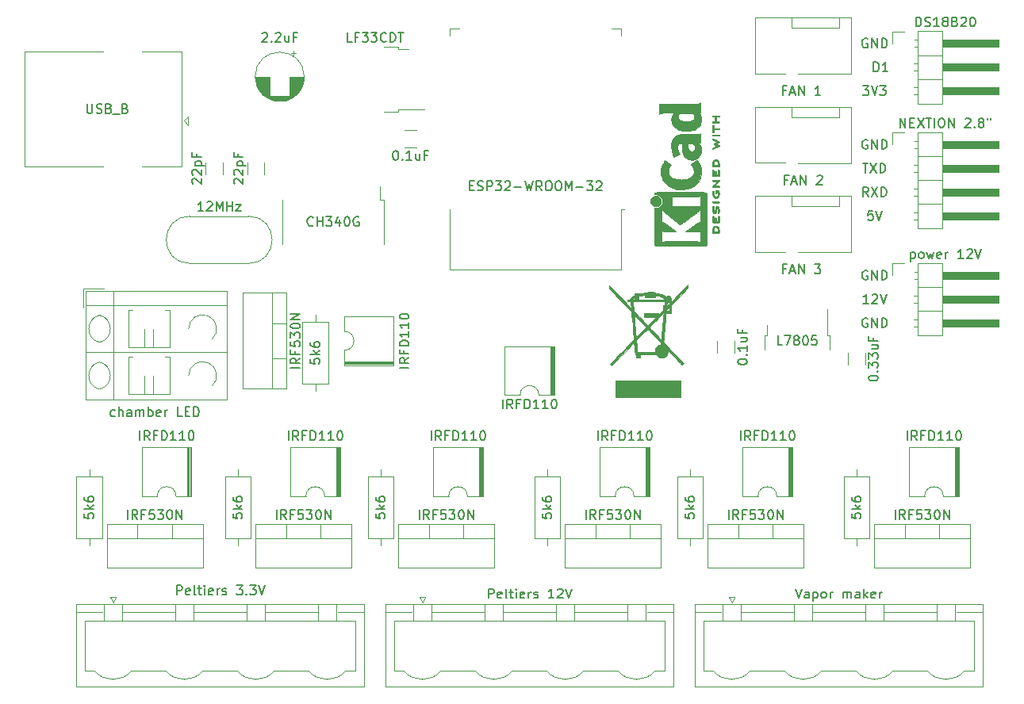
<source format=gbr>
G04 #@! TF.GenerationSoftware,KiCad,Pcbnew,5.1.4-e60b266~84~ubuntu18.04.1*
G04 #@! TF.CreationDate,2019-09-15T11:54:57+02:00*
G04 #@! TF.ProjectId,PCB,5043422e-6b69-4636-9164-5f7063625858,rev?*
G04 #@! TF.SameCoordinates,Original*
G04 #@! TF.FileFunction,Legend,Top*
G04 #@! TF.FilePolarity,Positive*
%FSLAX46Y46*%
G04 Gerber Fmt 4.6, Leading zero omitted, Abs format (unit mm)*
G04 Created by KiCad (PCBNEW 5.1.4-e60b266~84~ubuntu18.04.1) date 2019-09-15 11:54:57*
%MOMM*%
%LPD*%
G04 APERTURE LIST*
%ADD10C,0.150000*%
%ADD11C,0.100000*%
%ADD12C,0.010000*%
%ADD13C,0.120000*%
G04 APERTURE END LIST*
D10*
X217178095Y-68667380D02*
X217749523Y-68667380D01*
X217463809Y-69667380D02*
X217463809Y-68667380D01*
X217987619Y-68667380D02*
X218654285Y-69667380D01*
X218654285Y-68667380D02*
X217987619Y-69667380D01*
X219035238Y-69667380D02*
X219035238Y-68667380D01*
X219273333Y-68667380D01*
X219416190Y-68715000D01*
X219511428Y-68810238D01*
X219559047Y-68905476D01*
X219606666Y-69095952D01*
X219606666Y-69238809D01*
X219559047Y-69429285D01*
X219511428Y-69524523D01*
X219416190Y-69619761D01*
X219273333Y-69667380D01*
X219035238Y-69667380D01*
X217773333Y-72207380D02*
X217440000Y-71731190D01*
X217201904Y-72207380D02*
X217201904Y-71207380D01*
X217582857Y-71207380D01*
X217678095Y-71255000D01*
X217725714Y-71302619D01*
X217773333Y-71397857D01*
X217773333Y-71540714D01*
X217725714Y-71635952D01*
X217678095Y-71683571D01*
X217582857Y-71731190D01*
X217201904Y-71731190D01*
X218106666Y-71207380D02*
X218773333Y-72207380D01*
X218773333Y-71207380D02*
X218106666Y-72207380D01*
X219154285Y-72207380D02*
X219154285Y-71207380D01*
X219392380Y-71207380D01*
X219535238Y-71255000D01*
X219630476Y-71350238D01*
X219678095Y-71445476D01*
X219725714Y-71635952D01*
X219725714Y-71778809D01*
X219678095Y-71969285D01*
X219630476Y-72064523D01*
X219535238Y-72159761D01*
X219392380Y-72207380D01*
X219154285Y-72207380D01*
X218336904Y-58872380D02*
X218336904Y-57872380D01*
X218575000Y-57872380D01*
X218717857Y-57920000D01*
X218813095Y-58015238D01*
X218860714Y-58110476D01*
X218908333Y-58300952D01*
X218908333Y-58443809D01*
X218860714Y-58634285D01*
X218813095Y-58729523D01*
X218717857Y-58824761D01*
X218575000Y-58872380D01*
X218336904Y-58872380D01*
X219860714Y-58872380D02*
X219289285Y-58872380D01*
X219575000Y-58872380D02*
X219575000Y-57872380D01*
X219479761Y-58015238D01*
X219384523Y-58110476D01*
X219289285Y-58158095D01*
X217201904Y-60412380D02*
X217820952Y-60412380D01*
X217487619Y-60793333D01*
X217630476Y-60793333D01*
X217725714Y-60840952D01*
X217773333Y-60888571D01*
X217820952Y-60983809D01*
X217820952Y-61221904D01*
X217773333Y-61317142D01*
X217725714Y-61364761D01*
X217630476Y-61412380D01*
X217344761Y-61412380D01*
X217249523Y-61364761D01*
X217201904Y-61317142D01*
X218106666Y-60412380D02*
X218440000Y-61412380D01*
X218773333Y-60412380D01*
X219011428Y-60412380D02*
X219630476Y-60412380D01*
X219297142Y-60793333D01*
X219440000Y-60793333D01*
X219535238Y-60840952D01*
X219582857Y-60888571D01*
X219630476Y-60983809D01*
X219630476Y-61221904D01*
X219582857Y-61317142D01*
X219535238Y-61364761D01*
X219440000Y-61412380D01*
X219154285Y-61412380D01*
X219059047Y-61364761D01*
X219011428Y-61317142D01*
X218249523Y-73747380D02*
X217773333Y-73747380D01*
X217725714Y-74223571D01*
X217773333Y-74175952D01*
X217868571Y-74128333D01*
X218106666Y-74128333D01*
X218201904Y-74175952D01*
X218249523Y-74223571D01*
X218297142Y-74318809D01*
X218297142Y-74556904D01*
X218249523Y-74652142D01*
X218201904Y-74699761D01*
X218106666Y-74747380D01*
X217868571Y-74747380D01*
X217773333Y-74699761D01*
X217725714Y-74652142D01*
X218582857Y-73747380D02*
X218916190Y-74747380D01*
X219249523Y-73747380D01*
X217678095Y-55380000D02*
X217582857Y-55332380D01*
X217440000Y-55332380D01*
X217297142Y-55380000D01*
X217201904Y-55475238D01*
X217154285Y-55570476D01*
X217106666Y-55760952D01*
X217106666Y-55903809D01*
X217154285Y-56094285D01*
X217201904Y-56189523D01*
X217297142Y-56284761D01*
X217440000Y-56332380D01*
X217535238Y-56332380D01*
X217678095Y-56284761D01*
X217725714Y-56237142D01*
X217725714Y-55903809D01*
X217535238Y-55903809D01*
X218154285Y-56332380D02*
X218154285Y-55332380D01*
X218725714Y-56332380D01*
X218725714Y-55332380D01*
X219201904Y-56332380D02*
X219201904Y-55332380D01*
X219440000Y-55332380D01*
X219582857Y-55380000D01*
X219678095Y-55475238D01*
X219725714Y-55570476D01*
X219773333Y-55760952D01*
X219773333Y-55903809D01*
X219725714Y-56094285D01*
X219678095Y-56189523D01*
X219582857Y-56284761D01*
X219440000Y-56332380D01*
X219201904Y-56332380D01*
X217678095Y-66175000D02*
X217582857Y-66127380D01*
X217440000Y-66127380D01*
X217297142Y-66175000D01*
X217201904Y-66270238D01*
X217154285Y-66365476D01*
X217106666Y-66555952D01*
X217106666Y-66698809D01*
X217154285Y-66889285D01*
X217201904Y-66984523D01*
X217297142Y-67079761D01*
X217440000Y-67127380D01*
X217535238Y-67127380D01*
X217678095Y-67079761D01*
X217725714Y-67032142D01*
X217725714Y-66698809D01*
X217535238Y-66698809D01*
X218154285Y-67127380D02*
X218154285Y-66127380D01*
X218725714Y-67127380D01*
X218725714Y-66127380D01*
X219201904Y-67127380D02*
X219201904Y-66127380D01*
X219440000Y-66127380D01*
X219582857Y-66175000D01*
X219678095Y-66270238D01*
X219725714Y-66365476D01*
X219773333Y-66555952D01*
X219773333Y-66698809D01*
X219725714Y-66889285D01*
X219678095Y-66984523D01*
X219582857Y-67079761D01*
X219440000Y-67127380D01*
X219201904Y-67127380D01*
X217678095Y-85225000D02*
X217582857Y-85177380D01*
X217440000Y-85177380D01*
X217297142Y-85225000D01*
X217201904Y-85320238D01*
X217154285Y-85415476D01*
X217106666Y-85605952D01*
X217106666Y-85748809D01*
X217154285Y-85939285D01*
X217201904Y-86034523D01*
X217297142Y-86129761D01*
X217440000Y-86177380D01*
X217535238Y-86177380D01*
X217678095Y-86129761D01*
X217725714Y-86082142D01*
X217725714Y-85748809D01*
X217535238Y-85748809D01*
X218154285Y-86177380D02*
X218154285Y-85177380D01*
X218725714Y-86177380D01*
X218725714Y-85177380D01*
X219201904Y-86177380D02*
X219201904Y-85177380D01*
X219440000Y-85177380D01*
X219582857Y-85225000D01*
X219678095Y-85320238D01*
X219725714Y-85415476D01*
X219773333Y-85605952D01*
X219773333Y-85748809D01*
X219725714Y-85939285D01*
X219678095Y-86034523D01*
X219582857Y-86129761D01*
X219440000Y-86177380D01*
X219201904Y-86177380D01*
X217678095Y-80145000D02*
X217582857Y-80097380D01*
X217440000Y-80097380D01*
X217297142Y-80145000D01*
X217201904Y-80240238D01*
X217154285Y-80335476D01*
X217106666Y-80525952D01*
X217106666Y-80668809D01*
X217154285Y-80859285D01*
X217201904Y-80954523D01*
X217297142Y-81049761D01*
X217440000Y-81097380D01*
X217535238Y-81097380D01*
X217678095Y-81049761D01*
X217725714Y-81002142D01*
X217725714Y-80668809D01*
X217535238Y-80668809D01*
X218154285Y-81097380D02*
X218154285Y-80097380D01*
X218725714Y-81097380D01*
X218725714Y-80097380D01*
X219201904Y-81097380D02*
X219201904Y-80097380D01*
X219440000Y-80097380D01*
X219582857Y-80145000D01*
X219678095Y-80240238D01*
X219725714Y-80335476D01*
X219773333Y-80525952D01*
X219773333Y-80668809D01*
X219725714Y-80859285D01*
X219678095Y-80954523D01*
X219582857Y-81049761D01*
X219440000Y-81097380D01*
X219201904Y-81097380D01*
X217820952Y-83637380D02*
X217249523Y-83637380D01*
X217535238Y-83637380D02*
X217535238Y-82637380D01*
X217440000Y-82780238D01*
X217344761Y-82875476D01*
X217249523Y-82923095D01*
X218201904Y-82732619D02*
X218249523Y-82685000D01*
X218344761Y-82637380D01*
X218582857Y-82637380D01*
X218678095Y-82685000D01*
X218725714Y-82732619D01*
X218773333Y-82827857D01*
X218773333Y-82923095D01*
X218725714Y-83065952D01*
X218154285Y-83637380D01*
X218773333Y-83637380D01*
X219059047Y-82637380D02*
X219392380Y-83637380D01*
X219725714Y-82637380D01*
D11*
G36*
X231715000Y-56260000D02*
G01*
X225715000Y-56260000D01*
X225715000Y-55500000D01*
X231715000Y-55500000D01*
X231715000Y-56260000D01*
G37*
X231715000Y-56260000D02*
X225715000Y-56260000D01*
X225715000Y-55500000D01*
X231715000Y-55500000D01*
X231715000Y-56260000D01*
G36*
X231715000Y-67055000D02*
G01*
X225715000Y-67055000D01*
X225715000Y-66295000D01*
X231715000Y-66295000D01*
X231715000Y-67055000D01*
G37*
X231715000Y-67055000D02*
X225715000Y-67055000D01*
X225715000Y-66295000D01*
X231715000Y-66295000D01*
X231715000Y-67055000D01*
G36*
X231715000Y-81025000D02*
G01*
X225715000Y-81025000D01*
X225715000Y-80325000D01*
X231715000Y-80265000D01*
X231715000Y-81025000D01*
G37*
X231715000Y-81025000D02*
X225715000Y-81025000D01*
X225715000Y-80325000D01*
X231715000Y-80265000D01*
X231715000Y-81025000D01*
G36*
X231715000Y-86105000D02*
G01*
X225715000Y-86105000D01*
X225715000Y-85345000D01*
X231715000Y-85345000D01*
X231715000Y-86105000D01*
G37*
X231715000Y-86105000D02*
X225715000Y-86105000D01*
X225715000Y-85345000D01*
X231715000Y-85345000D01*
X231715000Y-86105000D01*
G36*
X231715000Y-83565000D02*
G01*
X225715000Y-83565000D01*
X225715000Y-82805000D01*
X231715000Y-82805000D01*
X231715000Y-83565000D01*
G37*
X231715000Y-83565000D02*
X225715000Y-83565000D01*
X225715000Y-82805000D01*
X231715000Y-82805000D01*
X231715000Y-83565000D01*
G36*
X231715000Y-74675000D02*
G01*
X225715000Y-74675000D01*
X225715000Y-73915000D01*
X231715000Y-73915000D01*
X231715000Y-74675000D01*
G37*
X231715000Y-74675000D02*
X225715000Y-74675000D01*
X225715000Y-73915000D01*
X231715000Y-73915000D01*
X231715000Y-74675000D01*
G36*
X231715000Y-72135000D02*
G01*
X225715000Y-72135000D01*
X225715000Y-71375000D01*
X231715000Y-71375000D01*
X231715000Y-72135000D01*
G37*
X231715000Y-72135000D02*
X225715000Y-72135000D01*
X225715000Y-71375000D01*
X231715000Y-71375000D01*
X231715000Y-72135000D01*
G36*
X231715000Y-69595000D02*
G01*
X225715000Y-69595000D01*
X225715000Y-68835000D01*
X231715000Y-68835000D01*
X231715000Y-69595000D01*
G37*
X231715000Y-69595000D02*
X225715000Y-69595000D01*
X225715000Y-68835000D01*
X231715000Y-68835000D01*
X231715000Y-69595000D01*
G36*
X231715000Y-61340000D02*
G01*
X225715000Y-61340000D01*
X225715000Y-60580000D01*
X231715000Y-60580000D01*
X231715000Y-61340000D01*
G37*
X231715000Y-61340000D02*
X225715000Y-61340000D01*
X225715000Y-60580000D01*
X231715000Y-60580000D01*
X231715000Y-61340000D01*
G36*
X231715000Y-58800000D02*
G01*
X225715000Y-58800000D01*
X225715000Y-58040000D01*
X231715000Y-58040000D01*
X231715000Y-58800000D01*
G37*
X231715000Y-58800000D02*
X225715000Y-58800000D01*
X225715000Y-58040000D01*
X231715000Y-58040000D01*
X231715000Y-58800000D01*
D12*
G36*
X201120258Y-75959663D02*
G01*
X201120659Y-75920181D01*
X201123451Y-75804492D01*
X201131742Y-75707603D01*
X201146424Y-75626211D01*
X201168385Y-75557015D01*
X201198514Y-75496712D01*
X201237702Y-75442000D01*
X201254724Y-75422459D01*
X201294555Y-75390042D01*
X201348605Y-75360812D01*
X201408515Y-75338283D01*
X201465931Y-75325971D01*
X201487148Y-75324692D01*
X201545961Y-75332709D01*
X201610205Y-75354191D01*
X201671013Y-75385291D01*
X201719522Y-75422158D01*
X201725374Y-75428146D01*
X201766513Y-75478871D01*
X201798627Y-75534417D01*
X201822557Y-75597988D01*
X201839145Y-75672786D01*
X201849233Y-75762014D01*
X201853661Y-75868874D01*
X201854037Y-75917820D01*
X201853737Y-75980054D01*
X201852484Y-76023820D01*
X201849746Y-76053223D01*
X201844993Y-76072371D01*
X201837693Y-76085369D01*
X201831459Y-76092337D01*
X201823886Y-76098918D01*
X201814116Y-76104080D01*
X201799532Y-76107995D01*
X201777518Y-76110835D01*
X201745456Y-76112772D01*
X201700728Y-76113976D01*
X201640718Y-76114620D01*
X201562809Y-76114875D01*
X201487148Y-76114914D01*
X201386233Y-76115162D01*
X201305619Y-76115109D01*
X201267014Y-76114149D01*
X201267014Y-75968159D01*
X201707281Y-75968159D01*
X201707196Y-75875026D01*
X201705588Y-75818985D01*
X201701448Y-75760291D01*
X201695656Y-75711320D01*
X201695418Y-75709830D01*
X201676282Y-75630684D01*
X201646479Y-75569294D01*
X201604070Y-75522597D01*
X201558153Y-75492927D01*
X201507218Y-75474645D01*
X201459392Y-75476063D01*
X201408125Y-75497280D01*
X201355091Y-75538781D01*
X201315792Y-75596290D01*
X201289523Y-75671042D01*
X201280227Y-75721000D01*
X201273699Y-75777708D01*
X201268974Y-75837811D01*
X201267009Y-75888931D01*
X201267000Y-75891959D01*
X201267014Y-75968159D01*
X201267014Y-76114149D01*
X201243043Y-76113552D01*
X201196247Y-76109290D01*
X201162970Y-76101122D01*
X201140951Y-76087848D01*
X201127931Y-76068266D01*
X201121649Y-76041175D01*
X201119845Y-76005374D01*
X201120258Y-75959663D01*
X201120258Y-75959663D01*
G37*
X201120258Y-75959663D02*
X201120659Y-75920181D01*
X201123451Y-75804492D01*
X201131742Y-75707603D01*
X201146424Y-75626211D01*
X201168385Y-75557015D01*
X201198514Y-75496712D01*
X201237702Y-75442000D01*
X201254724Y-75422459D01*
X201294555Y-75390042D01*
X201348605Y-75360812D01*
X201408515Y-75338283D01*
X201465931Y-75325971D01*
X201487148Y-75324692D01*
X201545961Y-75332709D01*
X201610205Y-75354191D01*
X201671013Y-75385291D01*
X201719522Y-75422158D01*
X201725374Y-75428146D01*
X201766513Y-75478871D01*
X201798627Y-75534417D01*
X201822557Y-75597988D01*
X201839145Y-75672786D01*
X201849233Y-75762014D01*
X201853661Y-75868874D01*
X201854037Y-75917820D01*
X201853737Y-75980054D01*
X201852484Y-76023820D01*
X201849746Y-76053223D01*
X201844993Y-76072371D01*
X201837693Y-76085369D01*
X201831459Y-76092337D01*
X201823886Y-76098918D01*
X201814116Y-76104080D01*
X201799532Y-76107995D01*
X201777518Y-76110835D01*
X201745456Y-76112772D01*
X201700728Y-76113976D01*
X201640718Y-76114620D01*
X201562809Y-76114875D01*
X201487148Y-76114914D01*
X201386233Y-76115162D01*
X201305619Y-76115109D01*
X201267014Y-76114149D01*
X201267014Y-75968159D01*
X201707281Y-75968159D01*
X201707196Y-75875026D01*
X201705588Y-75818985D01*
X201701448Y-75760291D01*
X201695656Y-75711320D01*
X201695418Y-75709830D01*
X201676282Y-75630684D01*
X201646479Y-75569294D01*
X201604070Y-75522597D01*
X201558153Y-75492927D01*
X201507218Y-75474645D01*
X201459392Y-75476063D01*
X201408125Y-75497280D01*
X201355091Y-75538781D01*
X201315792Y-75596290D01*
X201289523Y-75671042D01*
X201280227Y-75721000D01*
X201273699Y-75777708D01*
X201268974Y-75837811D01*
X201267009Y-75888931D01*
X201267000Y-75891959D01*
X201267014Y-75968159D01*
X201267014Y-76114149D01*
X201243043Y-76113552D01*
X201196247Y-76109290D01*
X201162970Y-76101122D01*
X201140951Y-76087848D01*
X201127931Y-76068266D01*
X201121649Y-76041175D01*
X201119845Y-76005374D01*
X201120258Y-75959663D01*
G36*
X201120338Y-74551086D02*
G01*
X201120710Y-74481678D01*
X201121577Y-74429289D01*
X201123138Y-74391139D01*
X201125595Y-74364451D01*
X201129149Y-74346445D01*
X201134002Y-74334341D01*
X201140353Y-74325361D01*
X201143276Y-74322110D01*
X201174334Y-74302335D01*
X201210020Y-74298774D01*
X201241702Y-74311783D01*
X201248105Y-74317798D01*
X201254313Y-74327527D01*
X201259102Y-74343193D01*
X201262706Y-74367700D01*
X201265356Y-74403953D01*
X201267287Y-74454857D01*
X201268731Y-74523318D01*
X201269610Y-74585909D01*
X201272659Y-74833626D01*
X201337570Y-74837011D01*
X201402481Y-74840397D01*
X201402481Y-74672250D01*
X201403111Y-74599251D01*
X201405745Y-74545809D01*
X201411501Y-74508920D01*
X201421496Y-74485580D01*
X201436848Y-74472786D01*
X201458674Y-74467534D01*
X201478930Y-74466737D01*
X201503784Y-74469215D01*
X201522098Y-74478569D01*
X201534829Y-74497675D01*
X201542933Y-74529410D01*
X201547368Y-74576651D01*
X201549091Y-74642275D01*
X201549237Y-74678093D01*
X201549237Y-74839270D01*
X201707281Y-74839270D01*
X201707281Y-74590914D01*
X201707394Y-74509505D01*
X201707904Y-74447634D01*
X201709062Y-74402260D01*
X201711122Y-74370346D01*
X201714338Y-74348851D01*
X201718964Y-74334735D01*
X201725251Y-74324960D01*
X201729859Y-74319981D01*
X201756752Y-74302902D01*
X201780659Y-74297403D01*
X201809859Y-74305255D01*
X201831459Y-74319981D01*
X201838258Y-74327838D01*
X201843538Y-74337980D01*
X201847490Y-74353136D01*
X201850305Y-74376033D01*
X201852174Y-74409401D01*
X201853290Y-74455967D01*
X201853843Y-74518459D01*
X201854025Y-74599606D01*
X201854037Y-74641714D01*
X201853957Y-74731890D01*
X201853590Y-74802216D01*
X201852744Y-74855421D01*
X201851228Y-74894232D01*
X201848851Y-74921379D01*
X201845421Y-74939590D01*
X201840746Y-74951592D01*
X201834636Y-74960114D01*
X201831459Y-74963448D01*
X201823862Y-74970047D01*
X201814062Y-74975219D01*
X201799431Y-74979138D01*
X201777344Y-74981976D01*
X201745174Y-74983907D01*
X201700295Y-74985104D01*
X201640081Y-74985740D01*
X201561905Y-74985989D01*
X201489115Y-74986026D01*
X201395899Y-74985992D01*
X201322623Y-74985757D01*
X201266650Y-74985122D01*
X201225343Y-74983886D01*
X201196064Y-74981848D01*
X201176176Y-74978809D01*
X201163042Y-74974569D01*
X201154024Y-74968927D01*
X201146485Y-74961683D01*
X201144804Y-74959898D01*
X201137364Y-74951237D01*
X201131601Y-74941174D01*
X201127304Y-74926917D01*
X201124256Y-74905675D01*
X201122243Y-74874656D01*
X201121052Y-74831069D01*
X201120467Y-74772123D01*
X201120275Y-74695026D01*
X201120259Y-74640293D01*
X201120338Y-74551086D01*
X201120338Y-74551086D01*
G37*
X201120338Y-74551086D02*
X201120710Y-74481678D01*
X201121577Y-74429289D01*
X201123138Y-74391139D01*
X201125595Y-74364451D01*
X201129149Y-74346445D01*
X201134002Y-74334341D01*
X201140353Y-74325361D01*
X201143276Y-74322110D01*
X201174334Y-74302335D01*
X201210020Y-74298774D01*
X201241702Y-74311783D01*
X201248105Y-74317798D01*
X201254313Y-74327527D01*
X201259102Y-74343193D01*
X201262706Y-74367700D01*
X201265356Y-74403953D01*
X201267287Y-74454857D01*
X201268731Y-74523318D01*
X201269610Y-74585909D01*
X201272659Y-74833626D01*
X201337570Y-74837011D01*
X201402481Y-74840397D01*
X201402481Y-74672250D01*
X201403111Y-74599251D01*
X201405745Y-74545809D01*
X201411501Y-74508920D01*
X201421496Y-74485580D01*
X201436848Y-74472786D01*
X201458674Y-74467534D01*
X201478930Y-74466737D01*
X201503784Y-74469215D01*
X201522098Y-74478569D01*
X201534829Y-74497675D01*
X201542933Y-74529410D01*
X201547368Y-74576651D01*
X201549091Y-74642275D01*
X201549237Y-74678093D01*
X201549237Y-74839270D01*
X201707281Y-74839270D01*
X201707281Y-74590914D01*
X201707394Y-74509505D01*
X201707904Y-74447634D01*
X201709062Y-74402260D01*
X201711122Y-74370346D01*
X201714338Y-74348851D01*
X201718964Y-74334735D01*
X201725251Y-74324960D01*
X201729859Y-74319981D01*
X201756752Y-74302902D01*
X201780659Y-74297403D01*
X201809859Y-74305255D01*
X201831459Y-74319981D01*
X201838258Y-74327838D01*
X201843538Y-74337980D01*
X201847490Y-74353136D01*
X201850305Y-74376033D01*
X201852174Y-74409401D01*
X201853290Y-74455967D01*
X201853843Y-74518459D01*
X201854025Y-74599606D01*
X201854037Y-74641714D01*
X201853957Y-74731890D01*
X201853590Y-74802216D01*
X201852744Y-74855421D01*
X201851228Y-74894232D01*
X201848851Y-74921379D01*
X201845421Y-74939590D01*
X201840746Y-74951592D01*
X201834636Y-74960114D01*
X201831459Y-74963448D01*
X201823862Y-74970047D01*
X201814062Y-74975219D01*
X201799431Y-74979138D01*
X201777344Y-74981976D01*
X201745174Y-74983907D01*
X201700295Y-74985104D01*
X201640081Y-74985740D01*
X201561905Y-74985989D01*
X201489115Y-74986026D01*
X201395899Y-74985992D01*
X201322623Y-74985757D01*
X201266650Y-74985122D01*
X201225343Y-74983886D01*
X201196064Y-74981848D01*
X201176176Y-74978809D01*
X201163042Y-74974569D01*
X201154024Y-74968927D01*
X201146485Y-74961683D01*
X201144804Y-74959898D01*
X201137364Y-74951237D01*
X201131601Y-74941174D01*
X201127304Y-74926917D01*
X201124256Y-74905675D01*
X201122243Y-74874656D01*
X201121052Y-74831069D01*
X201120467Y-74772123D01*
X201120275Y-74695026D01*
X201120259Y-74640293D01*
X201120338Y-74551086D01*
G36*
X201121543Y-73529995D02*
G01*
X201126773Y-73455180D01*
X201134942Y-73385598D01*
X201145742Y-73325294D01*
X201158865Y-73278312D01*
X201174005Y-73248698D01*
X201178461Y-73244152D01*
X201213042Y-73228346D01*
X201248543Y-73233139D01*
X201278917Y-73257656D01*
X201279788Y-73258826D01*
X201289146Y-73273246D01*
X201294068Y-73288300D01*
X201294665Y-73309297D01*
X201291053Y-73341549D01*
X201283346Y-73390365D01*
X201282697Y-73394292D01*
X201273761Y-73467031D01*
X201269353Y-73545509D01*
X201269311Y-73624219D01*
X201273471Y-73697653D01*
X201281671Y-73760303D01*
X201293749Y-73806662D01*
X201294963Y-73809708D01*
X201313807Y-73843340D01*
X201332877Y-73855156D01*
X201351631Y-73845906D01*
X201369529Y-73816339D01*
X201386029Y-73767203D01*
X201400588Y-73699249D01*
X201407598Y-73653937D01*
X201421081Y-73559748D01*
X201433406Y-73484836D01*
X201445641Y-73426009D01*
X201458853Y-73380077D01*
X201474109Y-73343847D01*
X201492477Y-73314130D01*
X201515023Y-73287734D01*
X201537163Y-73266522D01*
X201568011Y-73241357D01*
X201594537Y-73228973D01*
X201627218Y-73225100D01*
X201639187Y-73224959D01*
X201678904Y-73227868D01*
X201708451Y-73239494D01*
X201734678Y-73259615D01*
X201774768Y-73300508D01*
X201805341Y-73346109D01*
X201827395Y-73399805D01*
X201841927Y-73464984D01*
X201849933Y-73545036D01*
X201852410Y-73643349D01*
X201852369Y-73659581D01*
X201851010Y-73725141D01*
X201847922Y-73790158D01*
X201843548Y-73847544D01*
X201838332Y-73890214D01*
X201837733Y-73893664D01*
X201827683Y-73936088D01*
X201814988Y-73972072D01*
X201803382Y-73992442D01*
X201772764Y-74011399D01*
X201737110Y-74012719D01*
X201705336Y-73996377D01*
X201701743Y-73992721D01*
X201691068Y-73977607D01*
X201686468Y-73958707D01*
X201687251Y-73929454D01*
X201691319Y-73893943D01*
X201694954Y-73854262D01*
X201698020Y-73798637D01*
X201700245Y-73733698D01*
X201701356Y-73666077D01*
X201701429Y-73648292D01*
X201701156Y-73580420D01*
X201699838Y-73530746D01*
X201697019Y-73494902D01*
X201692242Y-73468516D01*
X201685049Y-73447218D01*
X201679059Y-73434418D01*
X201662425Y-73406292D01*
X201647360Y-73388360D01*
X201643089Y-73385739D01*
X201625455Y-73391268D01*
X201608384Y-73417552D01*
X201592650Y-73462770D01*
X201579030Y-73525100D01*
X201575996Y-73543463D01*
X201560930Y-73639382D01*
X201548338Y-73715933D01*
X201537303Y-73776072D01*
X201526912Y-73822752D01*
X201516248Y-73858929D01*
X201504397Y-73887557D01*
X201490443Y-73911590D01*
X201473473Y-73933984D01*
X201452570Y-73957694D01*
X201445241Y-73965672D01*
X201417891Y-73993645D01*
X201396221Y-74008452D01*
X201371424Y-74014244D01*
X201340175Y-74015181D01*
X201278897Y-74004867D01*
X201226832Y-73974044D01*
X201184150Y-73922887D01*
X201151017Y-73851575D01*
X201136156Y-73800692D01*
X201126558Y-73745392D01*
X201121128Y-73679145D01*
X201119559Y-73605998D01*
X201121543Y-73529995D01*
X201121543Y-73529995D01*
G37*
X201121543Y-73529995D02*
X201126773Y-73455180D01*
X201134942Y-73385598D01*
X201145742Y-73325294D01*
X201158865Y-73278312D01*
X201174005Y-73248698D01*
X201178461Y-73244152D01*
X201213042Y-73228346D01*
X201248543Y-73233139D01*
X201278917Y-73257656D01*
X201279788Y-73258826D01*
X201289146Y-73273246D01*
X201294068Y-73288300D01*
X201294665Y-73309297D01*
X201291053Y-73341549D01*
X201283346Y-73390365D01*
X201282697Y-73394292D01*
X201273761Y-73467031D01*
X201269353Y-73545509D01*
X201269311Y-73624219D01*
X201273471Y-73697653D01*
X201281671Y-73760303D01*
X201293749Y-73806662D01*
X201294963Y-73809708D01*
X201313807Y-73843340D01*
X201332877Y-73855156D01*
X201351631Y-73845906D01*
X201369529Y-73816339D01*
X201386029Y-73767203D01*
X201400588Y-73699249D01*
X201407598Y-73653937D01*
X201421081Y-73559748D01*
X201433406Y-73484836D01*
X201445641Y-73426009D01*
X201458853Y-73380077D01*
X201474109Y-73343847D01*
X201492477Y-73314130D01*
X201515023Y-73287734D01*
X201537163Y-73266522D01*
X201568011Y-73241357D01*
X201594537Y-73228973D01*
X201627218Y-73225100D01*
X201639187Y-73224959D01*
X201678904Y-73227868D01*
X201708451Y-73239494D01*
X201734678Y-73259615D01*
X201774768Y-73300508D01*
X201805341Y-73346109D01*
X201827395Y-73399805D01*
X201841927Y-73464984D01*
X201849933Y-73545036D01*
X201852410Y-73643349D01*
X201852369Y-73659581D01*
X201851010Y-73725141D01*
X201847922Y-73790158D01*
X201843548Y-73847544D01*
X201838332Y-73890214D01*
X201837733Y-73893664D01*
X201827683Y-73936088D01*
X201814988Y-73972072D01*
X201803382Y-73992442D01*
X201772764Y-74011399D01*
X201737110Y-74012719D01*
X201705336Y-73996377D01*
X201701743Y-73992721D01*
X201691068Y-73977607D01*
X201686468Y-73958707D01*
X201687251Y-73929454D01*
X201691319Y-73893943D01*
X201694954Y-73854262D01*
X201698020Y-73798637D01*
X201700245Y-73733698D01*
X201701356Y-73666077D01*
X201701429Y-73648292D01*
X201701156Y-73580420D01*
X201699838Y-73530746D01*
X201697019Y-73494902D01*
X201692242Y-73468516D01*
X201685049Y-73447218D01*
X201679059Y-73434418D01*
X201662425Y-73406292D01*
X201647360Y-73388360D01*
X201643089Y-73385739D01*
X201625455Y-73391268D01*
X201608384Y-73417552D01*
X201592650Y-73462770D01*
X201579030Y-73525100D01*
X201575996Y-73543463D01*
X201560930Y-73639382D01*
X201548338Y-73715933D01*
X201537303Y-73776072D01*
X201526912Y-73822752D01*
X201516248Y-73858929D01*
X201504397Y-73887557D01*
X201490443Y-73911590D01*
X201473473Y-73933984D01*
X201452570Y-73957694D01*
X201445241Y-73965672D01*
X201417891Y-73993645D01*
X201396221Y-74008452D01*
X201371424Y-74014244D01*
X201340175Y-74015181D01*
X201278897Y-74004867D01*
X201226832Y-73974044D01*
X201184150Y-73922887D01*
X201151017Y-73851575D01*
X201136156Y-73800692D01*
X201126558Y-73745392D01*
X201121128Y-73679145D01*
X201119559Y-73605998D01*
X201121543Y-73529995D01*
G36*
X201142837Y-72762114D02*
G01*
X201150410Y-72755534D01*
X201160179Y-72750371D01*
X201174763Y-72746456D01*
X201196777Y-72743616D01*
X201228840Y-72741679D01*
X201273567Y-72740475D01*
X201333577Y-72739831D01*
X201411486Y-72739576D01*
X201487148Y-72739537D01*
X201580994Y-72739606D01*
X201654881Y-72739930D01*
X201711424Y-72740678D01*
X201753241Y-72742024D01*
X201782949Y-72744138D01*
X201803165Y-72747192D01*
X201816506Y-72751358D01*
X201825590Y-72756808D01*
X201831459Y-72762114D01*
X201851139Y-72795118D01*
X201849373Y-72830283D01*
X201827909Y-72861747D01*
X201819529Y-72868976D01*
X201809806Y-72874626D01*
X201796053Y-72878891D01*
X201775581Y-72881965D01*
X201745704Y-72884044D01*
X201703733Y-72885322D01*
X201646981Y-72885993D01*
X201572759Y-72886251D01*
X201488729Y-72886292D01*
X201175677Y-72886292D01*
X201147968Y-72858583D01*
X201124655Y-72824429D01*
X201123815Y-72791298D01*
X201142837Y-72762114D01*
X201142837Y-72762114D01*
G37*
X201142837Y-72762114D02*
X201150410Y-72755534D01*
X201160179Y-72750371D01*
X201174763Y-72746456D01*
X201196777Y-72743616D01*
X201228840Y-72741679D01*
X201273567Y-72740475D01*
X201333577Y-72739831D01*
X201411486Y-72739576D01*
X201487148Y-72739537D01*
X201580994Y-72739606D01*
X201654881Y-72739930D01*
X201711424Y-72740678D01*
X201753241Y-72742024D01*
X201782949Y-72744138D01*
X201803165Y-72747192D01*
X201816506Y-72751358D01*
X201825590Y-72756808D01*
X201831459Y-72762114D01*
X201851139Y-72795118D01*
X201849373Y-72830283D01*
X201827909Y-72861747D01*
X201819529Y-72868976D01*
X201809806Y-72874626D01*
X201796053Y-72878891D01*
X201775581Y-72881965D01*
X201745704Y-72884044D01*
X201703733Y-72885322D01*
X201646981Y-72885993D01*
X201572759Y-72886251D01*
X201488729Y-72886292D01*
X201175677Y-72886292D01*
X201147968Y-72858583D01*
X201124655Y-72824429D01*
X201123815Y-72791298D01*
X201142837Y-72762114D01*
G36*
X201125791Y-71788373D02*
G01*
X201137287Y-71719857D01*
X201155159Y-71667235D01*
X201178691Y-71633000D01*
X201192116Y-71623671D01*
X201223340Y-71614185D01*
X201251587Y-71620569D01*
X201278374Y-71640722D01*
X201290905Y-71672037D01*
X201289888Y-71717475D01*
X201283098Y-71752618D01*
X201270163Y-71830711D01*
X201268934Y-71910518D01*
X201279433Y-71999847D01*
X201283882Y-72024521D01*
X201307300Y-72107583D01*
X201342137Y-72172565D01*
X201387796Y-72218753D01*
X201443686Y-72245437D01*
X201472580Y-72250955D01*
X201531204Y-72247343D01*
X201583071Y-72224021D01*
X201627170Y-72183116D01*
X201662491Y-72126751D01*
X201688021Y-72057052D01*
X201702751Y-71976144D01*
X201705670Y-71886152D01*
X201695767Y-71789202D01*
X201694833Y-71783728D01*
X201687651Y-71745167D01*
X201680713Y-71723786D01*
X201670419Y-71714519D01*
X201653168Y-71712298D01*
X201644033Y-71712248D01*
X201605681Y-71712248D01*
X201605681Y-71780723D01*
X201601539Y-71841192D01*
X201588339Y-71882457D01*
X201564922Y-71906467D01*
X201530128Y-71915169D01*
X201525586Y-71915275D01*
X201495846Y-71910184D01*
X201474611Y-71892725D01*
X201460558Y-71860231D01*
X201452365Y-71810035D01*
X201449353Y-71761415D01*
X201447625Y-71690748D01*
X201450262Y-71639490D01*
X201459992Y-71604531D01*
X201479545Y-71582762D01*
X201511648Y-71571072D01*
X201559030Y-71566352D01*
X201621263Y-71565492D01*
X201690727Y-71566901D01*
X201737978Y-71571140D01*
X201763204Y-71578228D01*
X201765180Y-71579603D01*
X201796700Y-71618520D01*
X201821662Y-71675578D01*
X201839532Y-71747161D01*
X201849778Y-71829650D01*
X201851865Y-71919431D01*
X201845260Y-72012884D01*
X201837148Y-72067848D01*
X201812746Y-72154058D01*
X201772854Y-72234184D01*
X201721079Y-72301269D01*
X201710731Y-72311465D01*
X201667227Y-72344594D01*
X201613310Y-72374486D01*
X201556784Y-72397649D01*
X201505451Y-72410590D01*
X201485736Y-72412150D01*
X201444611Y-72405510D01*
X201393444Y-72387860D01*
X201339586Y-72362589D01*
X201290387Y-72333081D01*
X201257526Y-72307011D01*
X201208644Y-72246057D01*
X201169737Y-72167261D01*
X201141686Y-72073449D01*
X201125371Y-71967442D01*
X201121384Y-71870292D01*
X201125791Y-71788373D01*
X201125791Y-71788373D01*
G37*
X201125791Y-71788373D02*
X201137287Y-71719857D01*
X201155159Y-71667235D01*
X201178691Y-71633000D01*
X201192116Y-71623671D01*
X201223340Y-71614185D01*
X201251587Y-71620569D01*
X201278374Y-71640722D01*
X201290905Y-71672037D01*
X201289888Y-71717475D01*
X201283098Y-71752618D01*
X201270163Y-71830711D01*
X201268934Y-71910518D01*
X201279433Y-71999847D01*
X201283882Y-72024521D01*
X201307300Y-72107583D01*
X201342137Y-72172565D01*
X201387796Y-72218753D01*
X201443686Y-72245437D01*
X201472580Y-72250955D01*
X201531204Y-72247343D01*
X201583071Y-72224021D01*
X201627170Y-72183116D01*
X201662491Y-72126751D01*
X201688021Y-72057052D01*
X201702751Y-71976144D01*
X201705670Y-71886152D01*
X201695767Y-71789202D01*
X201694833Y-71783728D01*
X201687651Y-71745167D01*
X201680713Y-71723786D01*
X201670419Y-71714519D01*
X201653168Y-71712298D01*
X201644033Y-71712248D01*
X201605681Y-71712248D01*
X201605681Y-71780723D01*
X201601539Y-71841192D01*
X201588339Y-71882457D01*
X201564922Y-71906467D01*
X201530128Y-71915169D01*
X201525586Y-71915275D01*
X201495846Y-71910184D01*
X201474611Y-71892725D01*
X201460558Y-71860231D01*
X201452365Y-71810035D01*
X201449353Y-71761415D01*
X201447625Y-71690748D01*
X201450262Y-71639490D01*
X201459992Y-71604531D01*
X201479545Y-71582762D01*
X201511648Y-71571072D01*
X201559030Y-71566352D01*
X201621263Y-71565492D01*
X201690727Y-71566901D01*
X201737978Y-71571140D01*
X201763204Y-71578228D01*
X201765180Y-71579603D01*
X201796700Y-71618520D01*
X201821662Y-71675578D01*
X201839532Y-71747161D01*
X201849778Y-71829650D01*
X201851865Y-71919431D01*
X201845260Y-72012884D01*
X201837148Y-72067848D01*
X201812746Y-72154058D01*
X201772854Y-72234184D01*
X201721079Y-72301269D01*
X201710731Y-72311465D01*
X201667227Y-72344594D01*
X201613310Y-72374486D01*
X201556784Y-72397649D01*
X201505451Y-72410590D01*
X201485736Y-72412150D01*
X201444611Y-72405510D01*
X201393444Y-72387860D01*
X201339586Y-72362589D01*
X201290387Y-72333081D01*
X201257526Y-72307011D01*
X201208644Y-72246057D01*
X201169737Y-72167261D01*
X201141686Y-72073449D01*
X201125371Y-71967442D01*
X201121384Y-71870292D01*
X201125791Y-71788373D01*
G36*
X201124640Y-71138406D02*
G01*
X201138465Y-71114840D01*
X201161073Y-71084027D01*
X201193530Y-71044370D01*
X201236900Y-70994272D01*
X201292250Y-70932135D01*
X201360643Y-70856364D01*
X201439276Y-70769626D01*
X201603070Y-70589003D01*
X201383221Y-70583359D01*
X201307543Y-70581321D01*
X201251186Y-70579355D01*
X201210898Y-70577026D01*
X201183427Y-70573898D01*
X201165521Y-70569537D01*
X201153929Y-70563508D01*
X201145400Y-70555376D01*
X201141815Y-70551064D01*
X201122862Y-70516533D01*
X201125633Y-70483675D01*
X201141825Y-70457610D01*
X201163391Y-70430959D01*
X201478343Y-70427644D01*
X201570971Y-70426727D01*
X201643736Y-70426260D01*
X201699353Y-70426405D01*
X201740534Y-70427324D01*
X201769995Y-70429179D01*
X201790447Y-70432131D01*
X201804605Y-70436342D01*
X201815183Y-70441974D01*
X201823666Y-70448219D01*
X201839399Y-70461731D01*
X201849828Y-70475175D01*
X201853831Y-70490416D01*
X201850286Y-70509318D01*
X201838071Y-70533747D01*
X201816063Y-70565565D01*
X201783141Y-70606640D01*
X201738183Y-70658834D01*
X201680067Y-70724014D01*
X201613291Y-70797848D01*
X201372650Y-71063137D01*
X201591781Y-71068781D01*
X201667320Y-71070823D01*
X201723546Y-71072794D01*
X201763716Y-71075131D01*
X201791088Y-71078273D01*
X201808920Y-71082656D01*
X201820471Y-71088716D01*
X201828999Y-71096892D01*
X201832474Y-71101076D01*
X201851564Y-71138057D01*
X201848685Y-71173000D01*
X201824292Y-71203428D01*
X201814478Y-71210389D01*
X201803018Y-71215815D01*
X201787160Y-71219895D01*
X201764155Y-71222821D01*
X201731254Y-71224784D01*
X201685708Y-71225975D01*
X201624765Y-71226584D01*
X201545678Y-71226803D01*
X201487148Y-71226826D01*
X201395599Y-71226752D01*
X201323879Y-71226405D01*
X201269237Y-71225593D01*
X201228924Y-71224125D01*
X201200190Y-71221811D01*
X201180285Y-71218459D01*
X201166460Y-71213880D01*
X201155964Y-71207881D01*
X201150003Y-71203428D01*
X201135883Y-71192142D01*
X201125221Y-71181593D01*
X201119084Y-71170185D01*
X201118535Y-71156322D01*
X201124640Y-71138406D01*
X201124640Y-71138406D01*
G37*
X201124640Y-71138406D02*
X201138465Y-71114840D01*
X201161073Y-71084027D01*
X201193530Y-71044370D01*
X201236900Y-70994272D01*
X201292250Y-70932135D01*
X201360643Y-70856364D01*
X201439276Y-70769626D01*
X201603070Y-70589003D01*
X201383221Y-70583359D01*
X201307543Y-70581321D01*
X201251186Y-70579355D01*
X201210898Y-70577026D01*
X201183427Y-70573898D01*
X201165521Y-70569537D01*
X201153929Y-70563508D01*
X201145400Y-70555376D01*
X201141815Y-70551064D01*
X201122862Y-70516533D01*
X201125633Y-70483675D01*
X201141825Y-70457610D01*
X201163391Y-70430959D01*
X201478343Y-70427644D01*
X201570971Y-70426727D01*
X201643736Y-70426260D01*
X201699353Y-70426405D01*
X201740534Y-70427324D01*
X201769995Y-70429179D01*
X201790447Y-70432131D01*
X201804605Y-70436342D01*
X201815183Y-70441974D01*
X201823666Y-70448219D01*
X201839399Y-70461731D01*
X201849828Y-70475175D01*
X201853831Y-70490416D01*
X201850286Y-70509318D01*
X201838071Y-70533747D01*
X201816063Y-70565565D01*
X201783141Y-70606640D01*
X201738183Y-70658834D01*
X201680067Y-70724014D01*
X201613291Y-70797848D01*
X201372650Y-71063137D01*
X201591781Y-71068781D01*
X201667320Y-71070823D01*
X201723546Y-71072794D01*
X201763716Y-71075131D01*
X201791088Y-71078273D01*
X201808920Y-71082656D01*
X201820471Y-71088716D01*
X201828999Y-71096892D01*
X201832474Y-71101076D01*
X201851564Y-71138057D01*
X201848685Y-71173000D01*
X201824292Y-71203428D01*
X201814478Y-71210389D01*
X201803018Y-71215815D01*
X201787160Y-71219895D01*
X201764155Y-71222821D01*
X201731254Y-71224784D01*
X201685708Y-71225975D01*
X201624765Y-71226584D01*
X201545678Y-71226803D01*
X201487148Y-71226826D01*
X201395599Y-71226752D01*
X201323879Y-71226405D01*
X201269237Y-71225593D01*
X201228924Y-71224125D01*
X201200190Y-71221811D01*
X201180285Y-71218459D01*
X201166460Y-71213880D01*
X201155964Y-71207881D01*
X201150003Y-71203428D01*
X201135883Y-71192142D01*
X201125221Y-71181593D01*
X201119084Y-71170185D01*
X201118535Y-71156322D01*
X201124640Y-71138406D01*
G36*
X201120452Y-69607949D02*
G01*
X201121366Y-69531591D01*
X201123503Y-69473075D01*
X201127367Y-69430037D01*
X201133459Y-69400109D01*
X201142282Y-69380924D01*
X201154338Y-69370116D01*
X201170131Y-69365319D01*
X201190162Y-69364165D01*
X201192527Y-69364159D01*
X201215184Y-69365161D01*
X201232695Y-69369896D01*
X201245766Y-69380959D01*
X201255105Y-69400944D01*
X201261419Y-69432446D01*
X201265414Y-69478060D01*
X201267798Y-69540379D01*
X201269278Y-69621999D01*
X201269606Y-69647015D01*
X201272659Y-69889092D01*
X201337570Y-69892478D01*
X201402481Y-69895863D01*
X201402481Y-69727716D01*
X201402723Y-69662026D01*
X201403748Y-69615120D01*
X201406003Y-69583209D01*
X201409934Y-69562501D01*
X201415990Y-69549208D01*
X201424616Y-69539537D01*
X201424685Y-69539475D01*
X201458304Y-69521936D01*
X201494640Y-69522570D01*
X201525615Y-69540978D01*
X201528799Y-69544621D01*
X201537004Y-69557551D01*
X201542713Y-69575268D01*
X201546354Y-69601722D01*
X201548359Y-69640860D01*
X201549156Y-69696630D01*
X201549237Y-69732298D01*
X201549237Y-69894737D01*
X201707281Y-69894737D01*
X201707281Y-69648131D01*
X201707423Y-69566712D01*
X201708006Y-69504882D01*
X201709260Y-69459655D01*
X201711419Y-69428044D01*
X201714715Y-69407061D01*
X201719381Y-69393719D01*
X201725649Y-69385031D01*
X201727925Y-69382842D01*
X201759472Y-69366678D01*
X201795360Y-69365495D01*
X201826477Y-69378756D01*
X201836463Y-69389249D01*
X201841961Y-69400163D01*
X201846214Y-69417075D01*
X201849372Y-69442659D01*
X201851584Y-69479591D01*
X201852998Y-69530546D01*
X201853764Y-69598198D01*
X201854030Y-69685223D01*
X201854037Y-69704898D01*
X201853979Y-69793381D01*
X201853659Y-69862065D01*
X201852859Y-69913728D01*
X201851359Y-69951147D01*
X201848941Y-69977102D01*
X201845386Y-69994370D01*
X201840474Y-70005730D01*
X201833987Y-70013960D01*
X201829330Y-70018475D01*
X201821081Y-70025271D01*
X201810861Y-70030580D01*
X201795992Y-70034586D01*
X201773794Y-70037471D01*
X201741585Y-70039418D01*
X201696688Y-70040611D01*
X201636420Y-70041231D01*
X201558103Y-70041463D01*
X201492186Y-70041492D01*
X201399820Y-70041421D01*
X201327309Y-70041084D01*
X201271929Y-70040294D01*
X201230957Y-70038866D01*
X201201670Y-70036613D01*
X201181345Y-70033349D01*
X201167258Y-70028888D01*
X201156687Y-70023044D01*
X201150003Y-70018095D01*
X201120259Y-69994698D01*
X201120259Y-69704518D01*
X201120452Y-69607949D01*
X201120452Y-69607949D01*
G37*
X201120452Y-69607949D02*
X201121366Y-69531591D01*
X201123503Y-69473075D01*
X201127367Y-69430037D01*
X201133459Y-69400109D01*
X201142282Y-69380924D01*
X201154338Y-69370116D01*
X201170131Y-69365319D01*
X201190162Y-69364165D01*
X201192527Y-69364159D01*
X201215184Y-69365161D01*
X201232695Y-69369896D01*
X201245766Y-69380959D01*
X201255105Y-69400944D01*
X201261419Y-69432446D01*
X201265414Y-69478060D01*
X201267798Y-69540379D01*
X201269278Y-69621999D01*
X201269606Y-69647015D01*
X201272659Y-69889092D01*
X201337570Y-69892478D01*
X201402481Y-69895863D01*
X201402481Y-69727716D01*
X201402723Y-69662026D01*
X201403748Y-69615120D01*
X201406003Y-69583209D01*
X201409934Y-69562501D01*
X201415990Y-69549208D01*
X201424616Y-69539537D01*
X201424685Y-69539475D01*
X201458304Y-69521936D01*
X201494640Y-69522570D01*
X201525615Y-69540978D01*
X201528799Y-69544621D01*
X201537004Y-69557551D01*
X201542713Y-69575268D01*
X201546354Y-69601722D01*
X201548359Y-69640860D01*
X201549156Y-69696630D01*
X201549237Y-69732298D01*
X201549237Y-69894737D01*
X201707281Y-69894737D01*
X201707281Y-69648131D01*
X201707423Y-69566712D01*
X201708006Y-69504882D01*
X201709260Y-69459655D01*
X201711419Y-69428044D01*
X201714715Y-69407061D01*
X201719381Y-69393719D01*
X201725649Y-69385031D01*
X201727925Y-69382842D01*
X201759472Y-69366678D01*
X201795360Y-69365495D01*
X201826477Y-69378756D01*
X201836463Y-69389249D01*
X201841961Y-69400163D01*
X201846214Y-69417075D01*
X201849372Y-69442659D01*
X201851584Y-69479591D01*
X201852998Y-69530546D01*
X201853764Y-69598198D01*
X201854030Y-69685223D01*
X201854037Y-69704898D01*
X201853979Y-69793381D01*
X201853659Y-69862065D01*
X201852859Y-69913728D01*
X201851359Y-69951147D01*
X201848941Y-69977102D01*
X201845386Y-69994370D01*
X201840474Y-70005730D01*
X201833987Y-70013960D01*
X201829330Y-70018475D01*
X201821081Y-70025271D01*
X201810861Y-70030580D01*
X201795992Y-70034586D01*
X201773794Y-70037471D01*
X201741585Y-70039418D01*
X201696688Y-70040611D01*
X201636420Y-70041231D01*
X201558103Y-70041463D01*
X201492186Y-70041492D01*
X201399820Y-70041421D01*
X201327309Y-70041084D01*
X201271929Y-70040294D01*
X201230957Y-70038866D01*
X201201670Y-70036613D01*
X201181345Y-70033349D01*
X201167258Y-70028888D01*
X201156687Y-70023044D01*
X201150003Y-70018095D01*
X201120259Y-69994698D01*
X201120259Y-69704518D01*
X201120452Y-69607949D01*
G36*
X201120467Y-68819983D02*
G01*
X201124828Y-68691004D01*
X201138053Y-68581301D01*
X201160933Y-68489066D01*
X201194262Y-68412490D01*
X201238830Y-68349765D01*
X201295428Y-68299080D01*
X201364850Y-68258629D01*
X201366543Y-68257833D01*
X201428675Y-68233691D01*
X201483701Y-68225089D01*
X201539079Y-68232061D01*
X201602265Y-68254638D01*
X201611881Y-68258920D01*
X201668158Y-68288120D01*
X201711643Y-68320936D01*
X201748609Y-68363290D01*
X201785327Y-68421102D01*
X201787244Y-68424461D01*
X201811419Y-68474788D01*
X201829474Y-68531671D01*
X201842031Y-68598765D01*
X201849714Y-68679727D01*
X201853145Y-68778210D01*
X201853443Y-68813006D01*
X201854037Y-68978698D01*
X201824292Y-69002095D01*
X201814511Y-69009035D01*
X201803089Y-69014450D01*
X201787287Y-69018527D01*
X201764367Y-69021455D01*
X201731588Y-69023425D01*
X201707281Y-69024067D01*
X201707281Y-68867448D01*
X201707281Y-68773566D01*
X201705675Y-68718628D01*
X201701447Y-68662232D01*
X201695484Y-68615947D01*
X201694982Y-68613153D01*
X201672928Y-68530944D01*
X201639792Y-68467178D01*
X201594039Y-68419840D01*
X201534131Y-68386910D01*
X201518253Y-68381184D01*
X201493525Y-68375571D01*
X201469094Y-68378001D01*
X201436592Y-68389825D01*
X201420626Y-68396952D01*
X201378198Y-68420292D01*
X201348432Y-68448412D01*
X201327703Y-68479352D01*
X201300729Y-68541326D01*
X201281190Y-68620641D01*
X201269938Y-68713039D01*
X201267462Y-68779959D01*
X201267014Y-68867448D01*
X201707281Y-68867448D01*
X201707281Y-69024067D01*
X201686213Y-69024624D01*
X201625503Y-69025242D01*
X201546718Y-69025467D01*
X201485112Y-69025492D01*
X201175677Y-69025492D01*
X201147968Y-68997783D01*
X201136736Y-68985486D01*
X201129045Y-68972189D01*
X201124232Y-68953620D01*
X201121638Y-68925506D01*
X201120602Y-68883575D01*
X201120462Y-68823555D01*
X201120467Y-68819983D01*
X201120467Y-68819983D01*
G37*
X201120467Y-68819983D02*
X201124828Y-68691004D01*
X201138053Y-68581301D01*
X201160933Y-68489066D01*
X201194262Y-68412490D01*
X201238830Y-68349765D01*
X201295428Y-68299080D01*
X201364850Y-68258629D01*
X201366543Y-68257833D01*
X201428675Y-68233691D01*
X201483701Y-68225089D01*
X201539079Y-68232061D01*
X201602265Y-68254638D01*
X201611881Y-68258920D01*
X201668158Y-68288120D01*
X201711643Y-68320936D01*
X201748609Y-68363290D01*
X201785327Y-68421102D01*
X201787244Y-68424461D01*
X201811419Y-68474788D01*
X201829474Y-68531671D01*
X201842031Y-68598765D01*
X201849714Y-68679727D01*
X201853145Y-68778210D01*
X201853443Y-68813006D01*
X201854037Y-68978698D01*
X201824292Y-69002095D01*
X201814511Y-69009035D01*
X201803089Y-69014450D01*
X201787287Y-69018527D01*
X201764367Y-69021455D01*
X201731588Y-69023425D01*
X201707281Y-69024067D01*
X201707281Y-68867448D01*
X201707281Y-68773566D01*
X201705675Y-68718628D01*
X201701447Y-68662232D01*
X201695484Y-68615947D01*
X201694982Y-68613153D01*
X201672928Y-68530944D01*
X201639792Y-68467178D01*
X201594039Y-68419840D01*
X201534131Y-68386910D01*
X201518253Y-68381184D01*
X201493525Y-68375571D01*
X201469094Y-68378001D01*
X201436592Y-68389825D01*
X201420626Y-68396952D01*
X201378198Y-68420292D01*
X201348432Y-68448412D01*
X201327703Y-68479352D01*
X201300729Y-68541326D01*
X201281190Y-68620641D01*
X201269938Y-68713039D01*
X201267462Y-68779959D01*
X201267014Y-68867448D01*
X201707281Y-68867448D01*
X201707281Y-69024067D01*
X201686213Y-69024624D01*
X201625503Y-69025242D01*
X201546718Y-69025467D01*
X201485112Y-69025492D01*
X201175677Y-69025492D01*
X201147968Y-68997783D01*
X201136736Y-68985486D01*
X201129045Y-68972189D01*
X201124232Y-68953620D01*
X201121638Y-68925506D01*
X201120602Y-68883575D01*
X201120462Y-68823555D01*
X201120467Y-68819983D01*
G36*
X201122226Y-66093627D02*
G01*
X201129227Y-66074037D01*
X201129569Y-66073282D01*
X201149870Y-66046679D01*
X201170753Y-66032022D01*
X201180544Y-66029154D01*
X201193553Y-66029296D01*
X201212087Y-66033331D01*
X201238449Y-66042146D01*
X201274944Y-66056623D01*
X201323879Y-66077647D01*
X201387557Y-66106104D01*
X201468285Y-66142877D01*
X201512408Y-66163117D01*
X201591177Y-66199667D01*
X201663615Y-66233977D01*
X201727072Y-66264740D01*
X201778900Y-66290644D01*
X201816451Y-66310382D01*
X201837076Y-66322642D01*
X201839925Y-66325068D01*
X201852494Y-66356109D01*
X201850811Y-66391171D01*
X201835524Y-66419292D01*
X201834281Y-66420438D01*
X201817346Y-66431624D01*
X201784362Y-66450388D01*
X201739572Y-66474417D01*
X201687224Y-66501395D01*
X201667934Y-66511091D01*
X201521342Y-66584278D01*
X201680585Y-66664052D01*
X201735607Y-66692525D01*
X201783324Y-66718942D01*
X201820085Y-66741144D01*
X201842236Y-66756973D01*
X201846933Y-66762338D01*
X201853294Y-66804035D01*
X201839925Y-66838443D01*
X201825638Y-66848564D01*
X201793884Y-66866078D01*
X201747789Y-66889557D01*
X201690477Y-66917572D01*
X201625072Y-66948693D01*
X201554699Y-66981493D01*
X201482483Y-67014542D01*
X201411547Y-67046411D01*
X201345017Y-67075673D01*
X201286018Y-67100897D01*
X201237673Y-67120656D01*
X201203107Y-67133520D01*
X201185445Y-67138061D01*
X201184805Y-67138015D01*
X201162580Y-67126966D01*
X201139945Y-67104882D01*
X201138960Y-67103582D01*
X201123617Y-67076439D01*
X201123766Y-67051334D01*
X201126658Y-67041924D01*
X201132910Y-67030458D01*
X201145206Y-67018282D01*
X201166100Y-67003935D01*
X201198141Y-66985956D01*
X201243880Y-66962885D01*
X201305869Y-66933262D01*
X201363090Y-66906547D01*
X201429418Y-66875812D01*
X201489066Y-66848271D01*
X201538917Y-66825354D01*
X201575856Y-66808494D01*
X201596765Y-66799119D01*
X201600037Y-66797752D01*
X201594689Y-66791603D01*
X201572301Y-66777470D01*
X201536138Y-66757235D01*
X201489469Y-66732777D01*
X201470214Y-66723044D01*
X201405196Y-66690075D01*
X201357846Y-66664649D01*
X201325411Y-66644680D01*
X201305138Y-66628082D01*
X201294274Y-66612768D01*
X201290067Y-66596652D01*
X201289592Y-66586149D01*
X201291234Y-66567622D01*
X201298023Y-66551388D01*
X201312758Y-66535257D01*
X201338236Y-66517041D01*
X201377253Y-66494553D01*
X201432606Y-66465603D01*
X201464095Y-66449630D01*
X201514279Y-66423722D01*
X201555896Y-66401125D01*
X201585434Y-66383834D01*
X201599381Y-66373842D01*
X201599962Y-66372483D01*
X201588985Y-66366031D01*
X201560482Y-66351584D01*
X201517436Y-66330589D01*
X201462830Y-66304495D01*
X201399646Y-66274746D01*
X201368263Y-66260112D01*
X201287270Y-66222042D01*
X201224948Y-66191387D01*
X201179263Y-66166555D01*
X201148181Y-66145955D01*
X201129670Y-66127994D01*
X201121696Y-66111082D01*
X201122226Y-66093627D01*
X201122226Y-66093627D01*
G37*
X201122226Y-66093627D02*
X201129227Y-66074037D01*
X201129569Y-66073282D01*
X201149870Y-66046679D01*
X201170753Y-66032022D01*
X201180544Y-66029154D01*
X201193553Y-66029296D01*
X201212087Y-66033331D01*
X201238449Y-66042146D01*
X201274944Y-66056623D01*
X201323879Y-66077647D01*
X201387557Y-66106104D01*
X201468285Y-66142877D01*
X201512408Y-66163117D01*
X201591177Y-66199667D01*
X201663615Y-66233977D01*
X201727072Y-66264740D01*
X201778900Y-66290644D01*
X201816451Y-66310382D01*
X201837076Y-66322642D01*
X201839925Y-66325068D01*
X201852494Y-66356109D01*
X201850811Y-66391171D01*
X201835524Y-66419292D01*
X201834281Y-66420438D01*
X201817346Y-66431624D01*
X201784362Y-66450388D01*
X201739572Y-66474417D01*
X201687224Y-66501395D01*
X201667934Y-66511091D01*
X201521342Y-66584278D01*
X201680585Y-66664052D01*
X201735607Y-66692525D01*
X201783324Y-66718942D01*
X201820085Y-66741144D01*
X201842236Y-66756973D01*
X201846933Y-66762338D01*
X201853294Y-66804035D01*
X201839925Y-66838443D01*
X201825638Y-66848564D01*
X201793884Y-66866078D01*
X201747789Y-66889557D01*
X201690477Y-66917572D01*
X201625072Y-66948693D01*
X201554699Y-66981493D01*
X201482483Y-67014542D01*
X201411547Y-67046411D01*
X201345017Y-67075673D01*
X201286018Y-67100897D01*
X201237673Y-67120656D01*
X201203107Y-67133520D01*
X201185445Y-67138061D01*
X201184805Y-67138015D01*
X201162580Y-67126966D01*
X201139945Y-67104882D01*
X201138960Y-67103582D01*
X201123617Y-67076439D01*
X201123766Y-67051334D01*
X201126658Y-67041924D01*
X201132910Y-67030458D01*
X201145206Y-67018282D01*
X201166100Y-67003935D01*
X201198141Y-66985956D01*
X201243880Y-66962885D01*
X201305869Y-66933262D01*
X201363090Y-66906547D01*
X201429418Y-66875812D01*
X201489066Y-66848271D01*
X201538917Y-66825354D01*
X201575856Y-66808494D01*
X201596765Y-66799119D01*
X201600037Y-66797752D01*
X201594689Y-66791603D01*
X201572301Y-66777470D01*
X201536138Y-66757235D01*
X201489469Y-66732777D01*
X201470214Y-66723044D01*
X201405196Y-66690075D01*
X201357846Y-66664649D01*
X201325411Y-66644680D01*
X201305138Y-66628082D01*
X201294274Y-66612768D01*
X201290067Y-66596652D01*
X201289592Y-66586149D01*
X201291234Y-66567622D01*
X201298023Y-66551388D01*
X201312758Y-66535257D01*
X201338236Y-66517041D01*
X201377253Y-66494553D01*
X201432606Y-66465603D01*
X201464095Y-66449630D01*
X201514279Y-66423722D01*
X201555896Y-66401125D01*
X201585434Y-66383834D01*
X201599381Y-66373842D01*
X201599962Y-66372483D01*
X201588985Y-66366031D01*
X201560482Y-66351584D01*
X201517436Y-66330589D01*
X201462830Y-66304495D01*
X201399646Y-66274746D01*
X201368263Y-66260112D01*
X201287270Y-66222042D01*
X201224948Y-66191387D01*
X201179263Y-66166555D01*
X201148181Y-66145955D01*
X201129670Y-66127994D01*
X201121696Y-66111082D01*
X201122226Y-66093627D01*
G36*
X201127069Y-65649678D02*
G01*
X201141839Y-65625965D01*
X201163419Y-65599314D01*
X201484965Y-65599314D01*
X201579022Y-65599399D01*
X201653124Y-65599763D01*
X201709896Y-65600568D01*
X201751960Y-65601979D01*
X201781940Y-65604159D01*
X201802459Y-65607271D01*
X201816141Y-65611478D01*
X201825608Y-65616944D01*
X201830274Y-65620820D01*
X201850767Y-65652258D01*
X201849931Y-65688059D01*
X201832456Y-65719419D01*
X201810876Y-65746070D01*
X201163419Y-65746070D01*
X201141839Y-65719419D01*
X201126141Y-65693698D01*
X201120259Y-65672692D01*
X201127069Y-65649678D01*
X201127069Y-65649678D01*
G37*
X201127069Y-65649678D02*
X201141839Y-65625965D01*
X201163419Y-65599314D01*
X201484965Y-65599314D01*
X201579022Y-65599399D01*
X201653124Y-65599763D01*
X201709896Y-65600568D01*
X201751960Y-65601979D01*
X201781940Y-65604159D01*
X201802459Y-65607271D01*
X201816141Y-65611478D01*
X201825608Y-65616944D01*
X201830274Y-65620820D01*
X201850767Y-65652258D01*
X201849931Y-65688059D01*
X201832456Y-65719419D01*
X201810876Y-65746070D01*
X201163419Y-65746070D01*
X201141839Y-65719419D01*
X201126141Y-65693698D01*
X201120259Y-65672692D01*
X201127069Y-65649678D01*
G36*
X201120355Y-64875227D02*
G01*
X201120734Y-64796520D01*
X201121525Y-64735429D01*
X201122862Y-64689475D01*
X201124875Y-64656178D01*
X201127698Y-64633056D01*
X201131461Y-64617630D01*
X201136297Y-64607421D01*
X201140014Y-64602479D01*
X201172550Y-64576835D01*
X201206330Y-64573733D01*
X201237018Y-64589581D01*
X201249281Y-64599944D01*
X201257642Y-64611096D01*
X201262849Y-64627257D01*
X201265649Y-64652650D01*
X201266788Y-64691494D01*
X201267013Y-64748012D01*
X201267014Y-64759112D01*
X201267014Y-64905048D01*
X201537948Y-64905048D01*
X201623346Y-64905144D01*
X201689056Y-64905581D01*
X201737966Y-64906580D01*
X201772965Y-64908364D01*
X201796941Y-64911155D01*
X201812785Y-64915175D01*
X201823383Y-64920647D01*
X201831459Y-64927626D01*
X201851304Y-64960558D01*
X201849740Y-64994938D01*
X201827098Y-65026116D01*
X201824292Y-65028406D01*
X201813684Y-65035863D01*
X201801273Y-65041545D01*
X201784042Y-65045691D01*
X201758976Y-65048542D01*
X201723059Y-65050338D01*
X201673275Y-65051320D01*
X201606609Y-65051728D01*
X201530781Y-65051803D01*
X201267014Y-65051803D01*
X201267014Y-65191165D01*
X201266610Y-65250970D01*
X201265032Y-65292374D01*
X201261739Y-65319544D01*
X201256184Y-65336646D01*
X201247823Y-65347849D01*
X201246370Y-65349209D01*
X201213131Y-65365567D01*
X201175554Y-65364120D01*
X201142837Y-65345314D01*
X201136490Y-65338042D01*
X201131458Y-65328665D01*
X201127588Y-65314683D01*
X201124729Y-65293596D01*
X201122727Y-65262903D01*
X201121431Y-65220103D01*
X201120690Y-65162697D01*
X201120350Y-65088182D01*
X201120260Y-64994059D01*
X201120259Y-64974032D01*
X201120355Y-64875227D01*
X201120355Y-64875227D01*
G37*
X201120355Y-64875227D02*
X201120734Y-64796520D01*
X201121525Y-64735429D01*
X201122862Y-64689475D01*
X201124875Y-64656178D01*
X201127698Y-64633056D01*
X201131461Y-64617630D01*
X201136297Y-64607421D01*
X201140014Y-64602479D01*
X201172550Y-64576835D01*
X201206330Y-64573733D01*
X201237018Y-64589581D01*
X201249281Y-64599944D01*
X201257642Y-64611096D01*
X201262849Y-64627257D01*
X201265649Y-64652650D01*
X201266788Y-64691494D01*
X201267013Y-64748012D01*
X201267014Y-64759112D01*
X201267014Y-64905048D01*
X201537948Y-64905048D01*
X201623346Y-64905144D01*
X201689056Y-64905581D01*
X201737966Y-64906580D01*
X201772965Y-64908364D01*
X201796941Y-64911155D01*
X201812785Y-64915175D01*
X201823383Y-64920647D01*
X201831459Y-64927626D01*
X201851304Y-64960558D01*
X201849740Y-64994938D01*
X201827098Y-65026116D01*
X201824292Y-65028406D01*
X201813684Y-65035863D01*
X201801273Y-65041545D01*
X201784042Y-65045691D01*
X201758976Y-65048542D01*
X201723059Y-65050338D01*
X201673275Y-65051320D01*
X201606609Y-65051728D01*
X201530781Y-65051803D01*
X201267014Y-65051803D01*
X201267014Y-65191165D01*
X201266610Y-65250970D01*
X201265032Y-65292374D01*
X201261739Y-65319544D01*
X201256184Y-65336646D01*
X201247823Y-65347849D01*
X201246370Y-65349209D01*
X201213131Y-65365567D01*
X201175554Y-65364120D01*
X201142837Y-65345314D01*
X201136490Y-65338042D01*
X201131458Y-65328665D01*
X201127588Y-65314683D01*
X201124729Y-65293596D01*
X201122727Y-65262903D01*
X201121431Y-65220103D01*
X201120690Y-65162697D01*
X201120350Y-65088182D01*
X201120260Y-64994059D01*
X201120259Y-64974032D01*
X201120355Y-64875227D01*
G36*
X201125725Y-63609469D02*
G01*
X201147968Y-63578090D01*
X201175677Y-63550381D01*
X201485112Y-63550381D01*
X201576991Y-63550454D01*
X201649032Y-63550797D01*
X201703972Y-63551600D01*
X201744552Y-63553051D01*
X201773509Y-63555340D01*
X201793583Y-63558656D01*
X201807513Y-63563187D01*
X201818037Y-63569123D01*
X201824292Y-63573778D01*
X201848865Y-63604509D01*
X201851533Y-63639796D01*
X201836463Y-63672047D01*
X201827566Y-63682704D01*
X201815749Y-63689828D01*
X201796718Y-63694125D01*
X201766184Y-63696301D01*
X201719854Y-63697064D01*
X201684063Y-63697137D01*
X201549237Y-63697137D01*
X201549237Y-64193848D01*
X201671892Y-64193848D01*
X201727979Y-64194361D01*
X201766525Y-64196416D01*
X201792553Y-64200784D01*
X201811089Y-64208236D01*
X201824292Y-64217245D01*
X201848796Y-64248148D01*
X201851698Y-64283096D01*
X201834281Y-64316554D01*
X201825151Y-64325688D01*
X201813047Y-64332140D01*
X201794193Y-64336395D01*
X201764812Y-64338940D01*
X201721129Y-64340263D01*
X201659367Y-64340849D01*
X201645192Y-64340917D01*
X201528823Y-64341401D01*
X201432919Y-64341651D01*
X201355369Y-64341569D01*
X201294061Y-64341061D01*
X201246882Y-64340030D01*
X201211722Y-64338379D01*
X201186468Y-64336013D01*
X201169009Y-64332835D01*
X201157233Y-64328748D01*
X201149027Y-64323658D01*
X201142837Y-64318026D01*
X201123036Y-64286164D01*
X201125725Y-64252935D01*
X201147968Y-64221557D01*
X201162318Y-64208859D01*
X201178170Y-64200766D01*
X201200746Y-64196250D01*
X201235270Y-64194286D01*
X201286968Y-64193848D01*
X201402481Y-64193848D01*
X201402481Y-63697137D01*
X201283948Y-63697137D01*
X201229340Y-63696630D01*
X201192467Y-63694594D01*
X201168499Y-63690257D01*
X201152607Y-63682845D01*
X201142837Y-63674559D01*
X201123036Y-63642698D01*
X201125725Y-63609469D01*
X201125725Y-63609469D01*
G37*
X201125725Y-63609469D02*
X201147968Y-63578090D01*
X201175677Y-63550381D01*
X201485112Y-63550381D01*
X201576991Y-63550454D01*
X201649032Y-63550797D01*
X201703972Y-63551600D01*
X201744552Y-63553051D01*
X201773509Y-63555340D01*
X201793583Y-63558656D01*
X201807513Y-63563187D01*
X201818037Y-63569123D01*
X201824292Y-63573778D01*
X201848865Y-63604509D01*
X201851533Y-63639796D01*
X201836463Y-63672047D01*
X201827566Y-63682704D01*
X201815749Y-63689828D01*
X201796718Y-63694125D01*
X201766184Y-63696301D01*
X201719854Y-63697064D01*
X201684063Y-63697137D01*
X201549237Y-63697137D01*
X201549237Y-64193848D01*
X201671892Y-64193848D01*
X201727979Y-64194361D01*
X201766525Y-64196416D01*
X201792553Y-64200784D01*
X201811089Y-64208236D01*
X201824292Y-64217245D01*
X201848796Y-64248148D01*
X201851698Y-64283096D01*
X201834281Y-64316554D01*
X201825151Y-64325688D01*
X201813047Y-64332140D01*
X201794193Y-64336395D01*
X201764812Y-64338940D01*
X201721129Y-64340263D01*
X201659367Y-64340849D01*
X201645192Y-64340917D01*
X201528823Y-64341401D01*
X201432919Y-64341651D01*
X201355369Y-64341569D01*
X201294061Y-64341061D01*
X201246882Y-64340030D01*
X201211722Y-64338379D01*
X201186468Y-64336013D01*
X201169009Y-64332835D01*
X201157233Y-64328748D01*
X201149027Y-64323658D01*
X201142837Y-64318026D01*
X201123036Y-64286164D01*
X201125725Y-64252935D01*
X201147968Y-64221557D01*
X201162318Y-64208859D01*
X201178170Y-64200766D01*
X201200746Y-64196250D01*
X201235270Y-64194286D01*
X201286968Y-64193848D01*
X201402481Y-64193848D01*
X201402481Y-63697137D01*
X201283948Y-63697137D01*
X201229340Y-63696630D01*
X201192467Y-63694594D01*
X201168499Y-63690257D01*
X201152607Y-63682845D01*
X201142837Y-63674559D01*
X201123036Y-63642698D01*
X201125725Y-63609469D01*
G36*
X194521490Y-72576079D02*
G01*
X194557238Y-72472973D01*
X194613507Y-72376978D01*
X194690288Y-72291247D01*
X194787573Y-72218930D01*
X194848892Y-72186445D01*
X194934660Y-72158332D01*
X195033677Y-72144705D01*
X195135471Y-72146214D01*
X195227714Y-72162969D01*
X195340432Y-72208763D01*
X195438207Y-72275168D01*
X195519115Y-72358809D01*
X195581232Y-72456312D01*
X195622634Y-72564300D01*
X195641397Y-72679399D01*
X195635598Y-72798234D01*
X195623206Y-72856811D01*
X195578797Y-72970972D01*
X195511033Y-73072365D01*
X195422001Y-73158545D01*
X195313791Y-73227066D01*
X195301973Y-73232864D01*
X195257628Y-73252904D01*
X195220280Y-73265487D01*
X195180880Y-73272319D01*
X195130381Y-73275105D01*
X195075433Y-73275568D01*
X195009415Y-73274803D01*
X194961689Y-73271352D01*
X194923103Y-73263477D01*
X194884506Y-73249443D01*
X194846426Y-73232120D01*
X194738328Y-73167505D01*
X194650803Y-73087934D01*
X194583841Y-72996560D01*
X194537436Y-72896536D01*
X194511581Y-72791012D01*
X194506268Y-72683142D01*
X194521490Y-72576079D01*
X194521490Y-72576079D01*
G37*
X194521490Y-72576079D02*
X194557238Y-72472973D01*
X194613507Y-72376978D01*
X194690288Y-72291247D01*
X194787573Y-72218930D01*
X194848892Y-72186445D01*
X194934660Y-72158332D01*
X195033677Y-72144705D01*
X195135471Y-72146214D01*
X195227714Y-72162969D01*
X195340432Y-72208763D01*
X195438207Y-72275168D01*
X195519115Y-72358809D01*
X195581232Y-72456312D01*
X195622634Y-72564300D01*
X195641397Y-72679399D01*
X195635598Y-72798234D01*
X195623206Y-72856811D01*
X195578797Y-72970972D01*
X195511033Y-73072365D01*
X195422001Y-73158545D01*
X195313791Y-73227066D01*
X195301973Y-73232864D01*
X195257628Y-73252904D01*
X195220280Y-73265487D01*
X195180880Y-73272319D01*
X195130381Y-73275105D01*
X195075433Y-73275568D01*
X195009415Y-73274803D01*
X194961689Y-73271352D01*
X194923103Y-73263477D01*
X194884506Y-73249443D01*
X194846426Y-73232120D01*
X194738328Y-73167505D01*
X194650803Y-73087934D01*
X194583841Y-72996560D01*
X194537436Y-72896536D01*
X194511581Y-72791012D01*
X194506268Y-72683142D01*
X194521490Y-72576079D01*
G36*
X195441825Y-63007730D02*
G01*
X195442304Y-62890959D01*
X195442545Y-62851271D01*
X195446135Y-62305514D01*
X197539919Y-62298649D01*
X197823842Y-62297742D01*
X198081640Y-62296938D01*
X198314646Y-62296185D01*
X198524194Y-62295431D01*
X198711618Y-62294625D01*
X198878250Y-62293715D01*
X199025425Y-62292649D01*
X199154477Y-62291376D01*
X199266739Y-62289844D01*
X199363544Y-62288002D01*
X199446226Y-62285797D01*
X199516119Y-62283178D01*
X199574557Y-62280094D01*
X199622872Y-62276492D01*
X199662400Y-62272322D01*
X199694473Y-62267531D01*
X199720424Y-62262069D01*
X199741589Y-62255882D01*
X199759299Y-62248920D01*
X199774889Y-62241131D01*
X199789693Y-62232463D01*
X199805044Y-62222865D01*
X199822276Y-62212285D01*
X199825946Y-62210116D01*
X199888031Y-62173732D01*
X199884434Y-62699569D01*
X199880838Y-63225406D01*
X199765331Y-63232271D01*
X199709899Y-63236008D01*
X199677851Y-63239903D01*
X199665135Y-63245189D01*
X199667696Y-63253097D01*
X199675024Y-63259730D01*
X199701714Y-63288626D01*
X199736021Y-63335721D01*
X199773846Y-63394380D01*
X199811090Y-63457969D01*
X199843653Y-63519851D01*
X199865077Y-63567366D01*
X199900283Y-63678684D01*
X199925222Y-63806404D01*
X199938941Y-63941099D01*
X199940486Y-64073337D01*
X199928906Y-64193692D01*
X199928574Y-64195674D01*
X199887250Y-64360359D01*
X199821412Y-64514521D01*
X199732474Y-64656672D01*
X199621852Y-64785325D01*
X199490961Y-64898993D01*
X199341216Y-64996190D01*
X199174033Y-65075428D01*
X199050190Y-65118570D01*
X198946581Y-65147021D01*
X198846252Y-65168120D01*
X198743109Y-65182512D01*
X198631057Y-65190842D01*
X198504001Y-65193755D01*
X198400252Y-65192465D01*
X198400252Y-64179350D01*
X198574222Y-64174556D01*
X198723895Y-64159432D01*
X198850597Y-64133515D01*
X198955658Y-64096337D01*
X199040406Y-64047435D01*
X199106169Y-63986342D01*
X199152659Y-63915823D01*
X199170014Y-63879129D01*
X199180419Y-63847304D01*
X199185179Y-63811823D01*
X199185601Y-63764159D01*
X199183748Y-63712811D01*
X199174841Y-63611831D01*
X199157398Y-63531965D01*
X199148661Y-63506865D01*
X199122857Y-63449552D01*
X199090453Y-63389103D01*
X199074233Y-63362703D01*
X199029205Y-63294054D01*
X197601982Y-63294054D01*
X197556718Y-63369568D01*
X197505572Y-63474879D01*
X197475324Y-63582475D01*
X197465795Y-63688419D01*
X197476807Y-63788776D01*
X197508181Y-63879613D01*
X197559740Y-63956993D01*
X197584488Y-63981961D01*
X197665577Y-64042144D01*
X197763734Y-64090855D01*
X197880643Y-64128501D01*
X198017985Y-64155488D01*
X198177444Y-64172225D01*
X198360700Y-64179117D01*
X198400252Y-64179350D01*
X198400252Y-65192465D01*
X198357067Y-65191927D01*
X198131053Y-65180353D01*
X197927192Y-65157080D01*
X197742513Y-65121496D01*
X197574048Y-65072987D01*
X197418826Y-65010940D01*
X197372808Y-64988799D01*
X197222739Y-64899615D01*
X197089377Y-64791841D01*
X196974877Y-64668010D01*
X196881389Y-64530658D01*
X196811068Y-64382317D01*
X196782060Y-64293396D01*
X196764840Y-64206067D01*
X196754594Y-64100989D01*
X196751318Y-63986971D01*
X196755009Y-63872823D01*
X196765660Y-63767352D01*
X196782370Y-63682666D01*
X196815140Y-63581872D01*
X196857279Y-63484178D01*
X196904519Y-63398704D01*
X196936581Y-63353211D01*
X196960422Y-63321831D01*
X196974939Y-63299858D01*
X196977000Y-63294859D01*
X196963718Y-63293310D01*
X196925663Y-63291865D01*
X196865519Y-63290557D01*
X196785973Y-63289417D01*
X196689711Y-63288479D01*
X196579419Y-63287774D01*
X196457781Y-63287333D01*
X196333885Y-63287189D01*
X196175196Y-63287270D01*
X196041408Y-63287665D01*
X195929960Y-63288605D01*
X195838295Y-63290320D01*
X195763853Y-63293043D01*
X195704075Y-63297003D01*
X195656402Y-63302431D01*
X195618274Y-63309559D01*
X195587134Y-63318616D01*
X195560421Y-63329833D01*
X195535577Y-63343442D01*
X195510043Y-63359672D01*
X195506881Y-63361760D01*
X195473810Y-63382694D01*
X195451069Y-63395333D01*
X195446272Y-63397027D01*
X195444759Y-63383784D01*
X195443528Y-63345998D01*
X195442599Y-63286584D01*
X195441992Y-63208458D01*
X195441727Y-63114535D01*
X195441825Y-63007730D01*
X195441825Y-63007730D01*
G37*
X195441825Y-63007730D02*
X195442304Y-62890959D01*
X195442545Y-62851271D01*
X195446135Y-62305514D01*
X197539919Y-62298649D01*
X197823842Y-62297742D01*
X198081640Y-62296938D01*
X198314646Y-62296185D01*
X198524194Y-62295431D01*
X198711618Y-62294625D01*
X198878250Y-62293715D01*
X199025425Y-62292649D01*
X199154477Y-62291376D01*
X199266739Y-62289844D01*
X199363544Y-62288002D01*
X199446226Y-62285797D01*
X199516119Y-62283178D01*
X199574557Y-62280094D01*
X199622872Y-62276492D01*
X199662400Y-62272322D01*
X199694473Y-62267531D01*
X199720424Y-62262069D01*
X199741589Y-62255882D01*
X199759299Y-62248920D01*
X199774889Y-62241131D01*
X199789693Y-62232463D01*
X199805044Y-62222865D01*
X199822276Y-62212285D01*
X199825946Y-62210116D01*
X199888031Y-62173732D01*
X199884434Y-62699569D01*
X199880838Y-63225406D01*
X199765331Y-63232271D01*
X199709899Y-63236008D01*
X199677851Y-63239903D01*
X199665135Y-63245189D01*
X199667696Y-63253097D01*
X199675024Y-63259730D01*
X199701714Y-63288626D01*
X199736021Y-63335721D01*
X199773846Y-63394380D01*
X199811090Y-63457969D01*
X199843653Y-63519851D01*
X199865077Y-63567366D01*
X199900283Y-63678684D01*
X199925222Y-63806404D01*
X199938941Y-63941099D01*
X199940486Y-64073337D01*
X199928906Y-64193692D01*
X199928574Y-64195674D01*
X199887250Y-64360359D01*
X199821412Y-64514521D01*
X199732474Y-64656672D01*
X199621852Y-64785325D01*
X199490961Y-64898993D01*
X199341216Y-64996190D01*
X199174033Y-65075428D01*
X199050190Y-65118570D01*
X198946581Y-65147021D01*
X198846252Y-65168120D01*
X198743109Y-65182512D01*
X198631057Y-65190842D01*
X198504001Y-65193755D01*
X198400252Y-65192465D01*
X198400252Y-64179350D01*
X198574222Y-64174556D01*
X198723895Y-64159432D01*
X198850597Y-64133515D01*
X198955658Y-64096337D01*
X199040406Y-64047435D01*
X199106169Y-63986342D01*
X199152659Y-63915823D01*
X199170014Y-63879129D01*
X199180419Y-63847304D01*
X199185179Y-63811823D01*
X199185601Y-63764159D01*
X199183748Y-63712811D01*
X199174841Y-63611831D01*
X199157398Y-63531965D01*
X199148661Y-63506865D01*
X199122857Y-63449552D01*
X199090453Y-63389103D01*
X199074233Y-63362703D01*
X199029205Y-63294054D01*
X197601982Y-63294054D01*
X197556718Y-63369568D01*
X197505572Y-63474879D01*
X197475324Y-63582475D01*
X197465795Y-63688419D01*
X197476807Y-63788776D01*
X197508181Y-63879613D01*
X197559740Y-63956993D01*
X197584488Y-63981961D01*
X197665577Y-64042144D01*
X197763734Y-64090855D01*
X197880643Y-64128501D01*
X198017985Y-64155488D01*
X198177444Y-64172225D01*
X198360700Y-64179117D01*
X198400252Y-64179350D01*
X198400252Y-65192465D01*
X198357067Y-65191927D01*
X198131053Y-65180353D01*
X197927192Y-65157080D01*
X197742513Y-65121496D01*
X197574048Y-65072987D01*
X197418826Y-65010940D01*
X197372808Y-64988799D01*
X197222739Y-64899615D01*
X197089377Y-64791841D01*
X196974877Y-64668010D01*
X196881389Y-64530658D01*
X196811068Y-64382317D01*
X196782060Y-64293396D01*
X196764840Y-64206067D01*
X196754594Y-64100989D01*
X196751318Y-63986971D01*
X196755009Y-63872823D01*
X196765660Y-63767352D01*
X196782370Y-63682666D01*
X196815140Y-63581872D01*
X196857279Y-63484178D01*
X196904519Y-63398704D01*
X196936581Y-63353211D01*
X196960422Y-63321831D01*
X196974939Y-63299858D01*
X196977000Y-63294859D01*
X196963718Y-63293310D01*
X196925663Y-63291865D01*
X196865519Y-63290557D01*
X196785973Y-63289417D01*
X196689711Y-63288479D01*
X196579419Y-63287774D01*
X196457781Y-63287333D01*
X196333885Y-63287189D01*
X196175196Y-63287270D01*
X196041408Y-63287665D01*
X195929960Y-63288605D01*
X195838295Y-63290320D01*
X195763853Y-63293043D01*
X195704075Y-63297003D01*
X195656402Y-63302431D01*
X195618274Y-63309559D01*
X195587134Y-63318616D01*
X195560421Y-63329833D01*
X195535577Y-63343442D01*
X195510043Y-63359672D01*
X195506881Y-63361760D01*
X195473810Y-63382694D01*
X195451069Y-63395333D01*
X195446272Y-63397027D01*
X195444759Y-63383784D01*
X195443528Y-63345998D01*
X195442599Y-63286584D01*
X195441992Y-63208458D01*
X195441727Y-63114535D01*
X195441825Y-63007730D01*
G36*
X196749229Y-66682495D02*
G01*
X196754378Y-66614469D01*
X196780273Y-66419837D01*
X196821575Y-66247471D01*
X196878853Y-66096530D01*
X196952674Y-65966175D01*
X197043608Y-65855566D01*
X197152222Y-65763865D01*
X197279085Y-65690230D01*
X197416352Y-65636461D01*
X197460137Y-65622813D01*
X197501141Y-65610927D01*
X197541569Y-65600666D01*
X197583630Y-65591887D01*
X197629531Y-65584452D01*
X197681480Y-65578220D01*
X197741685Y-65573050D01*
X197812352Y-65568804D01*
X197895689Y-65565340D01*
X197993905Y-65562519D01*
X198109205Y-65560200D01*
X198243799Y-65558243D01*
X198399893Y-65556509D01*
X198579695Y-65554857D01*
X198720676Y-65553676D01*
X199688622Y-65545730D01*
X199781770Y-65494244D01*
X199826645Y-65469863D01*
X199861501Y-65451720D01*
X199880054Y-65443065D01*
X199881311Y-65442757D01*
X199882749Y-65455986D01*
X199884074Y-65493674D01*
X199885249Y-65552817D01*
X199886237Y-65630414D01*
X199886999Y-65723464D01*
X199887500Y-65828965D01*
X199887701Y-65943916D01*
X199887703Y-65957622D01*
X199887703Y-66472487D01*
X199771000Y-66472487D01*
X199718260Y-66473365D01*
X199677926Y-66475708D01*
X199656300Y-66479079D01*
X199654298Y-66480569D01*
X199662683Y-66494196D01*
X199684692Y-66522243D01*
X199715601Y-66558697D01*
X199716316Y-66559515D01*
X199765843Y-66626038D01*
X199815575Y-66710052D01*
X199860626Y-66802063D01*
X199896110Y-66892579D01*
X199908236Y-66932433D01*
X199923637Y-67011745D01*
X199933465Y-67109065D01*
X199937580Y-67215484D01*
X199935841Y-67322093D01*
X199928108Y-67419983D01*
X199916981Y-67488487D01*
X199867648Y-67656480D01*
X199797342Y-67807719D01*
X199706933Y-67941218D01*
X199597295Y-68055994D01*
X199469299Y-68151063D01*
X199323818Y-68225440D01*
X199235541Y-68257526D01*
X199149739Y-68277635D01*
X199046736Y-68290962D01*
X198936034Y-68297128D01*
X198919925Y-68296926D01*
X198919925Y-67368352D01*
X199002184Y-67360652D01*
X199070546Y-67335011D01*
X199133970Y-67287622D01*
X199152567Y-67269421D01*
X199202846Y-67204718D01*
X199235056Y-67129934D01*
X199250648Y-67040338D01*
X199251796Y-66945988D01*
X199244216Y-66856499D01*
X199229389Y-66787982D01*
X199218253Y-66758225D01*
X199187904Y-66704592D01*
X199145221Y-66647765D01*
X199097317Y-66595918D01*
X199051301Y-66557222D01*
X199034421Y-66546946D01*
X199010782Y-66538958D01*
X198973168Y-66533279D01*
X198917985Y-66529644D01*
X198841640Y-66527789D01*
X198768981Y-66527406D01*
X198684270Y-66527665D01*
X198623018Y-66528713D01*
X198581227Y-66530955D01*
X198554899Y-66534794D01*
X198540035Y-66540635D01*
X198532639Y-66548882D01*
X198531461Y-66551433D01*
X198527833Y-66573600D01*
X198524866Y-66617320D01*
X198522827Y-66676689D01*
X198521983Y-66745804D01*
X198521982Y-66760811D01*
X198523457Y-66853195D01*
X198527842Y-66924568D01*
X198535738Y-66981281D01*
X198547270Y-67028128D01*
X198591215Y-67144331D01*
X198645243Y-67235457D01*
X198710219Y-67302295D01*
X198787005Y-67345635D01*
X198876467Y-67366266D01*
X198919925Y-67368352D01*
X198919925Y-68296926D01*
X198827133Y-68295756D01*
X198729536Y-68286468D01*
X198690105Y-68279223D01*
X198543701Y-68232961D01*
X198408995Y-68162616D01*
X198287280Y-68069516D01*
X198179847Y-67954988D01*
X198087988Y-67820360D01*
X198012996Y-67666960D01*
X197967458Y-67536541D01*
X197943533Y-67449377D01*
X197924943Y-67366004D01*
X197911084Y-67281024D01*
X197901351Y-67189035D01*
X197895141Y-67084638D01*
X197891851Y-66962432D01*
X197890924Y-66851945D01*
X197890027Y-66524323D01*
X197791547Y-66530599D01*
X197684695Y-66548421D01*
X197592852Y-66586333D01*
X197518310Y-66642720D01*
X197463364Y-66715969D01*
X197436552Y-66780465D01*
X197419654Y-66872877D01*
X197417227Y-66982889D01*
X197428378Y-67105344D01*
X197452210Y-67235086D01*
X197487830Y-67366958D01*
X197534343Y-67495802D01*
X197576883Y-67589434D01*
X197598728Y-67634483D01*
X197613984Y-67668844D01*
X197619937Y-67686319D01*
X197619746Y-67687267D01*
X197606412Y-67693297D01*
X197571068Y-67708355D01*
X197517101Y-67731023D01*
X197447896Y-67759885D01*
X197366840Y-67793523D01*
X197284118Y-67827716D01*
X196952803Y-67964414D01*
X196936833Y-67867180D01*
X196928820Y-67825036D01*
X196915361Y-67761681D01*
X196897679Y-67682543D01*
X196876996Y-67593049D01*
X196854532Y-67498627D01*
X196845403Y-67461027D01*
X196807674Y-67298363D01*
X196779388Y-67155950D01*
X196759972Y-67028473D01*
X196748854Y-66910616D01*
X196745464Y-66797062D01*
X196749229Y-66682495D01*
X196749229Y-66682495D01*
G37*
X196749229Y-66682495D02*
X196754378Y-66614469D01*
X196780273Y-66419837D01*
X196821575Y-66247471D01*
X196878853Y-66096530D01*
X196952674Y-65966175D01*
X197043608Y-65855566D01*
X197152222Y-65763865D01*
X197279085Y-65690230D01*
X197416352Y-65636461D01*
X197460137Y-65622813D01*
X197501141Y-65610927D01*
X197541569Y-65600666D01*
X197583630Y-65591887D01*
X197629531Y-65584452D01*
X197681480Y-65578220D01*
X197741685Y-65573050D01*
X197812352Y-65568804D01*
X197895689Y-65565340D01*
X197993905Y-65562519D01*
X198109205Y-65560200D01*
X198243799Y-65558243D01*
X198399893Y-65556509D01*
X198579695Y-65554857D01*
X198720676Y-65553676D01*
X199688622Y-65545730D01*
X199781770Y-65494244D01*
X199826645Y-65469863D01*
X199861501Y-65451720D01*
X199880054Y-65443065D01*
X199881311Y-65442757D01*
X199882749Y-65455986D01*
X199884074Y-65493674D01*
X199885249Y-65552817D01*
X199886237Y-65630414D01*
X199886999Y-65723464D01*
X199887500Y-65828965D01*
X199887701Y-65943916D01*
X199887703Y-65957622D01*
X199887703Y-66472487D01*
X199771000Y-66472487D01*
X199718260Y-66473365D01*
X199677926Y-66475708D01*
X199656300Y-66479079D01*
X199654298Y-66480569D01*
X199662683Y-66494196D01*
X199684692Y-66522243D01*
X199715601Y-66558697D01*
X199716316Y-66559515D01*
X199765843Y-66626038D01*
X199815575Y-66710052D01*
X199860626Y-66802063D01*
X199896110Y-66892579D01*
X199908236Y-66932433D01*
X199923637Y-67011745D01*
X199933465Y-67109065D01*
X199937580Y-67215484D01*
X199935841Y-67322093D01*
X199928108Y-67419983D01*
X199916981Y-67488487D01*
X199867648Y-67656480D01*
X199797342Y-67807719D01*
X199706933Y-67941218D01*
X199597295Y-68055994D01*
X199469299Y-68151063D01*
X199323818Y-68225440D01*
X199235541Y-68257526D01*
X199149739Y-68277635D01*
X199046736Y-68290962D01*
X198936034Y-68297128D01*
X198919925Y-68296926D01*
X198919925Y-67368352D01*
X199002184Y-67360652D01*
X199070546Y-67335011D01*
X199133970Y-67287622D01*
X199152567Y-67269421D01*
X199202846Y-67204718D01*
X199235056Y-67129934D01*
X199250648Y-67040338D01*
X199251796Y-66945988D01*
X199244216Y-66856499D01*
X199229389Y-66787982D01*
X199218253Y-66758225D01*
X199187904Y-66704592D01*
X199145221Y-66647765D01*
X199097317Y-66595918D01*
X199051301Y-66557222D01*
X199034421Y-66546946D01*
X199010782Y-66538958D01*
X198973168Y-66533279D01*
X198917985Y-66529644D01*
X198841640Y-66527789D01*
X198768981Y-66527406D01*
X198684270Y-66527665D01*
X198623018Y-66528713D01*
X198581227Y-66530955D01*
X198554899Y-66534794D01*
X198540035Y-66540635D01*
X198532639Y-66548882D01*
X198531461Y-66551433D01*
X198527833Y-66573600D01*
X198524866Y-66617320D01*
X198522827Y-66676689D01*
X198521983Y-66745804D01*
X198521982Y-66760811D01*
X198523457Y-66853195D01*
X198527842Y-66924568D01*
X198535738Y-66981281D01*
X198547270Y-67028128D01*
X198591215Y-67144331D01*
X198645243Y-67235457D01*
X198710219Y-67302295D01*
X198787005Y-67345635D01*
X198876467Y-67366266D01*
X198919925Y-67368352D01*
X198919925Y-68296926D01*
X198827133Y-68295756D01*
X198729536Y-68286468D01*
X198690105Y-68279223D01*
X198543701Y-68232961D01*
X198408995Y-68162616D01*
X198287280Y-68069516D01*
X198179847Y-67954988D01*
X198087988Y-67820360D01*
X198012996Y-67666960D01*
X197967458Y-67536541D01*
X197943533Y-67449377D01*
X197924943Y-67366004D01*
X197911084Y-67281024D01*
X197901351Y-67189035D01*
X197895141Y-67084638D01*
X197891851Y-66962432D01*
X197890924Y-66851945D01*
X197890027Y-66524323D01*
X197791547Y-66530599D01*
X197684695Y-66548421D01*
X197592852Y-66586333D01*
X197518310Y-66642720D01*
X197463364Y-66715969D01*
X197436552Y-66780465D01*
X197419654Y-66872877D01*
X197417227Y-66982889D01*
X197428378Y-67105344D01*
X197452210Y-67235086D01*
X197487830Y-67366958D01*
X197534343Y-67495802D01*
X197576883Y-67589434D01*
X197598728Y-67634483D01*
X197613984Y-67668844D01*
X197619937Y-67686319D01*
X197619746Y-67687267D01*
X197606412Y-67693297D01*
X197571068Y-67708355D01*
X197517101Y-67731023D01*
X197447896Y-67759885D01*
X197366840Y-67793523D01*
X197284118Y-67827716D01*
X196952803Y-67964414D01*
X196936833Y-67867180D01*
X196928820Y-67825036D01*
X196915361Y-67761681D01*
X196897679Y-67682543D01*
X196876996Y-67593049D01*
X196854532Y-67498627D01*
X196845403Y-67461027D01*
X196807674Y-67298363D01*
X196779388Y-67155950D01*
X196759972Y-67028473D01*
X196748854Y-66910616D01*
X196745464Y-66797062D01*
X196749229Y-66682495D01*
G36*
X195645499Y-69410038D02*
G01*
X195661707Y-69261986D01*
X195690718Y-69118548D01*
X195734045Y-68973890D01*
X195793201Y-68822176D01*
X195869700Y-68657572D01*
X195884517Y-68627929D01*
X195918031Y-68559902D01*
X195948208Y-68495744D01*
X195972166Y-68441785D01*
X195987024Y-68404360D01*
X195988895Y-68398611D01*
X196005402Y-68343514D01*
X196364201Y-68590149D01*
X196451893Y-68650448D01*
X196532012Y-68705578D01*
X196601836Y-68753664D01*
X196658647Y-68792832D01*
X196699723Y-68821206D01*
X196722346Y-68836913D01*
X196725928Y-68839464D01*
X196718438Y-68849829D01*
X196695918Y-68875340D01*
X196662461Y-68911437D01*
X196643550Y-68931358D01*
X196553778Y-69044227D01*
X196485561Y-69170986D01*
X196448195Y-69280217D01*
X196436460Y-69345786D01*
X196429308Y-69427884D01*
X196426874Y-69516856D01*
X196429288Y-69603044D01*
X196436683Y-69676795D01*
X196442347Y-69706224D01*
X196487982Y-69838867D01*
X196557663Y-69958394D01*
X196651260Y-70064717D01*
X196768649Y-70157747D01*
X196909700Y-70237395D01*
X197074286Y-70303574D01*
X197262280Y-70356194D01*
X197423217Y-70387467D01*
X197494263Y-70395626D01*
X197586046Y-70401185D01*
X197691968Y-70404198D01*
X197805434Y-70404719D01*
X197919849Y-70402800D01*
X198028617Y-70398497D01*
X198125143Y-70391863D01*
X198202831Y-70382951D01*
X198214817Y-70381021D01*
X198407892Y-70338501D01*
X198578773Y-70280567D01*
X198728224Y-70206867D01*
X198857011Y-70117049D01*
X198926639Y-70053293D01*
X199021173Y-69938714D01*
X199091246Y-69813058D01*
X199136477Y-69678443D01*
X199156484Y-69536989D01*
X199150885Y-69390817D01*
X199119300Y-69242045D01*
X199088394Y-69154089D01*
X199026506Y-69032371D01*
X198937729Y-68906920D01*
X198877694Y-68836647D01*
X198842947Y-68797189D01*
X198817454Y-68766188D01*
X198805170Y-68748542D01*
X198804795Y-68746352D01*
X198817347Y-68738476D01*
X198850516Y-68718068D01*
X198901458Y-68686868D01*
X198967331Y-68646614D01*
X199045289Y-68599043D01*
X199132490Y-68545896D01*
X199181067Y-68516313D01*
X199552215Y-68290352D01*
X199691639Y-68572473D01*
X199741719Y-68674478D01*
X199781210Y-68757111D01*
X199812073Y-68825422D01*
X199836268Y-68884463D01*
X199855758Y-68939286D01*
X199872503Y-68994940D01*
X199888465Y-69056477D01*
X199902482Y-69115460D01*
X199913329Y-69167885D01*
X199921526Y-69222712D01*
X199927528Y-69285428D01*
X199931790Y-69361523D01*
X199934767Y-69456484D01*
X199936052Y-69520487D01*
X199936930Y-69611808D01*
X199936487Y-69699373D01*
X199934852Y-69777388D01*
X199932149Y-69840058D01*
X199928505Y-69881587D01*
X199928142Y-69884048D01*
X199881487Y-70099697D01*
X199810729Y-70302207D01*
X199715914Y-70491505D01*
X199597089Y-70667521D01*
X199454300Y-70830184D01*
X199287594Y-70979422D01*
X199139433Y-71087504D01*
X198945502Y-71202566D01*
X198740699Y-71295577D01*
X198523383Y-71366987D01*
X198291912Y-71417244D01*
X198044643Y-71446799D01*
X197793559Y-71456111D01*
X197550670Y-71448452D01*
X197326570Y-71424387D01*
X197117477Y-71383148D01*
X196919613Y-71323973D01*
X196729196Y-71246096D01*
X196709468Y-71236797D01*
X196525059Y-71134352D01*
X196349576Y-71008528D01*
X196186650Y-70862888D01*
X196039914Y-70700999D01*
X195913001Y-70526424D01*
X195819905Y-70363756D01*
X195746991Y-70199427D01*
X195694174Y-70034749D01*
X195660015Y-69863348D01*
X195643078Y-69678847D01*
X195640580Y-69568541D01*
X195645499Y-69410038D01*
X195645499Y-69410038D01*
G37*
X195645499Y-69410038D02*
X195661707Y-69261986D01*
X195690718Y-69118548D01*
X195734045Y-68973890D01*
X195793201Y-68822176D01*
X195869700Y-68657572D01*
X195884517Y-68627929D01*
X195918031Y-68559902D01*
X195948208Y-68495744D01*
X195972166Y-68441785D01*
X195987024Y-68404360D01*
X195988895Y-68398611D01*
X196005402Y-68343514D01*
X196364201Y-68590149D01*
X196451893Y-68650448D01*
X196532012Y-68705578D01*
X196601836Y-68753664D01*
X196658647Y-68792832D01*
X196699723Y-68821206D01*
X196722346Y-68836913D01*
X196725928Y-68839464D01*
X196718438Y-68849829D01*
X196695918Y-68875340D01*
X196662461Y-68911437D01*
X196643550Y-68931358D01*
X196553778Y-69044227D01*
X196485561Y-69170986D01*
X196448195Y-69280217D01*
X196436460Y-69345786D01*
X196429308Y-69427884D01*
X196426874Y-69516856D01*
X196429288Y-69603044D01*
X196436683Y-69676795D01*
X196442347Y-69706224D01*
X196487982Y-69838867D01*
X196557663Y-69958394D01*
X196651260Y-70064717D01*
X196768649Y-70157747D01*
X196909700Y-70237395D01*
X197074286Y-70303574D01*
X197262280Y-70356194D01*
X197423217Y-70387467D01*
X197494263Y-70395626D01*
X197586046Y-70401185D01*
X197691968Y-70404198D01*
X197805434Y-70404719D01*
X197919849Y-70402800D01*
X198028617Y-70398497D01*
X198125143Y-70391863D01*
X198202831Y-70382951D01*
X198214817Y-70381021D01*
X198407892Y-70338501D01*
X198578773Y-70280567D01*
X198728224Y-70206867D01*
X198857011Y-70117049D01*
X198926639Y-70053293D01*
X199021173Y-69938714D01*
X199091246Y-69813058D01*
X199136477Y-69678443D01*
X199156484Y-69536989D01*
X199150885Y-69390817D01*
X199119300Y-69242045D01*
X199088394Y-69154089D01*
X199026506Y-69032371D01*
X198937729Y-68906920D01*
X198877694Y-68836647D01*
X198842947Y-68797189D01*
X198817454Y-68766188D01*
X198805170Y-68748542D01*
X198804795Y-68746352D01*
X198817347Y-68738476D01*
X198850516Y-68718068D01*
X198901458Y-68686868D01*
X198967331Y-68646614D01*
X199045289Y-68599043D01*
X199132490Y-68545896D01*
X199181067Y-68516313D01*
X199552215Y-68290352D01*
X199691639Y-68572473D01*
X199741719Y-68674478D01*
X199781210Y-68757111D01*
X199812073Y-68825422D01*
X199836268Y-68884463D01*
X199855758Y-68939286D01*
X199872503Y-68994940D01*
X199888465Y-69056477D01*
X199902482Y-69115460D01*
X199913329Y-69167885D01*
X199921526Y-69222712D01*
X199927528Y-69285428D01*
X199931790Y-69361523D01*
X199934767Y-69456484D01*
X199936052Y-69520487D01*
X199936930Y-69611808D01*
X199936487Y-69699373D01*
X199934852Y-69777388D01*
X199932149Y-69840058D01*
X199928505Y-69881587D01*
X199928142Y-69884048D01*
X199881487Y-70099697D01*
X199810729Y-70302207D01*
X199715914Y-70491505D01*
X199597089Y-70667521D01*
X199454300Y-70830184D01*
X199287594Y-70979422D01*
X199139433Y-71087504D01*
X198945502Y-71202566D01*
X198740699Y-71295577D01*
X198523383Y-71366987D01*
X198291912Y-71417244D01*
X198044643Y-71446799D01*
X197793559Y-71456111D01*
X197550670Y-71448452D01*
X197326570Y-71424387D01*
X197117477Y-71383148D01*
X196919613Y-71323973D01*
X196729196Y-71246096D01*
X196709468Y-71236797D01*
X196525059Y-71134352D01*
X196349576Y-71008528D01*
X196186650Y-70862888D01*
X196039914Y-70700999D01*
X195913001Y-70526424D01*
X195819905Y-70363756D01*
X195746991Y-70199427D01*
X195694174Y-70034749D01*
X195660015Y-69863348D01*
X195643078Y-69678847D01*
X195640580Y-69568541D01*
X195645499Y-69410038D01*
G36*
X194958689Y-75805743D02*
G01*
X194958725Y-75541220D01*
X194958730Y-75418088D01*
X194958730Y-73447189D01*
X195074910Y-73447189D01*
X195216291Y-73434789D01*
X195346684Y-73397364D01*
X195466862Y-73334577D01*
X195577602Y-73246094D01*
X195607511Y-73216157D01*
X195692348Y-73108466D01*
X195754221Y-72989725D01*
X195793159Y-72863460D01*
X195809190Y-72733197D01*
X195802342Y-72602465D01*
X195772643Y-72474788D01*
X195720120Y-72353695D01*
X195644803Y-72242712D01*
X195599363Y-72192868D01*
X195487952Y-72099983D01*
X195365435Y-72031873D01*
X195233215Y-71989129D01*
X195092692Y-71972347D01*
X195078867Y-71972124D01*
X194958734Y-71971244D01*
X194958732Y-71918443D01*
X194965089Y-71871604D01*
X194980556Y-71828817D01*
X194982154Y-71825989D01*
X194987168Y-71816325D01*
X194991073Y-71807451D01*
X194995007Y-71799335D01*
X195000106Y-71791943D01*
X195007508Y-71785245D01*
X195018351Y-71779208D01*
X195033772Y-71773801D01*
X195054909Y-71768990D01*
X195082899Y-71764745D01*
X195118879Y-71761032D01*
X195163987Y-71757821D01*
X195219360Y-71755078D01*
X195286137Y-71752772D01*
X195365453Y-71750871D01*
X195458447Y-71749342D01*
X195566257Y-71748154D01*
X195690019Y-71747274D01*
X195830871Y-71746670D01*
X195989950Y-71746311D01*
X196168395Y-71746165D01*
X196367342Y-71746198D01*
X196587929Y-71746380D01*
X196831293Y-71746677D01*
X197098572Y-71747059D01*
X197390903Y-71747492D01*
X197709424Y-71747945D01*
X197748230Y-71747998D01*
X198068782Y-71748404D01*
X198363012Y-71748749D01*
X198632056Y-71749069D01*
X198877052Y-71749400D01*
X199099137Y-71749779D01*
X199299447Y-71750243D01*
X199479119Y-71750828D01*
X199639290Y-71751570D01*
X199781098Y-71752506D01*
X199905679Y-71753673D01*
X200014170Y-71755107D01*
X200107707Y-71756844D01*
X200187429Y-71758922D01*
X200254472Y-71761376D01*
X200309973Y-71764244D01*
X200355068Y-71767561D01*
X200390895Y-71771364D01*
X200418591Y-71775690D01*
X200439293Y-71780575D01*
X200454137Y-71786055D01*
X200464260Y-71792168D01*
X200470800Y-71798950D01*
X200474893Y-71806437D01*
X200477676Y-71814666D01*
X200480287Y-71823673D01*
X200483862Y-71833495D01*
X200484950Y-71835894D01*
X200487396Y-71843435D01*
X200489642Y-71856056D01*
X200491698Y-71874859D01*
X200493572Y-71900947D01*
X200495271Y-71935422D01*
X200496803Y-71979385D01*
X200498177Y-72033939D01*
X200499400Y-72100185D01*
X200500481Y-72179226D01*
X200501427Y-72272163D01*
X200502247Y-72380099D01*
X200502947Y-72504136D01*
X200503538Y-72645376D01*
X200504025Y-72804921D01*
X200504419Y-72983872D01*
X200504725Y-73183332D01*
X200504953Y-73404404D01*
X200505110Y-73648188D01*
X200505205Y-73915787D01*
X200505245Y-74208303D01*
X200505238Y-74526839D01*
X200505228Y-74630021D01*
X200505176Y-74955623D01*
X200505091Y-75254881D01*
X200504963Y-75528909D01*
X200504785Y-75778824D01*
X200504548Y-76005740D01*
X200504242Y-76210773D01*
X200503860Y-76395038D01*
X200503392Y-76559650D01*
X200502830Y-76705725D01*
X200502165Y-76834376D01*
X200501388Y-76946721D01*
X200500491Y-77043874D01*
X200499465Y-77126950D01*
X200498301Y-77197064D01*
X200496991Y-77255332D01*
X200495525Y-77302869D01*
X200493896Y-77340790D01*
X200492093Y-77370210D01*
X200490110Y-77392245D01*
X200487936Y-77408010D01*
X200485563Y-77418620D01*
X200483391Y-77424404D01*
X200479056Y-77434684D01*
X200475859Y-77444122D01*
X200472665Y-77452755D01*
X200468338Y-77460619D01*
X200461744Y-77467748D01*
X200451747Y-77474179D01*
X200437212Y-77479947D01*
X200417003Y-77485089D01*
X200389985Y-77489640D01*
X200355023Y-77493635D01*
X200310981Y-77497111D01*
X200256724Y-77500102D01*
X200191117Y-77502646D01*
X200113024Y-77504777D01*
X200021310Y-77506532D01*
X199914840Y-77507945D01*
X199873973Y-77508315D01*
X199873973Y-77141884D01*
X199873973Y-75846734D01*
X199836217Y-75871655D01*
X199797417Y-75896447D01*
X199760469Y-75917440D01*
X199722788Y-75934935D01*
X199681788Y-75949230D01*
X199634883Y-75960623D01*
X199579487Y-75969413D01*
X199513016Y-75975898D01*
X199432883Y-75980377D01*
X199336502Y-75983150D01*
X199221289Y-75984513D01*
X199084657Y-75984767D01*
X198924020Y-75984209D01*
X198864382Y-75983893D01*
X198225041Y-75980325D01*
X198776449Y-75575298D01*
X198932876Y-75460554D01*
X199069088Y-75361143D01*
X199186890Y-75275990D01*
X199288084Y-75204022D01*
X199374477Y-75144166D01*
X199447874Y-75095348D01*
X199510077Y-75056495D01*
X199562893Y-75026534D01*
X199608125Y-75004391D01*
X199647578Y-74988993D01*
X199683058Y-74979266D01*
X199716368Y-74974137D01*
X199749313Y-74972532D01*
X199783697Y-74973379D01*
X199788019Y-74973595D01*
X199874031Y-74978054D01*
X199873973Y-73558692D01*
X199767522Y-73664265D01*
X199738406Y-73692913D01*
X199710076Y-73720090D01*
X199680968Y-73746989D01*
X199649520Y-73774803D01*
X199614169Y-73804725D01*
X199573354Y-73837946D01*
X199525511Y-73875661D01*
X199469079Y-73919060D01*
X199402494Y-73969338D01*
X199324195Y-74027688D01*
X199232619Y-74095300D01*
X199126204Y-74173369D01*
X199003387Y-74263088D01*
X198862605Y-74365648D01*
X198702297Y-74482242D01*
X198570798Y-74577809D01*
X198405596Y-74697749D01*
X198261152Y-74802380D01*
X198136094Y-74892648D01*
X198029052Y-74969503D01*
X197938654Y-75033891D01*
X197863529Y-75086761D01*
X197802304Y-75129060D01*
X197753610Y-75161736D01*
X197716074Y-75185738D01*
X197688325Y-75202013D01*
X197668992Y-75211508D01*
X197656703Y-75215173D01*
X197650242Y-75214071D01*
X197633048Y-75200724D01*
X197596655Y-75171866D01*
X197543224Y-75129240D01*
X197474919Y-75074585D01*
X197393903Y-75009644D01*
X197302340Y-74936158D01*
X197202392Y-74855868D01*
X197096224Y-74770515D01*
X196985997Y-74681840D01*
X196873876Y-74591586D01*
X196812244Y-74541944D01*
X196812244Y-73309373D01*
X196904919Y-73258146D01*
X196997595Y-73206919D01*
X199688622Y-73206919D01*
X199781298Y-73258146D01*
X199873973Y-73309373D01*
X199873973Y-72703396D01*
X199873931Y-72558734D01*
X199873741Y-72439244D01*
X199873308Y-72342642D01*
X199872536Y-72266642D01*
X199871330Y-72208957D01*
X199869594Y-72167301D01*
X199867232Y-72139389D01*
X199864150Y-72122935D01*
X199860251Y-72115652D01*
X199855440Y-72115255D01*
X199849622Y-72119458D01*
X199849574Y-72119501D01*
X199824532Y-72136813D01*
X199783815Y-72159736D01*
X199743168Y-72179981D01*
X199661162Y-72218379D01*
X196812244Y-72226211D01*
X196812244Y-73309373D01*
X196812244Y-74541944D01*
X196762024Y-74501493D01*
X196652604Y-74413302D01*
X196547778Y-74328754D01*
X196449711Y-74249592D01*
X196360566Y-74177556D01*
X196282505Y-74114387D01*
X196217692Y-74061827D01*
X196168290Y-74021617D01*
X196139487Y-73998000D01*
X196031778Y-73906290D01*
X195934580Y-73818060D01*
X195851076Y-73736403D01*
X195784448Y-73664410D01*
X195743599Y-73613319D01*
X195700135Y-73552907D01*
X195700135Y-74942298D01*
X195781666Y-74941908D01*
X195841606Y-74945791D01*
X195897177Y-74960390D01*
X195949855Y-74982988D01*
X195979615Y-74997678D01*
X196009103Y-75013472D01*
X196040276Y-75031814D01*
X196075093Y-75054145D01*
X196115510Y-75081909D01*
X196163486Y-75116549D01*
X196220978Y-75159507D01*
X196289943Y-75212227D01*
X196372339Y-75276151D01*
X196470124Y-75352721D01*
X196585255Y-75443381D01*
X196719690Y-75549574D01*
X196734859Y-75561568D01*
X197264412Y-75980325D01*
X196677922Y-75984378D01*
X196502251Y-75985195D01*
X196353532Y-75985021D01*
X196231275Y-75983849D01*
X196134989Y-75981669D01*
X196064183Y-75978474D01*
X196018369Y-75974256D01*
X196009679Y-75972838D01*
X195918135Y-75950591D01*
X195835608Y-75921443D01*
X195769253Y-75888182D01*
X195741110Y-75868200D01*
X195700135Y-75833722D01*
X195700135Y-76487914D01*
X195700269Y-76643969D01*
X195700703Y-76774467D01*
X195701489Y-76881310D01*
X195702676Y-76966398D01*
X195704317Y-77031635D01*
X195706461Y-77078921D01*
X195709159Y-77110157D01*
X195712462Y-77127246D01*
X195716421Y-77132088D01*
X195717298Y-77131753D01*
X195738231Y-77117885D01*
X195771412Y-77094732D01*
X195788193Y-77082754D01*
X195804940Y-77070369D01*
X195819915Y-77059237D01*
X195834594Y-77049288D01*
X195850449Y-77040451D01*
X195868955Y-77032657D01*
X195891585Y-77025835D01*
X195919813Y-77019916D01*
X195955113Y-77014829D01*
X195998958Y-77010504D01*
X196052822Y-77006871D01*
X196118180Y-77003860D01*
X196196504Y-77001401D01*
X196289268Y-76999423D01*
X196397947Y-76997858D01*
X196524013Y-76996634D01*
X196668942Y-76995681D01*
X196834206Y-76994930D01*
X197021279Y-76994311D01*
X197231635Y-76993752D01*
X197466748Y-76993185D01*
X197682741Y-76992655D01*
X197923535Y-76992155D01*
X198153274Y-76991895D01*
X198370493Y-76991868D01*
X198573722Y-76992067D01*
X198761496Y-76992486D01*
X198932345Y-76993118D01*
X199084803Y-76993956D01*
X199217403Y-76994992D01*
X199328676Y-76996220D01*
X199417156Y-76997633D01*
X199481375Y-76999225D01*
X199519865Y-77000987D01*
X199523933Y-77001321D01*
X199617248Y-77013466D01*
X199692190Y-77032427D01*
X199757594Y-77061302D01*
X199822293Y-77103190D01*
X199829352Y-77108429D01*
X199873973Y-77141884D01*
X199873973Y-77508315D01*
X199792479Y-77509054D01*
X199653090Y-77509893D01*
X199495539Y-77510498D01*
X199318691Y-77510905D01*
X199121410Y-77511150D01*
X198902560Y-77511267D01*
X198661007Y-77511295D01*
X198395615Y-77511267D01*
X198105249Y-77511220D01*
X197788773Y-77511190D01*
X197725946Y-77511189D01*
X197406137Y-77511172D01*
X197112661Y-77511112D01*
X196844390Y-77511002D01*
X196600198Y-77510833D01*
X196378957Y-77510597D01*
X196179540Y-77510284D01*
X196000820Y-77509885D01*
X195841671Y-77509393D01*
X195700966Y-77508797D01*
X195577576Y-77508090D01*
X195470376Y-77507263D01*
X195378238Y-77506307D01*
X195300035Y-77505213D01*
X195234641Y-77503973D01*
X195180928Y-77502578D01*
X195137769Y-77501018D01*
X195104037Y-77499286D01*
X195078605Y-77497372D01*
X195060347Y-77495268D01*
X195048134Y-77492966D01*
X195040841Y-77490455D01*
X195040659Y-77490363D01*
X195029518Y-77485192D01*
X195019431Y-77480885D01*
X195010346Y-77476121D01*
X195002212Y-77469578D01*
X194994976Y-77459935D01*
X194988586Y-77445871D01*
X194982989Y-77426063D01*
X194978133Y-77399191D01*
X194973966Y-77363933D01*
X194970436Y-77318968D01*
X194967491Y-77262974D01*
X194965077Y-77194629D01*
X194963144Y-77112614D01*
X194961638Y-77015605D01*
X194960508Y-76902282D01*
X194959702Y-76771323D01*
X194959166Y-76621407D01*
X194958849Y-76451213D01*
X194958699Y-76259418D01*
X194958663Y-76044702D01*
X194958689Y-75805743D01*
X194958689Y-75805743D01*
G37*
X194958689Y-75805743D02*
X194958725Y-75541220D01*
X194958730Y-75418088D01*
X194958730Y-73447189D01*
X195074910Y-73447189D01*
X195216291Y-73434789D01*
X195346684Y-73397364D01*
X195466862Y-73334577D01*
X195577602Y-73246094D01*
X195607511Y-73216157D01*
X195692348Y-73108466D01*
X195754221Y-72989725D01*
X195793159Y-72863460D01*
X195809190Y-72733197D01*
X195802342Y-72602465D01*
X195772643Y-72474788D01*
X195720120Y-72353695D01*
X195644803Y-72242712D01*
X195599363Y-72192868D01*
X195487952Y-72099983D01*
X195365435Y-72031873D01*
X195233215Y-71989129D01*
X195092692Y-71972347D01*
X195078867Y-71972124D01*
X194958734Y-71971244D01*
X194958732Y-71918443D01*
X194965089Y-71871604D01*
X194980556Y-71828817D01*
X194982154Y-71825989D01*
X194987168Y-71816325D01*
X194991073Y-71807451D01*
X194995007Y-71799335D01*
X195000106Y-71791943D01*
X195007508Y-71785245D01*
X195018351Y-71779208D01*
X195033772Y-71773801D01*
X195054909Y-71768990D01*
X195082899Y-71764745D01*
X195118879Y-71761032D01*
X195163987Y-71757821D01*
X195219360Y-71755078D01*
X195286137Y-71752772D01*
X195365453Y-71750871D01*
X195458447Y-71749342D01*
X195566257Y-71748154D01*
X195690019Y-71747274D01*
X195830871Y-71746670D01*
X195989950Y-71746311D01*
X196168395Y-71746165D01*
X196367342Y-71746198D01*
X196587929Y-71746380D01*
X196831293Y-71746677D01*
X197098572Y-71747059D01*
X197390903Y-71747492D01*
X197709424Y-71747945D01*
X197748230Y-71747998D01*
X198068782Y-71748404D01*
X198363012Y-71748749D01*
X198632056Y-71749069D01*
X198877052Y-71749400D01*
X199099137Y-71749779D01*
X199299447Y-71750243D01*
X199479119Y-71750828D01*
X199639290Y-71751570D01*
X199781098Y-71752506D01*
X199905679Y-71753673D01*
X200014170Y-71755107D01*
X200107707Y-71756844D01*
X200187429Y-71758922D01*
X200254472Y-71761376D01*
X200309973Y-71764244D01*
X200355068Y-71767561D01*
X200390895Y-71771364D01*
X200418591Y-71775690D01*
X200439293Y-71780575D01*
X200454137Y-71786055D01*
X200464260Y-71792168D01*
X200470800Y-71798950D01*
X200474893Y-71806437D01*
X200477676Y-71814666D01*
X200480287Y-71823673D01*
X200483862Y-71833495D01*
X200484950Y-71835894D01*
X200487396Y-71843435D01*
X200489642Y-71856056D01*
X200491698Y-71874859D01*
X200493572Y-71900947D01*
X200495271Y-71935422D01*
X200496803Y-71979385D01*
X200498177Y-72033939D01*
X200499400Y-72100185D01*
X200500481Y-72179226D01*
X200501427Y-72272163D01*
X200502247Y-72380099D01*
X200502947Y-72504136D01*
X200503538Y-72645376D01*
X200504025Y-72804921D01*
X200504419Y-72983872D01*
X200504725Y-73183332D01*
X200504953Y-73404404D01*
X200505110Y-73648188D01*
X200505205Y-73915787D01*
X200505245Y-74208303D01*
X200505238Y-74526839D01*
X200505228Y-74630021D01*
X200505176Y-74955623D01*
X200505091Y-75254881D01*
X200504963Y-75528909D01*
X200504785Y-75778824D01*
X200504548Y-76005740D01*
X200504242Y-76210773D01*
X200503860Y-76395038D01*
X200503392Y-76559650D01*
X200502830Y-76705725D01*
X200502165Y-76834376D01*
X200501388Y-76946721D01*
X200500491Y-77043874D01*
X200499465Y-77126950D01*
X200498301Y-77197064D01*
X200496991Y-77255332D01*
X200495525Y-77302869D01*
X200493896Y-77340790D01*
X200492093Y-77370210D01*
X200490110Y-77392245D01*
X200487936Y-77408010D01*
X200485563Y-77418620D01*
X200483391Y-77424404D01*
X200479056Y-77434684D01*
X200475859Y-77444122D01*
X200472665Y-77452755D01*
X200468338Y-77460619D01*
X200461744Y-77467748D01*
X200451747Y-77474179D01*
X200437212Y-77479947D01*
X200417003Y-77485089D01*
X200389985Y-77489640D01*
X200355023Y-77493635D01*
X200310981Y-77497111D01*
X200256724Y-77500102D01*
X200191117Y-77502646D01*
X200113024Y-77504777D01*
X200021310Y-77506532D01*
X199914840Y-77507945D01*
X199873973Y-77508315D01*
X199873973Y-77141884D01*
X199873973Y-75846734D01*
X199836217Y-75871655D01*
X199797417Y-75896447D01*
X199760469Y-75917440D01*
X199722788Y-75934935D01*
X199681788Y-75949230D01*
X199634883Y-75960623D01*
X199579487Y-75969413D01*
X199513016Y-75975898D01*
X199432883Y-75980377D01*
X199336502Y-75983150D01*
X199221289Y-75984513D01*
X199084657Y-75984767D01*
X198924020Y-75984209D01*
X198864382Y-75983893D01*
X198225041Y-75980325D01*
X198776449Y-75575298D01*
X198932876Y-75460554D01*
X199069088Y-75361143D01*
X199186890Y-75275990D01*
X199288084Y-75204022D01*
X199374477Y-75144166D01*
X199447874Y-75095348D01*
X199510077Y-75056495D01*
X199562893Y-75026534D01*
X199608125Y-75004391D01*
X199647578Y-74988993D01*
X199683058Y-74979266D01*
X199716368Y-74974137D01*
X199749313Y-74972532D01*
X199783697Y-74973379D01*
X199788019Y-74973595D01*
X199874031Y-74978054D01*
X199873973Y-73558692D01*
X199767522Y-73664265D01*
X199738406Y-73692913D01*
X199710076Y-73720090D01*
X199680968Y-73746989D01*
X199649520Y-73774803D01*
X199614169Y-73804725D01*
X199573354Y-73837946D01*
X199525511Y-73875661D01*
X199469079Y-73919060D01*
X199402494Y-73969338D01*
X199324195Y-74027688D01*
X199232619Y-74095300D01*
X199126204Y-74173369D01*
X199003387Y-74263088D01*
X198862605Y-74365648D01*
X198702297Y-74482242D01*
X198570798Y-74577809D01*
X198405596Y-74697749D01*
X198261152Y-74802380D01*
X198136094Y-74892648D01*
X198029052Y-74969503D01*
X197938654Y-75033891D01*
X197863529Y-75086761D01*
X197802304Y-75129060D01*
X197753610Y-75161736D01*
X197716074Y-75185738D01*
X197688325Y-75202013D01*
X197668992Y-75211508D01*
X197656703Y-75215173D01*
X197650242Y-75214071D01*
X197633048Y-75200724D01*
X197596655Y-75171866D01*
X197543224Y-75129240D01*
X197474919Y-75074585D01*
X197393903Y-75009644D01*
X197302340Y-74936158D01*
X197202392Y-74855868D01*
X197096224Y-74770515D01*
X196985997Y-74681840D01*
X196873876Y-74591586D01*
X196812244Y-74541944D01*
X196812244Y-73309373D01*
X196904919Y-73258146D01*
X196997595Y-73206919D01*
X199688622Y-73206919D01*
X199781298Y-73258146D01*
X199873973Y-73309373D01*
X199873973Y-72703396D01*
X199873931Y-72558734D01*
X199873741Y-72439244D01*
X199873308Y-72342642D01*
X199872536Y-72266642D01*
X199871330Y-72208957D01*
X199869594Y-72167301D01*
X199867232Y-72139389D01*
X199864150Y-72122935D01*
X199860251Y-72115652D01*
X199855440Y-72115255D01*
X199849622Y-72119458D01*
X199849574Y-72119501D01*
X199824532Y-72136813D01*
X199783815Y-72159736D01*
X199743168Y-72179981D01*
X199661162Y-72218379D01*
X196812244Y-72226211D01*
X196812244Y-73309373D01*
X196812244Y-74541944D01*
X196762024Y-74501493D01*
X196652604Y-74413302D01*
X196547778Y-74328754D01*
X196449711Y-74249592D01*
X196360566Y-74177556D01*
X196282505Y-74114387D01*
X196217692Y-74061827D01*
X196168290Y-74021617D01*
X196139487Y-73998000D01*
X196031778Y-73906290D01*
X195934580Y-73818060D01*
X195851076Y-73736403D01*
X195784448Y-73664410D01*
X195743599Y-73613319D01*
X195700135Y-73552907D01*
X195700135Y-74942298D01*
X195781666Y-74941908D01*
X195841606Y-74945791D01*
X195897177Y-74960390D01*
X195949855Y-74982988D01*
X195979615Y-74997678D01*
X196009103Y-75013472D01*
X196040276Y-75031814D01*
X196075093Y-75054145D01*
X196115510Y-75081909D01*
X196163486Y-75116549D01*
X196220978Y-75159507D01*
X196289943Y-75212227D01*
X196372339Y-75276151D01*
X196470124Y-75352721D01*
X196585255Y-75443381D01*
X196719690Y-75549574D01*
X196734859Y-75561568D01*
X197264412Y-75980325D01*
X196677922Y-75984378D01*
X196502251Y-75985195D01*
X196353532Y-75985021D01*
X196231275Y-75983849D01*
X196134989Y-75981669D01*
X196064183Y-75978474D01*
X196018369Y-75974256D01*
X196009679Y-75972838D01*
X195918135Y-75950591D01*
X195835608Y-75921443D01*
X195769253Y-75888182D01*
X195741110Y-75868200D01*
X195700135Y-75833722D01*
X195700135Y-76487914D01*
X195700269Y-76643969D01*
X195700703Y-76774467D01*
X195701489Y-76881310D01*
X195702676Y-76966398D01*
X195704317Y-77031635D01*
X195706461Y-77078921D01*
X195709159Y-77110157D01*
X195712462Y-77127246D01*
X195716421Y-77132088D01*
X195717298Y-77131753D01*
X195738231Y-77117885D01*
X195771412Y-77094732D01*
X195788193Y-77082754D01*
X195804940Y-77070369D01*
X195819915Y-77059237D01*
X195834594Y-77049288D01*
X195850449Y-77040451D01*
X195868955Y-77032657D01*
X195891585Y-77025835D01*
X195919813Y-77019916D01*
X195955113Y-77014829D01*
X195998958Y-77010504D01*
X196052822Y-77006871D01*
X196118180Y-77003860D01*
X196196504Y-77001401D01*
X196289268Y-76999423D01*
X196397947Y-76997858D01*
X196524013Y-76996634D01*
X196668942Y-76995681D01*
X196834206Y-76994930D01*
X197021279Y-76994311D01*
X197231635Y-76993752D01*
X197466748Y-76993185D01*
X197682741Y-76992655D01*
X197923535Y-76992155D01*
X198153274Y-76991895D01*
X198370493Y-76991868D01*
X198573722Y-76992067D01*
X198761496Y-76992486D01*
X198932345Y-76993118D01*
X199084803Y-76993956D01*
X199217403Y-76994992D01*
X199328676Y-76996220D01*
X199417156Y-76997633D01*
X199481375Y-76999225D01*
X199519865Y-77000987D01*
X199523933Y-77001321D01*
X199617248Y-77013466D01*
X199692190Y-77032427D01*
X199757594Y-77061302D01*
X199822293Y-77103190D01*
X199829352Y-77108429D01*
X199873973Y-77141884D01*
X199873973Y-77508315D01*
X199792479Y-77509054D01*
X199653090Y-77509893D01*
X199495539Y-77510498D01*
X199318691Y-77510905D01*
X199121410Y-77511150D01*
X198902560Y-77511267D01*
X198661007Y-77511295D01*
X198395615Y-77511267D01*
X198105249Y-77511220D01*
X197788773Y-77511190D01*
X197725946Y-77511189D01*
X197406137Y-77511172D01*
X197112661Y-77511112D01*
X196844390Y-77511002D01*
X196600198Y-77510833D01*
X196378957Y-77510597D01*
X196179540Y-77510284D01*
X196000820Y-77509885D01*
X195841671Y-77509393D01*
X195700966Y-77508797D01*
X195577576Y-77508090D01*
X195470376Y-77507263D01*
X195378238Y-77506307D01*
X195300035Y-77505213D01*
X195234641Y-77503973D01*
X195180928Y-77502578D01*
X195137769Y-77501018D01*
X195104037Y-77499286D01*
X195078605Y-77497372D01*
X195060347Y-77495268D01*
X195048134Y-77492966D01*
X195040841Y-77490455D01*
X195040659Y-77490363D01*
X195029518Y-77485192D01*
X195019431Y-77480885D01*
X195010346Y-77476121D01*
X195002212Y-77469578D01*
X194994976Y-77459935D01*
X194988586Y-77445871D01*
X194982989Y-77426063D01*
X194978133Y-77399191D01*
X194973966Y-77363933D01*
X194970436Y-77318968D01*
X194967491Y-77262974D01*
X194965077Y-77194629D01*
X194963144Y-77112614D01*
X194961638Y-77015605D01*
X194960508Y-76902282D01*
X194959702Y-76771323D01*
X194959166Y-76621407D01*
X194958849Y-76451213D01*
X194958699Y-76259418D01*
X194958663Y-76044702D01*
X194958689Y-75805743D01*
G36*
X198517205Y-81817248D02*
G01*
X198515978Y-81989706D01*
X197621386Y-82898628D01*
X196726794Y-83807549D01*
X196725490Y-84641765D01*
X196180699Y-84641765D01*
X196166661Y-84747598D01*
X196161345Y-84795837D01*
X196152386Y-84886679D01*
X196140261Y-85014704D01*
X196125450Y-85174494D01*
X196108432Y-85360630D01*
X196089687Y-85567693D01*
X196069694Y-85790265D01*
X196048932Y-86022926D01*
X196027880Y-86260257D01*
X196007017Y-86496840D01*
X195986823Y-86727256D01*
X195967778Y-86946086D01*
X195950359Y-87147911D01*
X195935047Y-87327312D01*
X195922321Y-87478870D01*
X195912659Y-87597168D01*
X195906542Y-87676784D01*
X195904449Y-87712302D01*
X195904450Y-87712471D01*
X195919716Y-87740970D01*
X195965570Y-87799815D01*
X196042635Y-87889691D01*
X196151535Y-88011283D01*
X196292895Y-88165276D01*
X196467338Y-88352355D01*
X196675488Y-88573204D01*
X196917968Y-88828510D01*
X196986125Y-88900000D01*
X198067075Y-90033039D01*
X197979684Y-90120196D01*
X197892294Y-90207353D01*
X197750902Y-90053521D01*
X197699176Y-89997926D01*
X197618376Y-89911953D01*
X197513833Y-89801235D01*
X197390879Y-89671403D01*
X197254843Y-89528089D01*
X197111059Y-89376927D01*
X197025040Y-89286644D01*
X196863549Y-89117509D01*
X196733017Y-88982033D01*
X196630116Y-88877752D01*
X196551517Y-88802203D01*
X196493892Y-88752922D01*
X196453911Y-88727446D01*
X196428248Y-88723311D01*
X196413573Y-88738054D01*
X196406558Y-88769212D01*
X196403875Y-88814320D01*
X196403515Y-88826630D01*
X196384863Y-88911433D01*
X196338906Y-89013934D01*
X196274819Y-89117924D01*
X196201774Y-89207191D01*
X196172546Y-89234766D01*
X196022578Y-89331250D01*
X195847395Y-89385234D01*
X195692512Y-89398039D01*
X195516986Y-89373886D01*
X195354879Y-89303061D01*
X195211404Y-89188017D01*
X195184932Y-89159381D01*
X195088133Y-89049412D01*
X193413529Y-89049412D01*
X193413529Y-89398039D01*
X192965294Y-89398039D01*
X192965294Y-89235168D01*
X192959669Y-89123980D01*
X192940771Y-89046805D01*
X192917803Y-89004825D01*
X192901393Y-88974789D01*
X192887341Y-88931239D01*
X192874716Y-88867720D01*
X192862587Y-88777774D01*
X192850024Y-88654947D01*
X192836094Y-88492782D01*
X192826556Y-88372144D01*
X192782800Y-87806934D01*
X191708626Y-88895085D01*
X191514405Y-89091981D01*
X191327957Y-89281281D01*
X191152690Y-89459506D01*
X190992011Y-89623180D01*
X190849326Y-89768824D01*
X190728042Y-89892962D01*
X190631566Y-89992115D01*
X190563304Y-90062807D01*
X190526702Y-90101520D01*
X190466568Y-90162811D01*
X190416408Y-90205559D01*
X190389429Y-90219804D01*
X190354968Y-90203118D01*
X190304736Y-90161425D01*
X190287709Y-90144447D01*
X190215512Y-90069089D01*
X190613001Y-89665164D01*
X190714408Y-89562266D01*
X190845167Y-89429820D01*
X190999541Y-89273625D01*
X191171796Y-89099478D01*
X191356194Y-88913176D01*
X191546999Y-88720518D01*
X191738477Y-88527301D01*
X191875833Y-88388777D01*
X192084628Y-88177678D01*
X192260038Y-87998960D01*
X192404308Y-87850204D01*
X192519680Y-87728991D01*
X192608399Y-87632903D01*
X192652370Y-87582727D01*
X193005469Y-87582727D01*
X193049677Y-88147981D01*
X193063009Y-88313668D01*
X193075905Y-88465185D01*
X193087636Y-88594611D01*
X193097470Y-88694027D01*
X193104676Y-88755515D01*
X193106995Y-88769265D01*
X193120105Y-88825294D01*
X195000436Y-88825294D01*
X195012988Y-88668925D01*
X195050884Y-88484173D01*
X195130188Y-88320742D01*
X195245899Y-88184585D01*
X195393019Y-88081654D01*
X195558146Y-88019866D01*
X195611716Y-87990883D01*
X195638535Y-87928680D01*
X195639097Y-87925937D01*
X195642315Y-87899677D01*
X195638337Y-87872787D01*
X195623281Y-87840279D01*
X195593264Y-87797166D01*
X195544403Y-87738461D01*
X195472816Y-87659174D01*
X195374620Y-87554319D01*
X195245932Y-87418907D01*
X195237617Y-87410186D01*
X195099200Y-87264837D01*
X194952043Y-87110021D01*
X194806259Y-86956397D01*
X194671958Y-86814623D01*
X194559253Y-86695355D01*
X194534118Y-86668692D01*
X194437762Y-86568153D01*
X194352166Y-86482115D01*
X194283473Y-86416496D01*
X194237828Y-86377214D01*
X194222503Y-86368580D01*
X194199648Y-86386650D01*
X194146201Y-86436219D01*
X194066370Y-86513162D01*
X193964364Y-86613351D01*
X193844392Y-86732660D01*
X193710663Y-86866962D01*
X193601364Y-86977589D01*
X193005469Y-87582727D01*
X192652370Y-87582727D01*
X192672708Y-87559519D01*
X192714852Y-87506420D01*
X192737073Y-87471189D01*
X192742017Y-87454873D01*
X192740144Y-87419266D01*
X192734454Y-87338669D01*
X192725315Y-87217720D01*
X192713096Y-87061058D01*
X192698164Y-86873320D01*
X192680887Y-86659146D01*
X192661635Y-86423172D01*
X192640775Y-86170036D01*
X192623963Y-85967729D01*
X192528843Y-84827099D01*
X192773602Y-84827099D01*
X192774656Y-84851714D01*
X192779614Y-84921041D01*
X192788078Y-85030171D01*
X192799648Y-85174200D01*
X192813928Y-85348219D01*
X192830517Y-85547322D01*
X192849019Y-85766604D01*
X192866775Y-85974797D01*
X192886887Y-86211016D01*
X192905621Y-86434000D01*
X192922546Y-86638428D01*
X192937235Y-86818975D01*
X192949257Y-86970320D01*
X192958183Y-87087139D01*
X192963585Y-87164111D01*
X192965084Y-87194004D01*
X192967423Y-87212608D01*
X192976689Y-87219991D01*
X192996454Y-87213070D01*
X193030290Y-87188767D01*
X193081769Y-87143999D01*
X193154462Y-87075688D01*
X193251942Y-86980751D01*
X193377779Y-86856110D01*
X193511297Y-86722917D01*
X194057301Y-86177337D01*
X194053474Y-86173235D01*
X194414387Y-86173235D01*
X194430836Y-86195761D01*
X194476883Y-86248801D01*
X194547914Y-86327481D01*
X194639314Y-86426926D01*
X194746468Y-86542261D01*
X194864760Y-86668612D01*
X194989576Y-86801104D01*
X195116300Y-86934863D01*
X195240318Y-87065013D01*
X195357013Y-87186680D01*
X195461772Y-87294990D01*
X195549979Y-87385068D01*
X195617019Y-87452038D01*
X195658276Y-87491027D01*
X195669527Y-87498970D01*
X195673236Y-87473332D01*
X195680935Y-87402519D01*
X195692202Y-87290964D01*
X195706611Y-87143100D01*
X195723741Y-86963359D01*
X195743167Y-86756175D01*
X195764467Y-86525981D01*
X195787217Y-86277210D01*
X195805381Y-86076615D01*
X195828616Y-85816512D01*
X195850083Y-85571484D01*
X195869421Y-85345976D01*
X195886268Y-85144432D01*
X195900265Y-84971297D01*
X195911050Y-84831018D01*
X195918261Y-84728037D01*
X195921539Y-84666801D01*
X195921164Y-84650902D01*
X195901574Y-84665064D01*
X195851689Y-84710587D01*
X195775868Y-84783064D01*
X195678472Y-84878090D01*
X195563864Y-84991258D01*
X195436403Y-85118162D01*
X195300452Y-85254396D01*
X195160371Y-85395554D01*
X195020522Y-85537230D01*
X194885265Y-85675016D01*
X194758962Y-85804508D01*
X194645974Y-85921300D01*
X194550662Y-86020984D01*
X194477388Y-86099154D01*
X194430511Y-86151406D01*
X194414387Y-86173235D01*
X194053474Y-86173235D01*
X193853699Y-85959132D01*
X193750008Y-85848393D01*
X193633628Y-85724759D01*
X193509160Y-85593054D01*
X193381206Y-85458100D01*
X193254367Y-85324720D01*
X193133245Y-85197737D01*
X193022442Y-85081972D01*
X192926558Y-84982250D01*
X192850194Y-84903392D01*
X192797954Y-84850222D01*
X192774437Y-84827562D01*
X192773602Y-84827099D01*
X192528843Y-84827099D01*
X192505069Y-84542026D01*
X190126471Y-82040520D01*
X190128221Y-81690882D01*
X190320336Y-81896103D01*
X190427855Y-82010564D01*
X190554796Y-82145041D01*
X190697734Y-82295956D01*
X190853243Y-82459729D01*
X191017897Y-82632782D01*
X191188271Y-82811537D01*
X191360939Y-82992415D01*
X191532475Y-83171838D01*
X191699454Y-83346226D01*
X191858450Y-83512002D01*
X192006037Y-83665586D01*
X192138789Y-83803400D01*
X192253282Y-83921866D01*
X192346088Y-84017404D01*
X192413783Y-84086437D01*
X192452940Y-84125385D01*
X192461522Y-84132857D01*
X192462112Y-84106866D01*
X192458866Y-84040319D01*
X192452347Y-83942272D01*
X192443120Y-83821779D01*
X192439159Y-83773645D01*
X192409661Y-83421569D01*
X192640620Y-83421569D01*
X192652544Y-83477598D01*
X192658625Y-83521909D01*
X192667170Y-83605283D01*
X192677191Y-83717097D01*
X192687701Y-83846728D01*
X192691338Y-83894706D01*
X192702066Y-84032460D01*
X192712894Y-84160387D01*
X192722739Y-84266399D01*
X192730518Y-84338409D01*
X192732272Y-84351477D01*
X192738889Y-84378307D01*
X192753212Y-84409712D01*
X192778287Y-84449214D01*
X192817159Y-84500332D01*
X192872874Y-84566589D01*
X192948477Y-84651503D01*
X193047013Y-84758595D01*
X193171529Y-84891386D01*
X193325070Y-85053397D01*
X193481700Y-85217783D01*
X193637530Y-85380461D01*
X193782994Y-85531118D01*
X193914469Y-85666093D01*
X194028335Y-85781722D01*
X194120970Y-85874343D01*
X194188754Y-85940294D01*
X194228065Y-85975910D01*
X194236448Y-85981208D01*
X194258504Y-85961996D01*
X194310058Y-85911893D01*
X194386106Y-85835926D01*
X194481645Y-85739121D01*
X194591672Y-85626504D01*
X194671240Y-85544461D01*
X195086650Y-85114902D01*
X193861765Y-85114902D01*
X193861765Y-84641765D01*
X195355882Y-84641765D01*
X195355882Y-84852582D01*
X195629804Y-84579510D01*
X195824116Y-84385800D01*
X196202549Y-84385800D01*
X196206169Y-84416358D01*
X196224491Y-84433383D01*
X196268707Y-84440801D01*
X196350012Y-84442536D01*
X196364412Y-84442549D01*
X196526274Y-84442549D01*
X196526274Y-84008204D01*
X196364412Y-84168628D01*
X196273105Y-84266161D01*
X196218493Y-84340883D01*
X196202549Y-84385800D01*
X195824116Y-84385800D01*
X195903725Y-84306438D01*
X195903725Y-84063219D01*
X195904488Y-83951323D01*
X195907979Y-83880137D01*
X195916000Y-83840579D01*
X195930356Y-83823562D01*
X195952004Y-83820000D01*
X195976080Y-83814771D01*
X195993875Y-83793805D01*
X196007541Y-83749186D01*
X196019228Y-83672997D01*
X196031089Y-83557320D01*
X196034896Y-83514951D01*
X196043137Y-83421569D01*
X192640620Y-83421569D01*
X192409661Y-83421569D01*
X192093725Y-83421569D01*
X192093725Y-83197451D01*
X192227987Y-83197451D01*
X192306514Y-83195300D01*
X192349183Y-83184919D01*
X192354403Y-83178740D01*
X192629407Y-83178740D01*
X192643880Y-83192855D01*
X192694014Y-83197212D01*
X192727849Y-83197451D01*
X192840784Y-83197451D01*
X193261936Y-83197451D01*
X196063245Y-83197451D01*
X195968496Y-83100419D01*
X195821336Y-82980681D01*
X195639207Y-82888330D01*
X195419023Y-82822100D01*
X195200245Y-82785470D01*
X195057059Y-82768379D01*
X195057059Y-82948431D01*
X193911569Y-82948431D01*
X193911569Y-82744161D01*
X193743480Y-82761197D01*
X193626037Y-82775574D01*
X193500909Y-82794633D01*
X193425980Y-82808245D01*
X193276569Y-82838257D01*
X193269252Y-83017854D01*
X193261936Y-83197451D01*
X192840784Y-83197451D01*
X192840784Y-83097843D01*
X192837492Y-83035443D01*
X192829267Y-83000760D01*
X192825952Y-82998235D01*
X192789086Y-83014208D01*
X192735226Y-83052957D01*
X192681231Y-83100732D01*
X192643962Y-83143781D01*
X192640642Y-83149379D01*
X192629407Y-83178740D01*
X192354403Y-83178740D01*
X192369885Y-83160416D01*
X192378242Y-83133724D01*
X192412352Y-83064456D01*
X192477864Y-82981185D01*
X192563507Y-82895587D01*
X192658009Y-82819339D01*
X192720083Y-82779625D01*
X192790795Y-82736155D01*
X192827044Y-82699638D01*
X192839780Y-82656578D01*
X192840759Y-82630931D01*
X192840760Y-82624706D01*
X194110784Y-82624706D01*
X194110784Y-82749216D01*
X194857843Y-82749216D01*
X194857843Y-82624706D01*
X194110784Y-82624706D01*
X192840760Y-82624706D01*
X192840784Y-82550000D01*
X193050376Y-82550000D01*
X193146807Y-82552331D01*
X193221963Y-82558543D01*
X193263743Y-82567465D01*
X193268268Y-82571078D01*
X193294770Y-82576624D01*
X193359267Y-82574352D01*
X193450677Y-82564935D01*
X193513137Y-82556240D01*
X193626392Y-82539159D01*
X193729970Y-82523739D01*
X193807808Y-82512363D01*
X193830637Y-82509132D01*
X193890282Y-82490660D01*
X193911569Y-82461715D01*
X193918041Y-82449926D01*
X193941192Y-82440933D01*
X193986626Y-82434381D01*
X194059945Y-82429915D01*
X194166754Y-82427181D01*
X194312654Y-82425826D01*
X194484314Y-82425490D01*
X194667519Y-82425681D01*
X194806892Y-82426579D01*
X194908404Y-82428677D01*
X194978026Y-82432467D01*
X195021731Y-82438439D01*
X195045488Y-82447085D01*
X195055269Y-82458897D01*
X195057059Y-82472630D01*
X195072295Y-82516221D01*
X195122201Y-82541027D01*
X195213076Y-82549874D01*
X195229426Y-82550000D01*
X195383320Y-82565876D01*
X195558109Y-82609579D01*
X195738032Y-82675224D01*
X195907324Y-82756927D01*
X196050223Y-82848801D01*
X196068731Y-82863358D01*
X196129056Y-82910720D01*
X196164780Y-82929690D01*
X196189728Y-82923557D01*
X196215336Y-82898256D01*
X196290972Y-82848695D01*
X196389409Y-82829669D01*
X196495412Y-82839564D01*
X196593746Y-82876763D01*
X196669176Y-82939651D01*
X196674639Y-82946961D01*
X196731081Y-83064354D01*
X196741582Y-83185869D01*
X196707301Y-83301707D01*
X196629396Y-83402068D01*
X196619870Y-83410355D01*
X196564558Y-83449722D01*
X196508438Y-83467058D01*
X196429541Y-83468310D01*
X196409832Y-83467200D01*
X196332638Y-83464367D01*
X196292876Y-83470857D01*
X196278481Y-83490441D01*
X196277004Y-83508726D01*
X196273987Y-83561768D01*
X196266500Y-83641539D01*
X196261119Y-83689265D01*
X196253314Y-83765069D01*
X196256560Y-83803874D01*
X196275383Y-83818058D01*
X196308911Y-83820000D01*
X196328796Y-83813587D01*
X196360874Y-83792831D01*
X196407522Y-83755456D01*
X196471118Y-83699189D01*
X196554038Y-83621755D01*
X196658660Y-83520878D01*
X196787361Y-83394283D01*
X196942518Y-83239696D01*
X197126508Y-83054842D01*
X197341709Y-82837446D01*
X197445419Y-82732395D01*
X198518431Y-81644791D01*
X198517205Y-81817248D01*
X198517205Y-81817248D01*
G37*
X198517205Y-81817248D02*
X198515978Y-81989706D01*
X197621386Y-82898628D01*
X196726794Y-83807549D01*
X196725490Y-84641765D01*
X196180699Y-84641765D01*
X196166661Y-84747598D01*
X196161345Y-84795837D01*
X196152386Y-84886679D01*
X196140261Y-85014704D01*
X196125450Y-85174494D01*
X196108432Y-85360630D01*
X196089687Y-85567693D01*
X196069694Y-85790265D01*
X196048932Y-86022926D01*
X196027880Y-86260257D01*
X196007017Y-86496840D01*
X195986823Y-86727256D01*
X195967778Y-86946086D01*
X195950359Y-87147911D01*
X195935047Y-87327312D01*
X195922321Y-87478870D01*
X195912659Y-87597168D01*
X195906542Y-87676784D01*
X195904449Y-87712302D01*
X195904450Y-87712471D01*
X195919716Y-87740970D01*
X195965570Y-87799815D01*
X196042635Y-87889691D01*
X196151535Y-88011283D01*
X196292895Y-88165276D01*
X196467338Y-88352355D01*
X196675488Y-88573204D01*
X196917968Y-88828510D01*
X196986125Y-88900000D01*
X198067075Y-90033039D01*
X197979684Y-90120196D01*
X197892294Y-90207353D01*
X197750902Y-90053521D01*
X197699176Y-89997926D01*
X197618376Y-89911953D01*
X197513833Y-89801235D01*
X197390879Y-89671403D01*
X197254843Y-89528089D01*
X197111059Y-89376927D01*
X197025040Y-89286644D01*
X196863549Y-89117509D01*
X196733017Y-88982033D01*
X196630116Y-88877752D01*
X196551517Y-88802203D01*
X196493892Y-88752922D01*
X196453911Y-88727446D01*
X196428248Y-88723311D01*
X196413573Y-88738054D01*
X196406558Y-88769212D01*
X196403875Y-88814320D01*
X196403515Y-88826630D01*
X196384863Y-88911433D01*
X196338906Y-89013934D01*
X196274819Y-89117924D01*
X196201774Y-89207191D01*
X196172546Y-89234766D01*
X196022578Y-89331250D01*
X195847395Y-89385234D01*
X195692512Y-89398039D01*
X195516986Y-89373886D01*
X195354879Y-89303061D01*
X195211404Y-89188017D01*
X195184932Y-89159381D01*
X195088133Y-89049412D01*
X193413529Y-89049412D01*
X193413529Y-89398039D01*
X192965294Y-89398039D01*
X192965294Y-89235168D01*
X192959669Y-89123980D01*
X192940771Y-89046805D01*
X192917803Y-89004825D01*
X192901393Y-88974789D01*
X192887341Y-88931239D01*
X192874716Y-88867720D01*
X192862587Y-88777774D01*
X192850024Y-88654947D01*
X192836094Y-88492782D01*
X192826556Y-88372144D01*
X192782800Y-87806934D01*
X191708626Y-88895085D01*
X191514405Y-89091981D01*
X191327957Y-89281281D01*
X191152690Y-89459506D01*
X190992011Y-89623180D01*
X190849326Y-89768824D01*
X190728042Y-89892962D01*
X190631566Y-89992115D01*
X190563304Y-90062807D01*
X190526702Y-90101520D01*
X190466568Y-90162811D01*
X190416408Y-90205559D01*
X190389429Y-90219804D01*
X190354968Y-90203118D01*
X190304736Y-90161425D01*
X190287709Y-90144447D01*
X190215512Y-90069089D01*
X190613001Y-89665164D01*
X190714408Y-89562266D01*
X190845167Y-89429820D01*
X190999541Y-89273625D01*
X191171796Y-89099478D01*
X191356194Y-88913176D01*
X191546999Y-88720518D01*
X191738477Y-88527301D01*
X191875833Y-88388777D01*
X192084628Y-88177678D01*
X192260038Y-87998960D01*
X192404308Y-87850204D01*
X192519680Y-87728991D01*
X192608399Y-87632903D01*
X192652370Y-87582727D01*
X193005469Y-87582727D01*
X193049677Y-88147981D01*
X193063009Y-88313668D01*
X193075905Y-88465185D01*
X193087636Y-88594611D01*
X193097470Y-88694027D01*
X193104676Y-88755515D01*
X193106995Y-88769265D01*
X193120105Y-88825294D01*
X195000436Y-88825294D01*
X195012988Y-88668925D01*
X195050884Y-88484173D01*
X195130188Y-88320742D01*
X195245899Y-88184585D01*
X195393019Y-88081654D01*
X195558146Y-88019866D01*
X195611716Y-87990883D01*
X195638535Y-87928680D01*
X195639097Y-87925937D01*
X195642315Y-87899677D01*
X195638337Y-87872787D01*
X195623281Y-87840279D01*
X195593264Y-87797166D01*
X195544403Y-87738461D01*
X195472816Y-87659174D01*
X195374620Y-87554319D01*
X195245932Y-87418907D01*
X195237617Y-87410186D01*
X195099200Y-87264837D01*
X194952043Y-87110021D01*
X194806259Y-86956397D01*
X194671958Y-86814623D01*
X194559253Y-86695355D01*
X194534118Y-86668692D01*
X194437762Y-86568153D01*
X194352166Y-86482115D01*
X194283473Y-86416496D01*
X194237828Y-86377214D01*
X194222503Y-86368580D01*
X194199648Y-86386650D01*
X194146201Y-86436219D01*
X194066370Y-86513162D01*
X193964364Y-86613351D01*
X193844392Y-86732660D01*
X193710663Y-86866962D01*
X193601364Y-86977589D01*
X193005469Y-87582727D01*
X192652370Y-87582727D01*
X192672708Y-87559519D01*
X192714852Y-87506420D01*
X192737073Y-87471189D01*
X192742017Y-87454873D01*
X192740144Y-87419266D01*
X192734454Y-87338669D01*
X192725315Y-87217720D01*
X192713096Y-87061058D01*
X192698164Y-86873320D01*
X192680887Y-86659146D01*
X192661635Y-86423172D01*
X192640775Y-86170036D01*
X192623963Y-85967729D01*
X192528843Y-84827099D01*
X192773602Y-84827099D01*
X192774656Y-84851714D01*
X192779614Y-84921041D01*
X192788078Y-85030171D01*
X192799648Y-85174200D01*
X192813928Y-85348219D01*
X192830517Y-85547322D01*
X192849019Y-85766604D01*
X192866775Y-85974797D01*
X192886887Y-86211016D01*
X192905621Y-86434000D01*
X192922546Y-86638428D01*
X192937235Y-86818975D01*
X192949257Y-86970320D01*
X192958183Y-87087139D01*
X192963585Y-87164111D01*
X192965084Y-87194004D01*
X192967423Y-87212608D01*
X192976689Y-87219991D01*
X192996454Y-87213070D01*
X193030290Y-87188767D01*
X193081769Y-87143999D01*
X193154462Y-87075688D01*
X193251942Y-86980751D01*
X193377779Y-86856110D01*
X193511297Y-86722917D01*
X194057301Y-86177337D01*
X194053474Y-86173235D01*
X194414387Y-86173235D01*
X194430836Y-86195761D01*
X194476883Y-86248801D01*
X194547914Y-86327481D01*
X194639314Y-86426926D01*
X194746468Y-86542261D01*
X194864760Y-86668612D01*
X194989576Y-86801104D01*
X195116300Y-86934863D01*
X195240318Y-87065013D01*
X195357013Y-87186680D01*
X195461772Y-87294990D01*
X195549979Y-87385068D01*
X195617019Y-87452038D01*
X195658276Y-87491027D01*
X195669527Y-87498970D01*
X195673236Y-87473332D01*
X195680935Y-87402519D01*
X195692202Y-87290964D01*
X195706611Y-87143100D01*
X195723741Y-86963359D01*
X195743167Y-86756175D01*
X195764467Y-86525981D01*
X195787217Y-86277210D01*
X195805381Y-86076615D01*
X195828616Y-85816512D01*
X195850083Y-85571484D01*
X195869421Y-85345976D01*
X195886268Y-85144432D01*
X195900265Y-84971297D01*
X195911050Y-84831018D01*
X195918261Y-84728037D01*
X195921539Y-84666801D01*
X195921164Y-84650902D01*
X195901574Y-84665064D01*
X195851689Y-84710587D01*
X195775868Y-84783064D01*
X195678472Y-84878090D01*
X195563864Y-84991258D01*
X195436403Y-85118162D01*
X195300452Y-85254396D01*
X195160371Y-85395554D01*
X195020522Y-85537230D01*
X194885265Y-85675016D01*
X194758962Y-85804508D01*
X194645974Y-85921300D01*
X194550662Y-86020984D01*
X194477388Y-86099154D01*
X194430511Y-86151406D01*
X194414387Y-86173235D01*
X194053474Y-86173235D01*
X193853699Y-85959132D01*
X193750008Y-85848393D01*
X193633628Y-85724759D01*
X193509160Y-85593054D01*
X193381206Y-85458100D01*
X193254367Y-85324720D01*
X193133245Y-85197737D01*
X193022442Y-85081972D01*
X192926558Y-84982250D01*
X192850194Y-84903392D01*
X192797954Y-84850222D01*
X192774437Y-84827562D01*
X192773602Y-84827099D01*
X192528843Y-84827099D01*
X192505069Y-84542026D01*
X190126471Y-82040520D01*
X190128221Y-81690882D01*
X190320336Y-81896103D01*
X190427855Y-82010564D01*
X190554796Y-82145041D01*
X190697734Y-82295956D01*
X190853243Y-82459729D01*
X191017897Y-82632782D01*
X191188271Y-82811537D01*
X191360939Y-82992415D01*
X191532475Y-83171838D01*
X191699454Y-83346226D01*
X191858450Y-83512002D01*
X192006037Y-83665586D01*
X192138789Y-83803400D01*
X192253282Y-83921866D01*
X192346088Y-84017404D01*
X192413783Y-84086437D01*
X192452940Y-84125385D01*
X192461522Y-84132857D01*
X192462112Y-84106866D01*
X192458866Y-84040319D01*
X192452347Y-83942272D01*
X192443120Y-83821779D01*
X192439159Y-83773645D01*
X192409661Y-83421569D01*
X192640620Y-83421569D01*
X192652544Y-83477598D01*
X192658625Y-83521909D01*
X192667170Y-83605283D01*
X192677191Y-83717097D01*
X192687701Y-83846728D01*
X192691338Y-83894706D01*
X192702066Y-84032460D01*
X192712894Y-84160387D01*
X192722739Y-84266399D01*
X192730518Y-84338409D01*
X192732272Y-84351477D01*
X192738889Y-84378307D01*
X192753212Y-84409712D01*
X192778287Y-84449214D01*
X192817159Y-84500332D01*
X192872874Y-84566589D01*
X192948477Y-84651503D01*
X193047013Y-84758595D01*
X193171529Y-84891386D01*
X193325070Y-85053397D01*
X193481700Y-85217783D01*
X193637530Y-85380461D01*
X193782994Y-85531118D01*
X193914469Y-85666093D01*
X194028335Y-85781722D01*
X194120970Y-85874343D01*
X194188754Y-85940294D01*
X194228065Y-85975910D01*
X194236448Y-85981208D01*
X194258504Y-85961996D01*
X194310058Y-85911893D01*
X194386106Y-85835926D01*
X194481645Y-85739121D01*
X194591672Y-85626504D01*
X194671240Y-85544461D01*
X195086650Y-85114902D01*
X193861765Y-85114902D01*
X193861765Y-84641765D01*
X195355882Y-84641765D01*
X195355882Y-84852582D01*
X195629804Y-84579510D01*
X195824116Y-84385800D01*
X196202549Y-84385800D01*
X196206169Y-84416358D01*
X196224491Y-84433383D01*
X196268707Y-84440801D01*
X196350012Y-84442536D01*
X196364412Y-84442549D01*
X196526274Y-84442549D01*
X196526274Y-84008204D01*
X196364412Y-84168628D01*
X196273105Y-84266161D01*
X196218493Y-84340883D01*
X196202549Y-84385800D01*
X195824116Y-84385800D01*
X195903725Y-84306438D01*
X195903725Y-84063219D01*
X195904488Y-83951323D01*
X195907979Y-83880137D01*
X195916000Y-83840579D01*
X195930356Y-83823562D01*
X195952004Y-83820000D01*
X195976080Y-83814771D01*
X195993875Y-83793805D01*
X196007541Y-83749186D01*
X196019228Y-83672997D01*
X196031089Y-83557320D01*
X196034896Y-83514951D01*
X196043137Y-83421569D01*
X192640620Y-83421569D01*
X192409661Y-83421569D01*
X192093725Y-83421569D01*
X192093725Y-83197451D01*
X192227987Y-83197451D01*
X192306514Y-83195300D01*
X192349183Y-83184919D01*
X192354403Y-83178740D01*
X192629407Y-83178740D01*
X192643880Y-83192855D01*
X192694014Y-83197212D01*
X192727849Y-83197451D01*
X192840784Y-83197451D01*
X193261936Y-83197451D01*
X196063245Y-83197451D01*
X195968496Y-83100419D01*
X195821336Y-82980681D01*
X195639207Y-82888330D01*
X195419023Y-82822100D01*
X195200245Y-82785470D01*
X195057059Y-82768379D01*
X195057059Y-82948431D01*
X193911569Y-82948431D01*
X193911569Y-82744161D01*
X193743480Y-82761197D01*
X193626037Y-82775574D01*
X193500909Y-82794633D01*
X193425980Y-82808245D01*
X193276569Y-82838257D01*
X193269252Y-83017854D01*
X193261936Y-83197451D01*
X192840784Y-83197451D01*
X192840784Y-83097843D01*
X192837492Y-83035443D01*
X192829267Y-83000760D01*
X192825952Y-82998235D01*
X192789086Y-83014208D01*
X192735226Y-83052957D01*
X192681231Y-83100732D01*
X192643962Y-83143781D01*
X192640642Y-83149379D01*
X192629407Y-83178740D01*
X192354403Y-83178740D01*
X192369885Y-83160416D01*
X192378242Y-83133724D01*
X192412352Y-83064456D01*
X192477864Y-82981185D01*
X192563507Y-82895587D01*
X192658009Y-82819339D01*
X192720083Y-82779625D01*
X192790795Y-82736155D01*
X192827044Y-82699638D01*
X192839780Y-82656578D01*
X192840759Y-82630931D01*
X192840760Y-82624706D01*
X194110784Y-82624706D01*
X194110784Y-82749216D01*
X194857843Y-82749216D01*
X194857843Y-82624706D01*
X194110784Y-82624706D01*
X192840760Y-82624706D01*
X192840784Y-82550000D01*
X193050376Y-82550000D01*
X193146807Y-82552331D01*
X193221963Y-82558543D01*
X193263743Y-82567465D01*
X193268268Y-82571078D01*
X193294770Y-82576624D01*
X193359267Y-82574352D01*
X193450677Y-82564935D01*
X193513137Y-82556240D01*
X193626392Y-82539159D01*
X193729970Y-82523739D01*
X193807808Y-82512363D01*
X193830637Y-82509132D01*
X193890282Y-82490660D01*
X193911569Y-82461715D01*
X193918041Y-82449926D01*
X193941192Y-82440933D01*
X193986626Y-82434381D01*
X194059945Y-82429915D01*
X194166754Y-82427181D01*
X194312654Y-82425826D01*
X194484314Y-82425490D01*
X194667519Y-82425681D01*
X194806892Y-82426579D01*
X194908404Y-82428677D01*
X194978026Y-82432467D01*
X195021731Y-82438439D01*
X195045488Y-82447085D01*
X195055269Y-82458897D01*
X195057059Y-82472630D01*
X195072295Y-82516221D01*
X195122201Y-82541027D01*
X195213076Y-82549874D01*
X195229426Y-82550000D01*
X195383320Y-82565876D01*
X195558109Y-82609579D01*
X195738032Y-82675224D01*
X195907324Y-82756927D01*
X196050223Y-82848801D01*
X196068731Y-82863358D01*
X196129056Y-82910720D01*
X196164780Y-82929690D01*
X196189728Y-82923557D01*
X196215336Y-82898256D01*
X196290972Y-82848695D01*
X196389409Y-82829669D01*
X196495412Y-82839564D01*
X196593746Y-82876763D01*
X196669176Y-82939651D01*
X196674639Y-82946961D01*
X196731081Y-83064354D01*
X196741582Y-83185869D01*
X196707301Y-83301707D01*
X196629396Y-83402068D01*
X196619870Y-83410355D01*
X196564558Y-83449722D01*
X196508438Y-83467058D01*
X196429541Y-83468310D01*
X196409832Y-83467200D01*
X196332638Y-83464367D01*
X196292876Y-83470857D01*
X196278481Y-83490441D01*
X196277004Y-83508726D01*
X196273987Y-83561768D01*
X196266500Y-83641539D01*
X196261119Y-83689265D01*
X196253314Y-83765069D01*
X196256560Y-83803874D01*
X196275383Y-83818058D01*
X196308911Y-83820000D01*
X196328796Y-83813587D01*
X196360874Y-83792831D01*
X196407522Y-83755456D01*
X196471118Y-83699189D01*
X196554038Y-83621755D01*
X196658660Y-83520878D01*
X196787361Y-83394283D01*
X196942518Y-83239696D01*
X197126508Y-83054842D01*
X197341709Y-82837446D01*
X197445419Y-82732395D01*
X198518431Y-81644791D01*
X198517205Y-81817248D01*
G36*
X197771372Y-93606471D02*
G01*
X190798823Y-93606471D01*
X190798823Y-91888235D01*
X197771372Y-91888235D01*
X197771372Y-93606471D01*
X197771372Y-93606471D01*
G37*
X197771372Y-93606471D02*
X190798823Y-93606471D01*
X190798823Y-91888235D01*
X197771372Y-91888235D01*
X197771372Y-93606471D01*
D13*
X191365000Y-73580000D02*
X191745000Y-73580000D01*
X191365000Y-80000000D02*
X191365000Y-73580000D01*
X173125000Y-80000000D02*
X173125000Y-73580000D01*
X191365000Y-80000000D02*
X173125000Y-80000000D01*
X173125000Y-54255000D02*
X174125000Y-54255000D01*
X173125000Y-55035000D02*
X173125000Y-54255000D01*
X191365000Y-54255000D02*
X190365000Y-54255000D01*
X191365000Y-55035000D02*
X191365000Y-54255000D01*
X155670000Y-89481000D02*
X154160000Y-89481000D01*
X155670000Y-85780000D02*
X154160000Y-85780000D01*
X154160000Y-82510000D02*
X154160000Y-92750000D01*
X155670000Y-92750000D02*
X151029000Y-92750000D01*
X155670000Y-82510000D02*
X151029000Y-82510000D01*
X151029000Y-82510000D02*
X151029000Y-92750000D01*
X155670000Y-82510000D02*
X155670000Y-92750000D01*
X151615000Y-79360000D02*
G75*
G03X151615000Y-74310000I0J2525000D01*
G01*
X145365000Y-79360000D02*
G75*
G02X145365000Y-74310000I0J2525000D01*
G01*
X145365000Y-79360000D02*
X151615000Y-79360000D01*
X145365000Y-74310000D02*
X151615000Y-74310000D01*
X207005000Y-87065000D02*
X207005000Y-85965000D01*
X206735000Y-87065000D02*
X207005000Y-87065000D01*
X206735000Y-88565000D02*
X206735000Y-87065000D01*
X213365000Y-87065000D02*
X213365000Y-84235000D01*
X213635000Y-87065000D02*
X213365000Y-87065000D01*
X213635000Y-88565000D02*
X213635000Y-87065000D01*
X167570000Y-56510000D02*
X168670000Y-56510000D01*
X167570000Y-56240000D02*
X167570000Y-56510000D01*
X166070000Y-56240000D02*
X167570000Y-56240000D01*
X167570000Y-62870000D02*
X170400000Y-62870000D01*
X167570000Y-63140000D02*
X167570000Y-62870000D01*
X166070000Y-63140000D02*
X167570000Y-63140000D01*
X155255000Y-72530000D02*
X155255000Y-77330000D01*
X166055000Y-72530000D02*
X166055000Y-77330000D01*
X165655000Y-72530000D02*
X165655000Y-71130000D01*
X166055000Y-72530000D02*
X165655000Y-72530000D01*
X158750000Y-92940000D02*
X158750000Y-92170000D01*
X158750000Y-84860000D02*
X158750000Y-85630000D01*
X160120000Y-92170000D02*
X160120000Y-85630000D01*
X157380000Y-92170000D02*
X160120000Y-92170000D01*
X157380000Y-85630000D02*
X157380000Y-92170000D01*
X160120000Y-85630000D02*
X157380000Y-85630000D01*
X216535000Y-101370000D02*
X216535000Y-102140000D01*
X216535000Y-109450000D02*
X216535000Y-108680000D01*
X215165000Y-102140000D02*
X215165000Y-108680000D01*
X217905000Y-102140000D02*
X215165000Y-102140000D01*
X217905000Y-108680000D02*
X217905000Y-102140000D01*
X215165000Y-108680000D02*
X217905000Y-108680000D01*
X198755000Y-101370000D02*
X198755000Y-102140000D01*
X198755000Y-109450000D02*
X198755000Y-108680000D01*
X197385000Y-102140000D02*
X197385000Y-108680000D01*
X200125000Y-102140000D02*
X197385000Y-102140000D01*
X200125000Y-108680000D02*
X200125000Y-102140000D01*
X197385000Y-108680000D02*
X200125000Y-108680000D01*
X150495000Y-101370000D02*
X150495000Y-102140000D01*
X150495000Y-109450000D02*
X150495000Y-108680000D01*
X149125000Y-102140000D02*
X149125000Y-108680000D01*
X151865000Y-102140000D02*
X149125000Y-102140000D01*
X151865000Y-108680000D02*
X151865000Y-102140000D01*
X149125000Y-108680000D02*
X151865000Y-108680000D01*
X134620000Y-101370000D02*
X134620000Y-102140000D01*
X134620000Y-109450000D02*
X134620000Y-108680000D01*
X133250000Y-102140000D02*
X133250000Y-108680000D01*
X135990000Y-102140000D02*
X133250000Y-102140000D01*
X135990000Y-108680000D02*
X135990000Y-102140000D01*
X133250000Y-108680000D02*
X135990000Y-108680000D01*
X183515000Y-101370000D02*
X183515000Y-102140000D01*
X183515000Y-109450000D02*
X183515000Y-108680000D01*
X182145000Y-102140000D02*
X182145000Y-108680000D01*
X184885000Y-102140000D02*
X182145000Y-102140000D01*
X184885000Y-108680000D02*
X184885000Y-102140000D01*
X182145000Y-108680000D02*
X184885000Y-108680000D01*
X165735000Y-101370000D02*
X165735000Y-102140000D01*
X165735000Y-109450000D02*
X165735000Y-108680000D01*
X164365000Y-102140000D02*
X164365000Y-108680000D01*
X167105000Y-102140000D02*
X164365000Y-102140000D01*
X167105000Y-108680000D02*
X167105000Y-102140000D01*
X164365000Y-108680000D02*
X167105000Y-108680000D01*
X161865000Y-86630000D02*
G75*
G02X161865000Y-88630000I0J-1000000D01*
G01*
X161865000Y-84980000D02*
X161865000Y-86630000D01*
X167065000Y-84980000D02*
X161865000Y-84980000D01*
X167065000Y-90280000D02*
X167065000Y-84980000D01*
X161865000Y-90280000D02*
X167065000Y-90280000D01*
X161865000Y-88630000D02*
X161865000Y-90280000D01*
X161895000Y-90040000D02*
X166995000Y-90040000D01*
X161865000Y-90130000D02*
X167065000Y-90130000D01*
X167065000Y-90230000D02*
X161865000Y-90230000D01*
X161865000Y-89930000D02*
X167065000Y-89930000D01*
X167065000Y-89830000D02*
X161865000Y-89830000D01*
X223790000Y-104200000D02*
G75*
G02X225790000Y-104200000I1000000J0D01*
G01*
X222140000Y-104200000D02*
X223790000Y-104200000D01*
X222140000Y-99000000D02*
X222140000Y-104200000D01*
X227440000Y-99000000D02*
X222140000Y-99000000D01*
X227440000Y-104200000D02*
X227440000Y-99000000D01*
X225790000Y-104200000D02*
X227440000Y-104200000D01*
X227200000Y-104170000D02*
X227200000Y-99070000D01*
X227290000Y-104200000D02*
X227290000Y-99000000D01*
X227390000Y-99000000D02*
X227390000Y-104200000D01*
X227090000Y-104200000D02*
X227090000Y-99000000D01*
X226990000Y-99000000D02*
X226990000Y-104200000D01*
X206010000Y-104200000D02*
G75*
G02X208010000Y-104200000I1000000J0D01*
G01*
X204360000Y-104200000D02*
X206010000Y-104200000D01*
X204360000Y-99000000D02*
X204360000Y-104200000D01*
X209660000Y-99000000D02*
X204360000Y-99000000D01*
X209660000Y-104200000D02*
X209660000Y-99000000D01*
X208010000Y-104200000D02*
X209660000Y-104200000D01*
X209420000Y-104170000D02*
X209420000Y-99070000D01*
X209510000Y-104200000D02*
X209510000Y-99000000D01*
X209610000Y-99000000D02*
X209610000Y-104200000D01*
X209310000Y-104200000D02*
X209310000Y-99000000D01*
X209210000Y-99000000D02*
X209210000Y-104200000D01*
X157750000Y-104200000D02*
G75*
G02X159750000Y-104200000I1000000J0D01*
G01*
X156100000Y-104200000D02*
X157750000Y-104200000D01*
X156100000Y-99000000D02*
X156100000Y-104200000D01*
X161400000Y-99000000D02*
X156100000Y-99000000D01*
X161400000Y-104200000D02*
X161400000Y-99000000D01*
X159750000Y-104200000D02*
X161400000Y-104200000D01*
X161160000Y-104170000D02*
X161160000Y-99070000D01*
X161250000Y-104200000D02*
X161250000Y-99000000D01*
X161350000Y-99000000D02*
X161350000Y-104200000D01*
X161050000Y-104200000D02*
X161050000Y-99000000D01*
X160950000Y-99000000D02*
X160950000Y-104200000D01*
X141875000Y-104200000D02*
G75*
G02X143875000Y-104200000I1000000J0D01*
G01*
X140225000Y-104200000D02*
X141875000Y-104200000D01*
X140225000Y-99000000D02*
X140225000Y-104200000D01*
X145525000Y-99000000D02*
X140225000Y-99000000D01*
X145525000Y-104200000D02*
X145525000Y-99000000D01*
X143875000Y-104200000D02*
X145525000Y-104200000D01*
X145285000Y-104170000D02*
X145285000Y-99070000D01*
X145375000Y-104200000D02*
X145375000Y-99000000D01*
X145475000Y-99000000D02*
X145475000Y-104200000D01*
X145175000Y-104200000D02*
X145175000Y-99000000D01*
X145075000Y-99000000D02*
X145075000Y-104200000D01*
X190770000Y-104200000D02*
G75*
G02X192770000Y-104200000I1000000J0D01*
G01*
X189120000Y-104200000D02*
X190770000Y-104200000D01*
X189120000Y-99000000D02*
X189120000Y-104200000D01*
X194420000Y-99000000D02*
X189120000Y-99000000D01*
X194420000Y-104200000D02*
X194420000Y-99000000D01*
X192770000Y-104200000D02*
X194420000Y-104200000D01*
X194180000Y-104170000D02*
X194180000Y-99070000D01*
X194270000Y-104200000D02*
X194270000Y-99000000D01*
X194370000Y-99000000D02*
X194370000Y-104200000D01*
X194070000Y-104200000D02*
X194070000Y-99000000D01*
X193970000Y-99000000D02*
X193970000Y-104200000D01*
X172990000Y-104200000D02*
G75*
G02X174990000Y-104200000I1000000J0D01*
G01*
X171340000Y-104200000D02*
X172990000Y-104200000D01*
X171340000Y-99000000D02*
X171340000Y-104200000D01*
X176640000Y-99000000D02*
X171340000Y-99000000D01*
X176640000Y-104200000D02*
X176640000Y-99000000D01*
X174990000Y-104200000D02*
X176640000Y-104200000D01*
X176400000Y-104170000D02*
X176400000Y-99070000D01*
X176490000Y-104200000D02*
X176490000Y-99000000D01*
X176590000Y-99000000D02*
X176590000Y-104200000D01*
X176290000Y-104200000D02*
X176290000Y-99000000D01*
X176190000Y-99000000D02*
X176190000Y-104200000D01*
X180610000Y-93405000D02*
G75*
G02X182610000Y-93405000I1000000J0D01*
G01*
X178960000Y-93405000D02*
X180610000Y-93405000D01*
X178960000Y-88205000D02*
X178960000Y-93405000D01*
X184260000Y-88205000D02*
X178960000Y-88205000D01*
X184260000Y-93405000D02*
X184260000Y-88205000D01*
X182610000Y-93405000D02*
X184260000Y-93405000D01*
X184020000Y-93375000D02*
X184020000Y-88275000D01*
X184110000Y-93405000D02*
X184110000Y-88205000D01*
X184210000Y-88205000D02*
X184210000Y-93405000D01*
X183910000Y-93405000D02*
X183910000Y-88205000D01*
X183810000Y-88205000D02*
X183810000Y-93405000D01*
X225371000Y-107220000D02*
X225371000Y-108730000D01*
X221670000Y-107220000D02*
X221670000Y-108730000D01*
X218400000Y-108730000D02*
X228640000Y-108730000D01*
X228640000Y-107220000D02*
X228640000Y-111861000D01*
X218400000Y-107220000D02*
X218400000Y-111861000D01*
X218400000Y-111861000D02*
X228640000Y-111861000D01*
X218400000Y-107220000D02*
X228640000Y-107220000D01*
X207591000Y-107220000D02*
X207591000Y-108730000D01*
X203890000Y-107220000D02*
X203890000Y-108730000D01*
X200620000Y-108730000D02*
X210860000Y-108730000D01*
X210860000Y-107220000D02*
X210860000Y-111861000D01*
X200620000Y-107220000D02*
X200620000Y-111861000D01*
X200620000Y-111861000D02*
X210860000Y-111861000D01*
X200620000Y-107220000D02*
X210860000Y-107220000D01*
X159331000Y-107220000D02*
X159331000Y-108730000D01*
X155630000Y-107220000D02*
X155630000Y-108730000D01*
X152360000Y-108730000D02*
X162600000Y-108730000D01*
X162600000Y-107220000D02*
X162600000Y-111861000D01*
X152360000Y-107220000D02*
X152360000Y-111861000D01*
X152360000Y-111861000D02*
X162600000Y-111861000D01*
X152360000Y-107220000D02*
X162600000Y-107220000D01*
X143456000Y-107220000D02*
X143456000Y-108730000D01*
X139755000Y-107220000D02*
X139755000Y-108730000D01*
X136485000Y-108730000D02*
X146725000Y-108730000D01*
X146725000Y-107220000D02*
X146725000Y-111861000D01*
X136485000Y-107220000D02*
X136485000Y-111861000D01*
X136485000Y-111861000D02*
X146725000Y-111861000D01*
X136485000Y-107220000D02*
X146725000Y-107220000D01*
X192351000Y-107220000D02*
X192351000Y-108730000D01*
X188650000Y-107220000D02*
X188650000Y-108730000D01*
X185380000Y-108730000D02*
X195620000Y-108730000D01*
X195620000Y-107220000D02*
X195620000Y-111861000D01*
X185380000Y-107220000D02*
X185380000Y-111861000D01*
X185380000Y-111861000D02*
X195620000Y-111861000D01*
X185380000Y-107220000D02*
X195620000Y-107220000D01*
X174571000Y-107220000D02*
X174571000Y-108730000D01*
X170870000Y-107220000D02*
X170870000Y-108730000D01*
X167600000Y-108730000D02*
X177840000Y-108730000D01*
X177840000Y-107220000D02*
X177840000Y-111861000D01*
X167600000Y-107220000D02*
X167600000Y-111861000D01*
X167600000Y-111861000D02*
X177840000Y-111861000D01*
X167600000Y-107220000D02*
X177840000Y-107220000D01*
X133970000Y-82040000D02*
X133970000Y-84040000D01*
X136210000Y-82040000D02*
X133970000Y-82040000D01*
X141470000Y-93340000D02*
X140470000Y-93340000D01*
X140470000Y-91330000D02*
X140470000Y-93340000D01*
X141470000Y-91330000D02*
X141470000Y-93340000D01*
X143170000Y-93340000D02*
X138770000Y-93340000D01*
X139230000Y-89340000D02*
X138770000Y-89340000D01*
X143170000Y-89340000D02*
X142710000Y-89340000D01*
X138770000Y-89340000D02*
X138770000Y-93340000D01*
X143170000Y-89340000D02*
X143170000Y-93340000D01*
X149331000Y-88840000D02*
X134210000Y-88840000D01*
X141470000Y-88340000D02*
X140470000Y-88340000D01*
X140470000Y-86330000D02*
X140470000Y-88340000D01*
X141470000Y-86330000D02*
X141470000Y-88340000D01*
X143170000Y-88340000D02*
X138770000Y-88340000D01*
X139230000Y-84340000D02*
X138770000Y-84340000D01*
X143170000Y-84340000D02*
X142710000Y-84340000D01*
X138770000Y-84340000D02*
X138770000Y-88340000D01*
X143170000Y-84340000D02*
X143170000Y-88340000D01*
X149331000Y-83840000D02*
X134210000Y-83840000D01*
X149331000Y-93900000D02*
X134210000Y-93900000D01*
X149331000Y-82280000D02*
X134210000Y-82280000D01*
X134210000Y-82280000D02*
X134210000Y-93900000D01*
X149331000Y-82280000D02*
X149331000Y-93900000D01*
X137170000Y-82280000D02*
X137170000Y-93900000D01*
X145218926Y-91366275D02*
G75*
G02X147705000Y-92473000I1501074J26275D01*
G01*
X145220228Y-91366179D02*
G75*
G02X145220000Y-91340000I1499772J26179D01*
G01*
X135719867Y-89890031D02*
G75*
G03X135720000Y-92790000I339133J-1449969D01*
G01*
X135719576Y-89889135D02*
G75*
G02X135719000Y-92791000I-339576J-1450865D01*
G01*
X145218926Y-86366275D02*
G75*
G02X147705000Y-87473000I1501074J26275D01*
G01*
X145220228Y-86366179D02*
G75*
G02X145220000Y-86340000I1499772J26179D01*
G01*
X135719867Y-84890031D02*
G75*
G03X135720000Y-87790000I339133J-1449969D01*
G01*
X135719576Y-84889135D02*
G75*
G02X135719000Y-87791000I-339576J-1450865D01*
G01*
X202900000Y-114940000D02*
X203500000Y-114940000D01*
X203200000Y-115540000D02*
X202900000Y-114940000D01*
X203500000Y-114940000D02*
X203200000Y-115540000D01*
X229070000Y-122850000D02*
X228060000Y-122850000D01*
X229070000Y-117550000D02*
X229070000Y-122850000D01*
X200190000Y-117550000D02*
X229070000Y-117550000D01*
X200190000Y-122850000D02*
X200190000Y-117550000D01*
X201200000Y-122850000D02*
X200190000Y-122850000D01*
X220440000Y-122850000D02*
X224060000Y-122850000D01*
X212820000Y-122850000D02*
X216440000Y-122850000D01*
X205200000Y-122850000D02*
X208820000Y-122850000D01*
X227060000Y-117550000D02*
X225060000Y-117550000D01*
X227060000Y-115740000D02*
X227060000Y-117550000D01*
X225060000Y-115740000D02*
X227060000Y-115740000D01*
X225060000Y-117550000D02*
X225060000Y-115740000D01*
X219440000Y-117550000D02*
X217440000Y-117550000D01*
X219440000Y-115740000D02*
X219440000Y-117550000D01*
X217440000Y-115740000D02*
X219440000Y-115740000D01*
X217440000Y-117550000D02*
X217440000Y-115740000D01*
X211820000Y-117550000D02*
X209820000Y-117550000D01*
X211820000Y-115740000D02*
X211820000Y-117550000D01*
X209820000Y-115740000D02*
X211820000Y-115740000D01*
X209820000Y-117550000D02*
X209820000Y-115740000D01*
X204200000Y-117550000D02*
X202200000Y-117550000D01*
X204200000Y-115740000D02*
X204200000Y-117550000D01*
X202200000Y-115740000D02*
X204200000Y-115740000D01*
X202200000Y-117550000D02*
X202200000Y-115740000D01*
X219440000Y-116550000D02*
X225060000Y-116550000D01*
X211820000Y-116550000D02*
X217440000Y-116550000D01*
X204200000Y-116550000D02*
X209820000Y-116550000D01*
X229980000Y-116550000D02*
X227170000Y-116550000D01*
X199280000Y-116550000D02*
X202090000Y-116550000D01*
X229980000Y-115740000D02*
X199280000Y-115740000D01*
X229980000Y-124560000D02*
X229980000Y-115740000D01*
X199280000Y-124560000D02*
X229980000Y-124560000D01*
X199280000Y-115740000D02*
X199280000Y-124560000D01*
X228046841Y-122865821D02*
G75*
G02X224060000Y-122850000I-1986841J1665821D01*
G01*
X220426841Y-122865821D02*
G75*
G02X216440000Y-122850000I-1986841J1665821D01*
G01*
X212806841Y-122865821D02*
G75*
G02X208820000Y-122850000I-1986841J1665821D01*
G01*
X205186841Y-122865821D02*
G75*
G02X201200000Y-122850000I-1986841J1665821D01*
G01*
X136860000Y-114940000D02*
X137460000Y-114940000D01*
X137160000Y-115540000D02*
X136860000Y-114940000D01*
X137460000Y-114940000D02*
X137160000Y-115540000D01*
X163030000Y-122850000D02*
X162020000Y-122850000D01*
X163030000Y-117550000D02*
X163030000Y-122850000D01*
X134150000Y-117550000D02*
X163030000Y-117550000D01*
X134150000Y-122850000D02*
X134150000Y-117550000D01*
X135160000Y-122850000D02*
X134150000Y-122850000D01*
X154400000Y-122850000D02*
X158020000Y-122850000D01*
X146780000Y-122850000D02*
X150400000Y-122850000D01*
X139160000Y-122850000D02*
X142780000Y-122850000D01*
X161020000Y-117550000D02*
X159020000Y-117550000D01*
X161020000Y-115740000D02*
X161020000Y-117550000D01*
X159020000Y-115740000D02*
X161020000Y-115740000D01*
X159020000Y-117550000D02*
X159020000Y-115740000D01*
X153400000Y-117550000D02*
X151400000Y-117550000D01*
X153400000Y-115740000D02*
X153400000Y-117550000D01*
X151400000Y-115740000D02*
X153400000Y-115740000D01*
X151400000Y-117550000D02*
X151400000Y-115740000D01*
X145780000Y-117550000D02*
X143780000Y-117550000D01*
X145780000Y-115740000D02*
X145780000Y-117550000D01*
X143780000Y-115740000D02*
X145780000Y-115740000D01*
X143780000Y-117550000D02*
X143780000Y-115740000D01*
X138160000Y-117550000D02*
X136160000Y-117550000D01*
X138160000Y-115740000D02*
X138160000Y-117550000D01*
X136160000Y-115740000D02*
X138160000Y-115740000D01*
X136160000Y-117550000D02*
X136160000Y-115740000D01*
X153400000Y-116550000D02*
X159020000Y-116550000D01*
X145780000Y-116550000D02*
X151400000Y-116550000D01*
X138160000Y-116550000D02*
X143780000Y-116550000D01*
X163940000Y-116550000D02*
X161130000Y-116550000D01*
X133240000Y-116550000D02*
X136050000Y-116550000D01*
X163940000Y-115740000D02*
X133240000Y-115740000D01*
X163940000Y-124560000D02*
X163940000Y-115740000D01*
X133240000Y-124560000D02*
X163940000Y-124560000D01*
X133240000Y-115740000D02*
X133240000Y-124560000D01*
X162006841Y-122865821D02*
G75*
G02X158020000Y-122850000I-1986841J1665821D01*
G01*
X154386841Y-122865821D02*
G75*
G02X150400000Y-122850000I-1986841J1665821D01*
G01*
X146766841Y-122865821D02*
G75*
G02X142780000Y-122850000I-1986841J1665821D01*
G01*
X139146841Y-122865821D02*
G75*
G02X135160000Y-122850000I-1986841J1665821D01*
G01*
X169880000Y-114940000D02*
X170480000Y-114940000D01*
X170180000Y-115540000D02*
X169880000Y-114940000D01*
X170480000Y-114940000D02*
X170180000Y-115540000D01*
X196050000Y-122850000D02*
X195040000Y-122850000D01*
X196050000Y-117550000D02*
X196050000Y-122850000D01*
X167170000Y-117550000D02*
X196050000Y-117550000D01*
X167170000Y-122850000D02*
X167170000Y-117550000D01*
X168180000Y-122850000D02*
X167170000Y-122850000D01*
X187420000Y-122850000D02*
X191040000Y-122850000D01*
X179800000Y-122850000D02*
X183420000Y-122850000D01*
X172180000Y-122850000D02*
X175800000Y-122850000D01*
X194040000Y-117550000D02*
X192040000Y-117550000D01*
X194040000Y-115740000D02*
X194040000Y-117550000D01*
X192040000Y-115740000D02*
X194040000Y-115740000D01*
X192040000Y-117550000D02*
X192040000Y-115740000D01*
X186420000Y-117550000D02*
X184420000Y-117550000D01*
X186420000Y-115740000D02*
X186420000Y-117550000D01*
X184420000Y-115740000D02*
X186420000Y-115740000D01*
X184420000Y-117550000D02*
X184420000Y-115740000D01*
X178800000Y-117550000D02*
X176800000Y-117550000D01*
X178800000Y-115740000D02*
X178800000Y-117550000D01*
X176800000Y-115740000D02*
X178800000Y-115740000D01*
X176800000Y-117550000D02*
X176800000Y-115740000D01*
X171180000Y-117550000D02*
X169180000Y-117550000D01*
X171180000Y-115740000D02*
X171180000Y-117550000D01*
X169180000Y-115740000D02*
X171180000Y-115740000D01*
X169180000Y-117550000D02*
X169180000Y-115740000D01*
X186420000Y-116550000D02*
X192040000Y-116550000D01*
X178800000Y-116550000D02*
X184420000Y-116550000D01*
X171180000Y-116550000D02*
X176800000Y-116550000D01*
X196960000Y-116550000D02*
X194150000Y-116550000D01*
X166260000Y-116550000D02*
X169070000Y-116550000D01*
X196960000Y-115740000D02*
X166260000Y-115740000D01*
X196960000Y-124560000D02*
X196960000Y-115740000D01*
X166260000Y-124560000D02*
X196960000Y-124560000D01*
X166260000Y-115740000D02*
X166260000Y-124560000D01*
X195026841Y-122865821D02*
G75*
G02X191040000Y-122850000I-1986841J1665821D01*
G01*
X187406841Y-122865821D02*
G75*
G02X183420000Y-122850000I-1986841J1665821D01*
G01*
X179786841Y-122865821D02*
G75*
G02X175800000Y-122850000I-1986841J1665821D01*
G01*
X172166841Y-122865821D02*
G75*
G02X168180000Y-122850000I-1986841J1665821D01*
G01*
X209550000Y-63750000D02*
X209550000Y-62740000D01*
X214630000Y-63750000D02*
X209550000Y-63750000D01*
X214630000Y-62740000D02*
X214630000Y-63750000D01*
X215980000Y-62640000D02*
X215980000Y-68640000D01*
X205680000Y-62640000D02*
X215980000Y-62640000D01*
X205680000Y-68590000D02*
X205680000Y-62640000D01*
X208880000Y-68590000D02*
X205680000Y-68590000D01*
X215980000Y-68640000D02*
X210230000Y-68640000D01*
X209550000Y-54225000D02*
X209550000Y-53215000D01*
X214630000Y-54225000D02*
X209550000Y-54225000D01*
X214630000Y-53215000D02*
X214630000Y-54225000D01*
X215980000Y-53115000D02*
X215980000Y-59115000D01*
X205680000Y-53115000D02*
X215980000Y-53115000D01*
X205680000Y-59065000D02*
X205680000Y-53115000D01*
X208880000Y-59065000D02*
X205680000Y-59065000D01*
X215980000Y-59115000D02*
X210230000Y-59115000D01*
X209550000Y-73275000D02*
X209550000Y-72265000D01*
X214630000Y-73275000D02*
X209550000Y-73275000D01*
X214630000Y-72265000D02*
X214630000Y-73275000D01*
X215980000Y-72165000D02*
X215980000Y-78165000D01*
X205680000Y-72165000D02*
X215980000Y-72165000D01*
X205680000Y-78115000D02*
X205680000Y-72165000D01*
X208880000Y-78115000D02*
X205680000Y-78115000D01*
X215980000Y-78165000D02*
X210230000Y-78165000D01*
X220345000Y-65405000D02*
X221615000Y-65405000D01*
X220345000Y-66675000D02*
X220345000Y-65405000D01*
X222657929Y-74675000D02*
X223055000Y-74675000D01*
X222657929Y-73915000D02*
X223055000Y-73915000D01*
X231715000Y-74675000D02*
X225715000Y-74675000D01*
X231715000Y-73915000D02*
X231715000Y-74675000D01*
X225715000Y-73915000D02*
X231715000Y-73915000D01*
X223055000Y-73025000D02*
X225715000Y-73025000D01*
X222657929Y-72135000D02*
X223055000Y-72135000D01*
X222657929Y-71375000D02*
X223055000Y-71375000D01*
X231715000Y-72135000D02*
X225715000Y-72135000D01*
X231715000Y-71375000D02*
X231715000Y-72135000D01*
X225715000Y-71375000D02*
X231715000Y-71375000D01*
X223055000Y-70485000D02*
X225715000Y-70485000D01*
X222657929Y-69595000D02*
X223055000Y-69595000D01*
X222657929Y-68835000D02*
X223055000Y-68835000D01*
X231715000Y-69595000D02*
X225715000Y-69595000D01*
X231715000Y-68835000D02*
X231715000Y-69595000D01*
X225715000Y-68835000D02*
X231715000Y-68835000D01*
X223055000Y-67945000D02*
X225715000Y-67945000D01*
X222725000Y-67055000D02*
X223055000Y-67055000D01*
X222725000Y-66295000D02*
X223055000Y-66295000D01*
X225715000Y-66955000D02*
X231715000Y-66955000D01*
X225715000Y-66835000D02*
X231715000Y-66835000D01*
X225715000Y-66715000D02*
X231715000Y-66715000D01*
X225715000Y-66595000D02*
X231715000Y-66595000D01*
X225715000Y-66475000D02*
X231715000Y-66475000D01*
X225715000Y-66355000D02*
X231715000Y-66355000D01*
X231715000Y-67055000D02*
X225715000Y-67055000D01*
X231715000Y-66295000D02*
X231715000Y-67055000D01*
X225715000Y-66295000D02*
X231715000Y-66295000D01*
X225715000Y-65345000D02*
X223055000Y-65345000D01*
X225715000Y-75625000D02*
X225715000Y-65345000D01*
X223055000Y-75625000D02*
X225715000Y-75625000D01*
X223055000Y-65345000D02*
X223055000Y-75625000D01*
X220345000Y-54610000D02*
X221615000Y-54610000D01*
X220345000Y-55880000D02*
X220345000Y-54610000D01*
X222657929Y-61340000D02*
X223055000Y-61340000D01*
X222657929Y-60580000D02*
X223055000Y-60580000D01*
X231715000Y-61340000D02*
X225715000Y-61340000D01*
X231715000Y-60580000D02*
X231715000Y-61340000D01*
X225715000Y-60580000D02*
X231715000Y-60580000D01*
X223055000Y-59690000D02*
X225715000Y-59690000D01*
X222657929Y-58800000D02*
X223055000Y-58800000D01*
X222657929Y-58040000D02*
X223055000Y-58040000D01*
X231715000Y-58800000D02*
X225715000Y-58800000D01*
X231715000Y-58040000D02*
X231715000Y-58800000D01*
X225715000Y-58040000D02*
X231715000Y-58040000D01*
X223055000Y-57150000D02*
X225715000Y-57150000D01*
X222725000Y-56260000D02*
X223055000Y-56260000D01*
X222725000Y-55500000D02*
X223055000Y-55500000D01*
X225715000Y-56160000D02*
X231715000Y-56160000D01*
X225715000Y-56040000D02*
X231715000Y-56040000D01*
X225715000Y-55920000D02*
X231715000Y-55920000D01*
X225715000Y-55800000D02*
X231715000Y-55800000D01*
X225715000Y-55680000D02*
X231715000Y-55680000D01*
X225715000Y-55560000D02*
X231715000Y-55560000D01*
X231715000Y-56260000D02*
X225715000Y-56260000D01*
X231715000Y-55500000D02*
X231715000Y-56260000D01*
X225715000Y-55500000D02*
X231715000Y-55500000D01*
X225715000Y-54550000D02*
X223055000Y-54550000D01*
X225715000Y-62290000D02*
X225715000Y-54550000D01*
X223055000Y-62290000D02*
X225715000Y-62290000D01*
X223055000Y-54550000D02*
X223055000Y-62290000D01*
X220345000Y-79375000D02*
X221615000Y-79375000D01*
X220345000Y-80645000D02*
X220345000Y-79375000D01*
X222657929Y-86105000D02*
X223055000Y-86105000D01*
X222657929Y-85345000D02*
X223055000Y-85345000D01*
X231715000Y-86105000D02*
X225715000Y-86105000D01*
X231715000Y-85345000D02*
X231715000Y-86105000D01*
X225715000Y-85345000D02*
X231715000Y-85345000D01*
X223055000Y-84455000D02*
X225715000Y-84455000D01*
X222657929Y-83565000D02*
X223055000Y-83565000D01*
X222657929Y-82805000D02*
X223055000Y-82805000D01*
X231715000Y-83565000D02*
X225715000Y-83565000D01*
X231715000Y-82805000D02*
X231715000Y-83565000D01*
X225715000Y-82805000D02*
X231715000Y-82805000D01*
X223055000Y-81915000D02*
X225715000Y-81915000D01*
X222725000Y-81025000D02*
X223055000Y-81025000D01*
X222725000Y-80265000D02*
X223055000Y-80265000D01*
X225715000Y-80925000D02*
X231715000Y-80925000D01*
X225715000Y-80805000D02*
X231715000Y-80805000D01*
X225715000Y-80685000D02*
X231715000Y-80685000D01*
X225715000Y-80565000D02*
X231715000Y-80565000D01*
X225715000Y-80445000D02*
X231715000Y-80445000D01*
X225715000Y-80325000D02*
X231715000Y-80325000D01*
X231715000Y-81025000D02*
X225715000Y-81025000D01*
X231715000Y-80265000D02*
X231715000Y-81025000D01*
X225715000Y-80265000D02*
X231715000Y-80265000D01*
X225715000Y-79315000D02*
X223055000Y-79315000D01*
X225715000Y-87055000D02*
X225715000Y-79315000D01*
X223055000Y-87055000D02*
X225715000Y-87055000D01*
X223055000Y-79315000D02*
X223055000Y-87055000D01*
X145195000Y-63635000D02*
X144695000Y-64135000D01*
X145195000Y-64635000D02*
X145195000Y-63635000D01*
X144695000Y-64135000D02*
X145195000Y-64635000D01*
X127755000Y-56725000D02*
X136115000Y-56725000D01*
X127755000Y-69045000D02*
X127755000Y-56725000D01*
X136115000Y-69045000D02*
X127755000Y-69045000D01*
X144475000Y-56725000D02*
X140215000Y-56725000D01*
X144475000Y-69045000D02*
X144475000Y-56725000D01*
X140215000Y-69045000D02*
X144475000Y-69045000D01*
X201655000Y-87662936D02*
X201655000Y-88867064D01*
X203475000Y-87662936D02*
X203475000Y-88867064D01*
X215625000Y-88932936D02*
X215625000Y-90137064D01*
X217445000Y-88932936D02*
X217445000Y-90137064D01*
X156665000Y-56865225D02*
X156165000Y-56865225D01*
X156415000Y-56615225D02*
X156415000Y-57115225D01*
X155224000Y-62021000D02*
X154656000Y-62021000D01*
X155458000Y-61981000D02*
X154422000Y-61981000D01*
X155617000Y-61941000D02*
X154263000Y-61941000D01*
X155745000Y-61901000D02*
X154135000Y-61901000D01*
X155855000Y-61861000D02*
X154025000Y-61861000D01*
X155951000Y-61821000D02*
X153929000Y-61821000D01*
X156038000Y-61781000D02*
X153842000Y-61781000D01*
X156118000Y-61741000D02*
X153762000Y-61741000D01*
X156191000Y-61701000D02*
X153689000Y-61701000D01*
X156259000Y-61661000D02*
X153621000Y-61661000D01*
X156323000Y-61621000D02*
X153557000Y-61621000D01*
X156383000Y-61581000D02*
X153497000Y-61581000D01*
X156440000Y-61541000D02*
X153440000Y-61541000D01*
X156494000Y-61501000D02*
X153386000Y-61501000D01*
X156545000Y-61461000D02*
X153335000Y-61461000D01*
X153900000Y-61421000D02*
X153287000Y-61421000D01*
X156593000Y-61421000D02*
X155980000Y-61421000D01*
X153900000Y-61381000D02*
X153241000Y-61381000D01*
X156639000Y-61381000D02*
X155980000Y-61381000D01*
X153900000Y-61341000D02*
X153197000Y-61341000D01*
X156683000Y-61341000D02*
X155980000Y-61341000D01*
X153900000Y-61301000D02*
X153155000Y-61301000D01*
X156725000Y-61301000D02*
X155980000Y-61301000D01*
X153900000Y-61261000D02*
X153114000Y-61261000D01*
X156766000Y-61261000D02*
X155980000Y-61261000D01*
X153900000Y-61221000D02*
X153076000Y-61221000D01*
X156804000Y-61221000D02*
X155980000Y-61221000D01*
X153900000Y-61181000D02*
X153039000Y-61181000D01*
X156841000Y-61181000D02*
X155980000Y-61181000D01*
X153900000Y-61141000D02*
X153003000Y-61141000D01*
X156877000Y-61141000D02*
X155980000Y-61141000D01*
X153900000Y-61101000D02*
X152969000Y-61101000D01*
X156911000Y-61101000D02*
X155980000Y-61101000D01*
X153900000Y-61061000D02*
X152936000Y-61061000D01*
X156944000Y-61061000D02*
X155980000Y-61061000D01*
X153900000Y-61021000D02*
X152905000Y-61021000D01*
X156975000Y-61021000D02*
X155980000Y-61021000D01*
X153900000Y-60981000D02*
X152875000Y-60981000D01*
X157005000Y-60981000D02*
X155980000Y-60981000D01*
X153900000Y-60941000D02*
X152845000Y-60941000D01*
X157035000Y-60941000D02*
X155980000Y-60941000D01*
X153900000Y-60901000D02*
X152818000Y-60901000D01*
X157062000Y-60901000D02*
X155980000Y-60901000D01*
X153900000Y-60861000D02*
X152791000Y-60861000D01*
X157089000Y-60861000D02*
X155980000Y-60861000D01*
X153900000Y-60821000D02*
X152765000Y-60821000D01*
X157115000Y-60821000D02*
X155980000Y-60821000D01*
X153900000Y-60781000D02*
X152740000Y-60781000D01*
X157140000Y-60781000D02*
X155980000Y-60781000D01*
X153900000Y-60741000D02*
X152716000Y-60741000D01*
X157164000Y-60741000D02*
X155980000Y-60741000D01*
X153900000Y-60701000D02*
X152693000Y-60701000D01*
X157187000Y-60701000D02*
X155980000Y-60701000D01*
X153900000Y-60661000D02*
X152672000Y-60661000D01*
X157208000Y-60661000D02*
X155980000Y-60661000D01*
X153900000Y-60621000D02*
X152650000Y-60621000D01*
X157230000Y-60621000D02*
X155980000Y-60621000D01*
X153900000Y-60581000D02*
X152630000Y-60581000D01*
X157250000Y-60581000D02*
X155980000Y-60581000D01*
X153900000Y-60541000D02*
X152611000Y-60541000D01*
X157269000Y-60541000D02*
X155980000Y-60541000D01*
X153900000Y-60501000D02*
X152592000Y-60501000D01*
X157288000Y-60501000D02*
X155980000Y-60501000D01*
X153900000Y-60461000D02*
X152575000Y-60461000D01*
X157305000Y-60461000D02*
X155980000Y-60461000D01*
X153900000Y-60421000D02*
X152558000Y-60421000D01*
X157322000Y-60421000D02*
X155980000Y-60421000D01*
X153900000Y-60381000D02*
X152542000Y-60381000D01*
X157338000Y-60381000D02*
X155980000Y-60381000D01*
X153900000Y-60341000D02*
X152526000Y-60341000D01*
X157354000Y-60341000D02*
X155980000Y-60341000D01*
X153900000Y-60301000D02*
X152512000Y-60301000D01*
X157368000Y-60301000D02*
X155980000Y-60301000D01*
X153900000Y-60261000D02*
X152498000Y-60261000D01*
X157382000Y-60261000D02*
X155980000Y-60261000D01*
X153900000Y-60221000D02*
X152485000Y-60221000D01*
X157395000Y-60221000D02*
X155980000Y-60221000D01*
X153900000Y-60181000D02*
X152472000Y-60181000D01*
X157408000Y-60181000D02*
X155980000Y-60181000D01*
X153900000Y-60141000D02*
X152460000Y-60141000D01*
X157420000Y-60141000D02*
X155980000Y-60141000D01*
X153900000Y-60100000D02*
X152449000Y-60100000D01*
X157431000Y-60100000D02*
X155980000Y-60100000D01*
X153900000Y-60060000D02*
X152439000Y-60060000D01*
X157441000Y-60060000D02*
X155980000Y-60060000D01*
X153900000Y-60020000D02*
X152429000Y-60020000D01*
X157451000Y-60020000D02*
X155980000Y-60020000D01*
X153900000Y-59980000D02*
X152420000Y-59980000D01*
X157460000Y-59980000D02*
X155980000Y-59980000D01*
X153900000Y-59940000D02*
X152412000Y-59940000D01*
X157468000Y-59940000D02*
X155980000Y-59940000D01*
X153900000Y-59900000D02*
X152404000Y-59900000D01*
X157476000Y-59900000D02*
X155980000Y-59900000D01*
X153900000Y-59860000D02*
X152397000Y-59860000D01*
X157483000Y-59860000D02*
X155980000Y-59860000D01*
X153900000Y-59820000D02*
X152390000Y-59820000D01*
X157490000Y-59820000D02*
X155980000Y-59820000D01*
X153900000Y-59780000D02*
X152384000Y-59780000D01*
X157496000Y-59780000D02*
X155980000Y-59780000D01*
X153900000Y-59740000D02*
X152379000Y-59740000D01*
X157501000Y-59740000D02*
X155980000Y-59740000D01*
X153900000Y-59700000D02*
X152375000Y-59700000D01*
X157505000Y-59700000D02*
X155980000Y-59700000D01*
X153900000Y-59660000D02*
X152371000Y-59660000D01*
X157509000Y-59660000D02*
X155980000Y-59660000D01*
X153900000Y-59620000D02*
X152367000Y-59620000D01*
X157513000Y-59620000D02*
X155980000Y-59620000D01*
X153900000Y-59580000D02*
X152364000Y-59580000D01*
X157516000Y-59580000D02*
X155980000Y-59580000D01*
X153900000Y-59540000D02*
X152362000Y-59540000D01*
X157518000Y-59540000D02*
X155980000Y-59540000D01*
X153900000Y-59500000D02*
X152361000Y-59500000D01*
X157519000Y-59500000D02*
X155980000Y-59500000D01*
X157520000Y-59460000D02*
X155980000Y-59460000D01*
X153900000Y-59460000D02*
X152360000Y-59460000D01*
X157520000Y-59420000D02*
X155980000Y-59420000D01*
X153900000Y-59420000D02*
X152360000Y-59420000D01*
X157560000Y-59420000D02*
G75*
G03X157560000Y-59420000I-2620000J0D01*
G01*
X169512064Y-65130000D02*
X168307936Y-65130000D01*
X169512064Y-66950000D02*
X168307936Y-66950000D01*
X153310000Y-69817064D02*
X153310000Y-68612936D01*
X151490000Y-69817064D02*
X151490000Y-68612936D01*
X148865000Y-69817064D02*
X148865000Y-68612936D01*
X147045000Y-69817064D02*
X147045000Y-68612936D01*
D10*
X175221190Y-71048571D02*
X175554523Y-71048571D01*
X175697380Y-71572380D02*
X175221190Y-71572380D01*
X175221190Y-70572380D01*
X175697380Y-70572380D01*
X176078333Y-71524761D02*
X176221190Y-71572380D01*
X176459285Y-71572380D01*
X176554523Y-71524761D01*
X176602142Y-71477142D01*
X176649761Y-71381904D01*
X176649761Y-71286666D01*
X176602142Y-71191428D01*
X176554523Y-71143809D01*
X176459285Y-71096190D01*
X176268809Y-71048571D01*
X176173571Y-71000952D01*
X176125952Y-70953333D01*
X176078333Y-70858095D01*
X176078333Y-70762857D01*
X176125952Y-70667619D01*
X176173571Y-70620000D01*
X176268809Y-70572380D01*
X176506904Y-70572380D01*
X176649761Y-70620000D01*
X177078333Y-71572380D02*
X177078333Y-70572380D01*
X177459285Y-70572380D01*
X177554523Y-70620000D01*
X177602142Y-70667619D01*
X177649761Y-70762857D01*
X177649761Y-70905714D01*
X177602142Y-71000952D01*
X177554523Y-71048571D01*
X177459285Y-71096190D01*
X177078333Y-71096190D01*
X177983095Y-70572380D02*
X178602142Y-70572380D01*
X178268809Y-70953333D01*
X178411666Y-70953333D01*
X178506904Y-71000952D01*
X178554523Y-71048571D01*
X178602142Y-71143809D01*
X178602142Y-71381904D01*
X178554523Y-71477142D01*
X178506904Y-71524761D01*
X178411666Y-71572380D01*
X178125952Y-71572380D01*
X178030714Y-71524761D01*
X177983095Y-71477142D01*
X178983095Y-70667619D02*
X179030714Y-70620000D01*
X179125952Y-70572380D01*
X179364047Y-70572380D01*
X179459285Y-70620000D01*
X179506904Y-70667619D01*
X179554523Y-70762857D01*
X179554523Y-70858095D01*
X179506904Y-71000952D01*
X178935476Y-71572380D01*
X179554523Y-71572380D01*
X179983095Y-71191428D02*
X180745000Y-71191428D01*
X181125952Y-70572380D02*
X181364047Y-71572380D01*
X181554523Y-70858095D01*
X181745000Y-71572380D01*
X181983095Y-70572380D01*
X182935476Y-71572380D02*
X182602142Y-71096190D01*
X182364047Y-71572380D02*
X182364047Y-70572380D01*
X182745000Y-70572380D01*
X182840238Y-70620000D01*
X182887857Y-70667619D01*
X182935476Y-70762857D01*
X182935476Y-70905714D01*
X182887857Y-71000952D01*
X182840238Y-71048571D01*
X182745000Y-71096190D01*
X182364047Y-71096190D01*
X183554523Y-70572380D02*
X183745000Y-70572380D01*
X183840238Y-70620000D01*
X183935476Y-70715238D01*
X183983095Y-70905714D01*
X183983095Y-71239047D01*
X183935476Y-71429523D01*
X183840238Y-71524761D01*
X183745000Y-71572380D01*
X183554523Y-71572380D01*
X183459285Y-71524761D01*
X183364047Y-71429523D01*
X183316428Y-71239047D01*
X183316428Y-70905714D01*
X183364047Y-70715238D01*
X183459285Y-70620000D01*
X183554523Y-70572380D01*
X184602142Y-70572380D02*
X184792619Y-70572380D01*
X184887857Y-70620000D01*
X184983095Y-70715238D01*
X185030714Y-70905714D01*
X185030714Y-71239047D01*
X184983095Y-71429523D01*
X184887857Y-71524761D01*
X184792619Y-71572380D01*
X184602142Y-71572380D01*
X184506904Y-71524761D01*
X184411666Y-71429523D01*
X184364047Y-71239047D01*
X184364047Y-70905714D01*
X184411666Y-70715238D01*
X184506904Y-70620000D01*
X184602142Y-70572380D01*
X185459285Y-71572380D02*
X185459285Y-70572380D01*
X185792619Y-71286666D01*
X186125952Y-70572380D01*
X186125952Y-71572380D01*
X186602142Y-71191428D02*
X187364047Y-71191428D01*
X187744999Y-70572380D02*
X188364047Y-70572380D01*
X188030714Y-70953333D01*
X188173571Y-70953333D01*
X188268809Y-71000952D01*
X188316428Y-71048571D01*
X188364047Y-71143809D01*
X188364047Y-71381904D01*
X188316428Y-71477142D01*
X188268809Y-71524761D01*
X188173571Y-71572380D01*
X187887857Y-71572380D01*
X187792619Y-71524761D01*
X187744999Y-71477142D01*
X188744999Y-70667619D02*
X188792619Y-70620000D01*
X188887857Y-70572380D01*
X189125952Y-70572380D01*
X189221190Y-70620000D01*
X189268809Y-70667619D01*
X189316428Y-70762857D01*
X189316428Y-70858095D01*
X189268809Y-71000952D01*
X188697380Y-71572380D01*
X189316428Y-71572380D01*
X157122380Y-90510952D02*
X156122380Y-90510952D01*
X157122380Y-89463333D02*
X156646190Y-89796666D01*
X157122380Y-90034761D02*
X156122380Y-90034761D01*
X156122380Y-89653809D01*
X156170000Y-89558571D01*
X156217619Y-89510952D01*
X156312857Y-89463333D01*
X156455714Y-89463333D01*
X156550952Y-89510952D01*
X156598571Y-89558571D01*
X156646190Y-89653809D01*
X156646190Y-90034761D01*
X156598571Y-88701428D02*
X156598571Y-89034761D01*
X157122380Y-89034761D02*
X156122380Y-89034761D01*
X156122380Y-88558571D01*
X156122380Y-87701428D02*
X156122380Y-88177619D01*
X156598571Y-88225238D01*
X156550952Y-88177619D01*
X156503333Y-88082380D01*
X156503333Y-87844285D01*
X156550952Y-87749047D01*
X156598571Y-87701428D01*
X156693809Y-87653809D01*
X156931904Y-87653809D01*
X157027142Y-87701428D01*
X157074761Y-87749047D01*
X157122380Y-87844285D01*
X157122380Y-88082380D01*
X157074761Y-88177619D01*
X157027142Y-88225238D01*
X156122380Y-87320476D02*
X156122380Y-86701428D01*
X156503333Y-87034761D01*
X156503333Y-86891904D01*
X156550952Y-86796666D01*
X156598571Y-86749047D01*
X156693809Y-86701428D01*
X156931904Y-86701428D01*
X157027142Y-86749047D01*
X157074761Y-86796666D01*
X157122380Y-86891904D01*
X157122380Y-87177619D01*
X157074761Y-87272857D01*
X157027142Y-87320476D01*
X156122380Y-86082380D02*
X156122380Y-85987142D01*
X156170000Y-85891904D01*
X156217619Y-85844285D01*
X156312857Y-85796666D01*
X156503333Y-85749047D01*
X156741428Y-85749047D01*
X156931904Y-85796666D01*
X157027142Y-85844285D01*
X157074761Y-85891904D01*
X157122380Y-85987142D01*
X157122380Y-86082380D01*
X157074761Y-86177619D01*
X157027142Y-86225238D01*
X156931904Y-86272857D01*
X156741428Y-86320476D01*
X156503333Y-86320476D01*
X156312857Y-86272857D01*
X156217619Y-86225238D01*
X156170000Y-86177619D01*
X156122380Y-86082380D01*
X157122380Y-85320476D02*
X156122380Y-85320476D01*
X157122380Y-84749047D01*
X156122380Y-84749047D01*
X146799523Y-73762380D02*
X146228095Y-73762380D01*
X146513809Y-73762380D02*
X146513809Y-72762380D01*
X146418571Y-72905238D01*
X146323333Y-73000476D01*
X146228095Y-73048095D01*
X147180476Y-72857619D02*
X147228095Y-72810000D01*
X147323333Y-72762380D01*
X147561428Y-72762380D01*
X147656666Y-72810000D01*
X147704285Y-72857619D01*
X147751904Y-72952857D01*
X147751904Y-73048095D01*
X147704285Y-73190952D01*
X147132857Y-73762380D01*
X147751904Y-73762380D01*
X148180476Y-73762380D02*
X148180476Y-72762380D01*
X148513809Y-73476666D01*
X148847142Y-72762380D01*
X148847142Y-73762380D01*
X149323333Y-73762380D02*
X149323333Y-72762380D01*
X149323333Y-73238571D02*
X149894761Y-73238571D01*
X149894761Y-73762380D02*
X149894761Y-72762380D01*
X150275714Y-73095714D02*
X150799523Y-73095714D01*
X150275714Y-73762380D01*
X150799523Y-73762380D01*
X208589761Y-88082380D02*
X208113571Y-88082380D01*
X208113571Y-87082380D01*
X208827857Y-87082380D02*
X209494523Y-87082380D01*
X209065952Y-88082380D01*
X210018333Y-87510952D02*
X209923095Y-87463333D01*
X209875476Y-87415714D01*
X209827857Y-87320476D01*
X209827857Y-87272857D01*
X209875476Y-87177619D01*
X209923095Y-87130000D01*
X210018333Y-87082380D01*
X210208809Y-87082380D01*
X210304047Y-87130000D01*
X210351666Y-87177619D01*
X210399285Y-87272857D01*
X210399285Y-87320476D01*
X210351666Y-87415714D01*
X210304047Y-87463333D01*
X210208809Y-87510952D01*
X210018333Y-87510952D01*
X209923095Y-87558571D01*
X209875476Y-87606190D01*
X209827857Y-87701428D01*
X209827857Y-87891904D01*
X209875476Y-87987142D01*
X209923095Y-88034761D01*
X210018333Y-88082380D01*
X210208809Y-88082380D01*
X210304047Y-88034761D01*
X210351666Y-87987142D01*
X210399285Y-87891904D01*
X210399285Y-87701428D01*
X210351666Y-87606190D01*
X210304047Y-87558571D01*
X210208809Y-87510952D01*
X211018333Y-87082380D02*
X211113571Y-87082380D01*
X211208809Y-87130000D01*
X211256428Y-87177619D01*
X211304047Y-87272857D01*
X211351666Y-87463333D01*
X211351666Y-87701428D01*
X211304047Y-87891904D01*
X211256428Y-87987142D01*
X211208809Y-88034761D01*
X211113571Y-88082380D01*
X211018333Y-88082380D01*
X210923095Y-88034761D01*
X210875476Y-87987142D01*
X210827857Y-87891904D01*
X210780238Y-87701428D01*
X210780238Y-87463333D01*
X210827857Y-87272857D01*
X210875476Y-87177619D01*
X210923095Y-87130000D01*
X211018333Y-87082380D01*
X212256428Y-87082380D02*
X211780238Y-87082380D01*
X211732619Y-87558571D01*
X211780238Y-87510952D01*
X211875476Y-87463333D01*
X212113571Y-87463333D01*
X212208809Y-87510952D01*
X212256428Y-87558571D01*
X212304047Y-87653809D01*
X212304047Y-87891904D01*
X212256428Y-87987142D01*
X212208809Y-88034761D01*
X212113571Y-88082380D01*
X211875476Y-88082380D01*
X211780238Y-88034761D01*
X211732619Y-87987142D01*
X162647619Y-55697380D02*
X162171428Y-55697380D01*
X162171428Y-54697380D01*
X163314285Y-55173571D02*
X162980952Y-55173571D01*
X162980952Y-55697380D02*
X162980952Y-54697380D01*
X163457142Y-54697380D01*
X163742857Y-54697380D02*
X164361904Y-54697380D01*
X164028571Y-55078333D01*
X164171428Y-55078333D01*
X164266666Y-55125952D01*
X164314285Y-55173571D01*
X164361904Y-55268809D01*
X164361904Y-55506904D01*
X164314285Y-55602142D01*
X164266666Y-55649761D01*
X164171428Y-55697380D01*
X163885714Y-55697380D01*
X163790476Y-55649761D01*
X163742857Y-55602142D01*
X164695238Y-54697380D02*
X165314285Y-54697380D01*
X164980952Y-55078333D01*
X165123809Y-55078333D01*
X165219047Y-55125952D01*
X165266666Y-55173571D01*
X165314285Y-55268809D01*
X165314285Y-55506904D01*
X165266666Y-55602142D01*
X165219047Y-55649761D01*
X165123809Y-55697380D01*
X164838095Y-55697380D01*
X164742857Y-55649761D01*
X164695238Y-55602142D01*
X166314285Y-55602142D02*
X166266666Y-55649761D01*
X166123809Y-55697380D01*
X166028571Y-55697380D01*
X165885714Y-55649761D01*
X165790476Y-55554523D01*
X165742857Y-55459285D01*
X165695238Y-55268809D01*
X165695238Y-55125952D01*
X165742857Y-54935476D01*
X165790476Y-54840238D01*
X165885714Y-54745000D01*
X166028571Y-54697380D01*
X166123809Y-54697380D01*
X166266666Y-54745000D01*
X166314285Y-54792619D01*
X166742857Y-55697380D02*
X166742857Y-54697380D01*
X166980952Y-54697380D01*
X167123809Y-54745000D01*
X167219047Y-54840238D01*
X167266666Y-54935476D01*
X167314285Y-55125952D01*
X167314285Y-55268809D01*
X167266666Y-55459285D01*
X167219047Y-55554523D01*
X167123809Y-55649761D01*
X166980952Y-55697380D01*
X166742857Y-55697380D01*
X167600000Y-54697380D02*
X168171428Y-54697380D01*
X167885714Y-55697380D02*
X167885714Y-54697380D01*
X158512142Y-75287142D02*
X158464523Y-75334761D01*
X158321666Y-75382380D01*
X158226428Y-75382380D01*
X158083571Y-75334761D01*
X157988333Y-75239523D01*
X157940714Y-75144285D01*
X157893095Y-74953809D01*
X157893095Y-74810952D01*
X157940714Y-74620476D01*
X157988333Y-74525238D01*
X158083571Y-74430000D01*
X158226428Y-74382380D01*
X158321666Y-74382380D01*
X158464523Y-74430000D01*
X158512142Y-74477619D01*
X158940714Y-75382380D02*
X158940714Y-74382380D01*
X158940714Y-74858571D02*
X159512142Y-74858571D01*
X159512142Y-75382380D02*
X159512142Y-74382380D01*
X159893095Y-74382380D02*
X160512142Y-74382380D01*
X160178809Y-74763333D01*
X160321666Y-74763333D01*
X160416904Y-74810952D01*
X160464523Y-74858571D01*
X160512142Y-74953809D01*
X160512142Y-75191904D01*
X160464523Y-75287142D01*
X160416904Y-75334761D01*
X160321666Y-75382380D01*
X160035952Y-75382380D01*
X159940714Y-75334761D01*
X159893095Y-75287142D01*
X161369285Y-74715714D02*
X161369285Y-75382380D01*
X161131190Y-74334761D02*
X160893095Y-75049047D01*
X161512142Y-75049047D01*
X162083571Y-74382380D02*
X162178809Y-74382380D01*
X162274047Y-74430000D01*
X162321666Y-74477619D01*
X162369285Y-74572857D01*
X162416904Y-74763333D01*
X162416904Y-75001428D01*
X162369285Y-75191904D01*
X162321666Y-75287142D01*
X162274047Y-75334761D01*
X162178809Y-75382380D01*
X162083571Y-75382380D01*
X161988333Y-75334761D01*
X161940714Y-75287142D01*
X161893095Y-75191904D01*
X161845476Y-75001428D01*
X161845476Y-74763333D01*
X161893095Y-74572857D01*
X161940714Y-74477619D01*
X161988333Y-74430000D01*
X162083571Y-74382380D01*
X163369285Y-74430000D02*
X163274047Y-74382380D01*
X163131190Y-74382380D01*
X162988333Y-74430000D01*
X162893095Y-74525238D01*
X162845476Y-74620476D01*
X162797857Y-74810952D01*
X162797857Y-74953809D01*
X162845476Y-75144285D01*
X162893095Y-75239523D01*
X162988333Y-75334761D01*
X163131190Y-75382380D01*
X163226428Y-75382380D01*
X163369285Y-75334761D01*
X163416904Y-75287142D01*
X163416904Y-74953809D01*
X163226428Y-74953809D01*
X158202380Y-89542857D02*
X158202380Y-90019047D01*
X158678571Y-90066666D01*
X158630952Y-90019047D01*
X158583333Y-89923809D01*
X158583333Y-89685714D01*
X158630952Y-89590476D01*
X158678571Y-89542857D01*
X158773809Y-89495238D01*
X159011904Y-89495238D01*
X159107142Y-89542857D01*
X159154761Y-89590476D01*
X159202380Y-89685714D01*
X159202380Y-89923809D01*
X159154761Y-90019047D01*
X159107142Y-90066666D01*
X159202380Y-89066666D02*
X158202380Y-89066666D01*
X158821428Y-88971428D02*
X159202380Y-88685714D01*
X158535714Y-88685714D02*
X158916666Y-89066666D01*
X158202380Y-87828571D02*
X158202380Y-88019047D01*
X158250000Y-88114285D01*
X158297619Y-88161904D01*
X158440476Y-88257142D01*
X158630952Y-88304761D01*
X159011904Y-88304761D01*
X159107142Y-88257142D01*
X159154761Y-88209523D01*
X159202380Y-88114285D01*
X159202380Y-87923809D01*
X159154761Y-87828571D01*
X159107142Y-87780952D01*
X159011904Y-87733333D01*
X158773809Y-87733333D01*
X158678571Y-87780952D01*
X158630952Y-87828571D01*
X158583333Y-87923809D01*
X158583333Y-88114285D01*
X158630952Y-88209523D01*
X158678571Y-88257142D01*
X158773809Y-88304761D01*
X215987380Y-106052857D02*
X215987380Y-106529047D01*
X216463571Y-106576666D01*
X216415952Y-106529047D01*
X216368333Y-106433809D01*
X216368333Y-106195714D01*
X216415952Y-106100476D01*
X216463571Y-106052857D01*
X216558809Y-106005238D01*
X216796904Y-106005238D01*
X216892142Y-106052857D01*
X216939761Y-106100476D01*
X216987380Y-106195714D01*
X216987380Y-106433809D01*
X216939761Y-106529047D01*
X216892142Y-106576666D01*
X216987380Y-105576666D02*
X215987380Y-105576666D01*
X216606428Y-105481428D02*
X216987380Y-105195714D01*
X216320714Y-105195714D02*
X216701666Y-105576666D01*
X215987380Y-104338571D02*
X215987380Y-104529047D01*
X216035000Y-104624285D01*
X216082619Y-104671904D01*
X216225476Y-104767142D01*
X216415952Y-104814761D01*
X216796904Y-104814761D01*
X216892142Y-104767142D01*
X216939761Y-104719523D01*
X216987380Y-104624285D01*
X216987380Y-104433809D01*
X216939761Y-104338571D01*
X216892142Y-104290952D01*
X216796904Y-104243333D01*
X216558809Y-104243333D01*
X216463571Y-104290952D01*
X216415952Y-104338571D01*
X216368333Y-104433809D01*
X216368333Y-104624285D01*
X216415952Y-104719523D01*
X216463571Y-104767142D01*
X216558809Y-104814761D01*
X198207380Y-106052857D02*
X198207380Y-106529047D01*
X198683571Y-106576666D01*
X198635952Y-106529047D01*
X198588333Y-106433809D01*
X198588333Y-106195714D01*
X198635952Y-106100476D01*
X198683571Y-106052857D01*
X198778809Y-106005238D01*
X199016904Y-106005238D01*
X199112142Y-106052857D01*
X199159761Y-106100476D01*
X199207380Y-106195714D01*
X199207380Y-106433809D01*
X199159761Y-106529047D01*
X199112142Y-106576666D01*
X199207380Y-105576666D02*
X198207380Y-105576666D01*
X198826428Y-105481428D02*
X199207380Y-105195714D01*
X198540714Y-105195714D02*
X198921666Y-105576666D01*
X198207380Y-104338571D02*
X198207380Y-104529047D01*
X198255000Y-104624285D01*
X198302619Y-104671904D01*
X198445476Y-104767142D01*
X198635952Y-104814761D01*
X199016904Y-104814761D01*
X199112142Y-104767142D01*
X199159761Y-104719523D01*
X199207380Y-104624285D01*
X199207380Y-104433809D01*
X199159761Y-104338571D01*
X199112142Y-104290952D01*
X199016904Y-104243333D01*
X198778809Y-104243333D01*
X198683571Y-104290952D01*
X198635952Y-104338571D01*
X198588333Y-104433809D01*
X198588333Y-104624285D01*
X198635952Y-104719523D01*
X198683571Y-104767142D01*
X198778809Y-104814761D01*
X149947380Y-106052857D02*
X149947380Y-106529047D01*
X150423571Y-106576666D01*
X150375952Y-106529047D01*
X150328333Y-106433809D01*
X150328333Y-106195714D01*
X150375952Y-106100476D01*
X150423571Y-106052857D01*
X150518809Y-106005238D01*
X150756904Y-106005238D01*
X150852142Y-106052857D01*
X150899761Y-106100476D01*
X150947380Y-106195714D01*
X150947380Y-106433809D01*
X150899761Y-106529047D01*
X150852142Y-106576666D01*
X150947380Y-105576666D02*
X149947380Y-105576666D01*
X150566428Y-105481428D02*
X150947380Y-105195714D01*
X150280714Y-105195714D02*
X150661666Y-105576666D01*
X149947380Y-104338571D02*
X149947380Y-104529047D01*
X149995000Y-104624285D01*
X150042619Y-104671904D01*
X150185476Y-104767142D01*
X150375952Y-104814761D01*
X150756904Y-104814761D01*
X150852142Y-104767142D01*
X150899761Y-104719523D01*
X150947380Y-104624285D01*
X150947380Y-104433809D01*
X150899761Y-104338571D01*
X150852142Y-104290952D01*
X150756904Y-104243333D01*
X150518809Y-104243333D01*
X150423571Y-104290952D01*
X150375952Y-104338571D01*
X150328333Y-104433809D01*
X150328333Y-104624285D01*
X150375952Y-104719523D01*
X150423571Y-104767142D01*
X150518809Y-104814761D01*
X134072380Y-106052857D02*
X134072380Y-106529047D01*
X134548571Y-106576666D01*
X134500952Y-106529047D01*
X134453333Y-106433809D01*
X134453333Y-106195714D01*
X134500952Y-106100476D01*
X134548571Y-106052857D01*
X134643809Y-106005238D01*
X134881904Y-106005238D01*
X134977142Y-106052857D01*
X135024761Y-106100476D01*
X135072380Y-106195714D01*
X135072380Y-106433809D01*
X135024761Y-106529047D01*
X134977142Y-106576666D01*
X135072380Y-105576666D02*
X134072380Y-105576666D01*
X134691428Y-105481428D02*
X135072380Y-105195714D01*
X134405714Y-105195714D02*
X134786666Y-105576666D01*
X134072380Y-104338571D02*
X134072380Y-104529047D01*
X134120000Y-104624285D01*
X134167619Y-104671904D01*
X134310476Y-104767142D01*
X134500952Y-104814761D01*
X134881904Y-104814761D01*
X134977142Y-104767142D01*
X135024761Y-104719523D01*
X135072380Y-104624285D01*
X135072380Y-104433809D01*
X135024761Y-104338571D01*
X134977142Y-104290952D01*
X134881904Y-104243333D01*
X134643809Y-104243333D01*
X134548571Y-104290952D01*
X134500952Y-104338571D01*
X134453333Y-104433809D01*
X134453333Y-104624285D01*
X134500952Y-104719523D01*
X134548571Y-104767142D01*
X134643809Y-104814761D01*
X182967380Y-106052857D02*
X182967380Y-106529047D01*
X183443571Y-106576666D01*
X183395952Y-106529047D01*
X183348333Y-106433809D01*
X183348333Y-106195714D01*
X183395952Y-106100476D01*
X183443571Y-106052857D01*
X183538809Y-106005238D01*
X183776904Y-106005238D01*
X183872142Y-106052857D01*
X183919761Y-106100476D01*
X183967380Y-106195714D01*
X183967380Y-106433809D01*
X183919761Y-106529047D01*
X183872142Y-106576666D01*
X183967380Y-105576666D02*
X182967380Y-105576666D01*
X183586428Y-105481428D02*
X183967380Y-105195714D01*
X183300714Y-105195714D02*
X183681666Y-105576666D01*
X182967380Y-104338571D02*
X182967380Y-104529047D01*
X183015000Y-104624285D01*
X183062619Y-104671904D01*
X183205476Y-104767142D01*
X183395952Y-104814761D01*
X183776904Y-104814761D01*
X183872142Y-104767142D01*
X183919761Y-104719523D01*
X183967380Y-104624285D01*
X183967380Y-104433809D01*
X183919761Y-104338571D01*
X183872142Y-104290952D01*
X183776904Y-104243333D01*
X183538809Y-104243333D01*
X183443571Y-104290952D01*
X183395952Y-104338571D01*
X183348333Y-104433809D01*
X183348333Y-104624285D01*
X183395952Y-104719523D01*
X183443571Y-104767142D01*
X183538809Y-104814761D01*
X165187380Y-106052857D02*
X165187380Y-106529047D01*
X165663571Y-106576666D01*
X165615952Y-106529047D01*
X165568333Y-106433809D01*
X165568333Y-106195714D01*
X165615952Y-106100476D01*
X165663571Y-106052857D01*
X165758809Y-106005238D01*
X165996904Y-106005238D01*
X166092142Y-106052857D01*
X166139761Y-106100476D01*
X166187380Y-106195714D01*
X166187380Y-106433809D01*
X166139761Y-106529047D01*
X166092142Y-106576666D01*
X166187380Y-105576666D02*
X165187380Y-105576666D01*
X165806428Y-105481428D02*
X166187380Y-105195714D01*
X165520714Y-105195714D02*
X165901666Y-105576666D01*
X165187380Y-104338571D02*
X165187380Y-104529047D01*
X165235000Y-104624285D01*
X165282619Y-104671904D01*
X165425476Y-104767142D01*
X165615952Y-104814761D01*
X165996904Y-104814761D01*
X166092142Y-104767142D01*
X166139761Y-104719523D01*
X166187380Y-104624285D01*
X166187380Y-104433809D01*
X166139761Y-104338571D01*
X166092142Y-104290952D01*
X165996904Y-104243333D01*
X165758809Y-104243333D01*
X165663571Y-104290952D01*
X165615952Y-104338571D01*
X165568333Y-104433809D01*
X165568333Y-104624285D01*
X165615952Y-104719523D01*
X165663571Y-104767142D01*
X165758809Y-104814761D01*
X168727380Y-90487142D02*
X167727380Y-90487142D01*
X168727380Y-89439523D02*
X168251190Y-89772857D01*
X168727380Y-90010952D02*
X167727380Y-90010952D01*
X167727380Y-89630000D01*
X167775000Y-89534761D01*
X167822619Y-89487142D01*
X167917857Y-89439523D01*
X168060714Y-89439523D01*
X168155952Y-89487142D01*
X168203571Y-89534761D01*
X168251190Y-89630000D01*
X168251190Y-90010952D01*
X168203571Y-88677619D02*
X168203571Y-89010952D01*
X168727380Y-89010952D02*
X167727380Y-89010952D01*
X167727380Y-88534761D01*
X168727380Y-88153809D02*
X167727380Y-88153809D01*
X167727380Y-87915714D01*
X167775000Y-87772857D01*
X167870238Y-87677619D01*
X167965476Y-87630000D01*
X168155952Y-87582380D01*
X168298809Y-87582380D01*
X168489285Y-87630000D01*
X168584523Y-87677619D01*
X168679761Y-87772857D01*
X168727380Y-87915714D01*
X168727380Y-88153809D01*
X168727380Y-86630000D02*
X168727380Y-87201428D01*
X168727380Y-86915714D02*
X167727380Y-86915714D01*
X167870238Y-87010952D01*
X167965476Y-87106190D01*
X168013095Y-87201428D01*
X168727380Y-85677619D02*
X168727380Y-86249047D01*
X168727380Y-85963333D02*
X167727380Y-85963333D01*
X167870238Y-86058571D01*
X167965476Y-86153809D01*
X168013095Y-86249047D01*
X167727380Y-85058571D02*
X167727380Y-84963333D01*
X167775000Y-84868095D01*
X167822619Y-84820476D01*
X167917857Y-84772857D01*
X168108333Y-84725238D01*
X168346428Y-84725238D01*
X168536904Y-84772857D01*
X168632142Y-84820476D01*
X168679761Y-84868095D01*
X168727380Y-84963333D01*
X168727380Y-85058571D01*
X168679761Y-85153809D01*
X168632142Y-85201428D01*
X168536904Y-85249047D01*
X168346428Y-85296666D01*
X168108333Y-85296666D01*
X167917857Y-85249047D01*
X167822619Y-85201428D01*
X167775000Y-85153809D01*
X167727380Y-85058571D01*
X221932857Y-98242380D02*
X221932857Y-97242380D01*
X222980476Y-98242380D02*
X222647142Y-97766190D01*
X222409047Y-98242380D02*
X222409047Y-97242380D01*
X222790000Y-97242380D01*
X222885238Y-97290000D01*
X222932857Y-97337619D01*
X222980476Y-97432857D01*
X222980476Y-97575714D01*
X222932857Y-97670952D01*
X222885238Y-97718571D01*
X222790000Y-97766190D01*
X222409047Y-97766190D01*
X223742380Y-97718571D02*
X223409047Y-97718571D01*
X223409047Y-98242380D02*
X223409047Y-97242380D01*
X223885238Y-97242380D01*
X224266190Y-98242380D02*
X224266190Y-97242380D01*
X224504285Y-97242380D01*
X224647142Y-97290000D01*
X224742380Y-97385238D01*
X224790000Y-97480476D01*
X224837619Y-97670952D01*
X224837619Y-97813809D01*
X224790000Y-98004285D01*
X224742380Y-98099523D01*
X224647142Y-98194761D01*
X224504285Y-98242380D01*
X224266190Y-98242380D01*
X225790000Y-98242380D02*
X225218571Y-98242380D01*
X225504285Y-98242380D02*
X225504285Y-97242380D01*
X225409047Y-97385238D01*
X225313809Y-97480476D01*
X225218571Y-97528095D01*
X226742380Y-98242380D02*
X226170952Y-98242380D01*
X226456666Y-98242380D02*
X226456666Y-97242380D01*
X226361428Y-97385238D01*
X226266190Y-97480476D01*
X226170952Y-97528095D01*
X227361428Y-97242380D02*
X227456666Y-97242380D01*
X227551904Y-97290000D01*
X227599523Y-97337619D01*
X227647142Y-97432857D01*
X227694761Y-97623333D01*
X227694761Y-97861428D01*
X227647142Y-98051904D01*
X227599523Y-98147142D01*
X227551904Y-98194761D01*
X227456666Y-98242380D01*
X227361428Y-98242380D01*
X227266190Y-98194761D01*
X227218571Y-98147142D01*
X227170952Y-98051904D01*
X227123333Y-97861428D01*
X227123333Y-97623333D01*
X227170952Y-97432857D01*
X227218571Y-97337619D01*
X227266190Y-97290000D01*
X227361428Y-97242380D01*
X204152857Y-98242380D02*
X204152857Y-97242380D01*
X205200476Y-98242380D02*
X204867142Y-97766190D01*
X204629047Y-98242380D02*
X204629047Y-97242380D01*
X205010000Y-97242380D01*
X205105238Y-97290000D01*
X205152857Y-97337619D01*
X205200476Y-97432857D01*
X205200476Y-97575714D01*
X205152857Y-97670952D01*
X205105238Y-97718571D01*
X205010000Y-97766190D01*
X204629047Y-97766190D01*
X205962380Y-97718571D02*
X205629047Y-97718571D01*
X205629047Y-98242380D02*
X205629047Y-97242380D01*
X206105238Y-97242380D01*
X206486190Y-98242380D02*
X206486190Y-97242380D01*
X206724285Y-97242380D01*
X206867142Y-97290000D01*
X206962380Y-97385238D01*
X207010000Y-97480476D01*
X207057619Y-97670952D01*
X207057619Y-97813809D01*
X207010000Y-98004285D01*
X206962380Y-98099523D01*
X206867142Y-98194761D01*
X206724285Y-98242380D01*
X206486190Y-98242380D01*
X208010000Y-98242380D02*
X207438571Y-98242380D01*
X207724285Y-98242380D02*
X207724285Y-97242380D01*
X207629047Y-97385238D01*
X207533809Y-97480476D01*
X207438571Y-97528095D01*
X208962380Y-98242380D02*
X208390952Y-98242380D01*
X208676666Y-98242380D02*
X208676666Y-97242380D01*
X208581428Y-97385238D01*
X208486190Y-97480476D01*
X208390952Y-97528095D01*
X209581428Y-97242380D02*
X209676666Y-97242380D01*
X209771904Y-97290000D01*
X209819523Y-97337619D01*
X209867142Y-97432857D01*
X209914761Y-97623333D01*
X209914761Y-97861428D01*
X209867142Y-98051904D01*
X209819523Y-98147142D01*
X209771904Y-98194761D01*
X209676666Y-98242380D01*
X209581428Y-98242380D01*
X209486190Y-98194761D01*
X209438571Y-98147142D01*
X209390952Y-98051904D01*
X209343333Y-97861428D01*
X209343333Y-97623333D01*
X209390952Y-97432857D01*
X209438571Y-97337619D01*
X209486190Y-97290000D01*
X209581428Y-97242380D01*
X155892857Y-98242380D02*
X155892857Y-97242380D01*
X156940476Y-98242380D02*
X156607142Y-97766190D01*
X156369047Y-98242380D02*
X156369047Y-97242380D01*
X156750000Y-97242380D01*
X156845238Y-97290000D01*
X156892857Y-97337619D01*
X156940476Y-97432857D01*
X156940476Y-97575714D01*
X156892857Y-97670952D01*
X156845238Y-97718571D01*
X156750000Y-97766190D01*
X156369047Y-97766190D01*
X157702380Y-97718571D02*
X157369047Y-97718571D01*
X157369047Y-98242380D02*
X157369047Y-97242380D01*
X157845238Y-97242380D01*
X158226190Y-98242380D02*
X158226190Y-97242380D01*
X158464285Y-97242380D01*
X158607142Y-97290000D01*
X158702380Y-97385238D01*
X158750000Y-97480476D01*
X158797619Y-97670952D01*
X158797619Y-97813809D01*
X158750000Y-98004285D01*
X158702380Y-98099523D01*
X158607142Y-98194761D01*
X158464285Y-98242380D01*
X158226190Y-98242380D01*
X159750000Y-98242380D02*
X159178571Y-98242380D01*
X159464285Y-98242380D02*
X159464285Y-97242380D01*
X159369047Y-97385238D01*
X159273809Y-97480476D01*
X159178571Y-97528095D01*
X160702380Y-98242380D02*
X160130952Y-98242380D01*
X160416666Y-98242380D02*
X160416666Y-97242380D01*
X160321428Y-97385238D01*
X160226190Y-97480476D01*
X160130952Y-97528095D01*
X161321428Y-97242380D02*
X161416666Y-97242380D01*
X161511904Y-97290000D01*
X161559523Y-97337619D01*
X161607142Y-97432857D01*
X161654761Y-97623333D01*
X161654761Y-97861428D01*
X161607142Y-98051904D01*
X161559523Y-98147142D01*
X161511904Y-98194761D01*
X161416666Y-98242380D01*
X161321428Y-98242380D01*
X161226190Y-98194761D01*
X161178571Y-98147142D01*
X161130952Y-98051904D01*
X161083333Y-97861428D01*
X161083333Y-97623333D01*
X161130952Y-97432857D01*
X161178571Y-97337619D01*
X161226190Y-97290000D01*
X161321428Y-97242380D01*
X140017857Y-98242380D02*
X140017857Y-97242380D01*
X141065476Y-98242380D02*
X140732142Y-97766190D01*
X140494047Y-98242380D02*
X140494047Y-97242380D01*
X140875000Y-97242380D01*
X140970238Y-97290000D01*
X141017857Y-97337619D01*
X141065476Y-97432857D01*
X141065476Y-97575714D01*
X141017857Y-97670952D01*
X140970238Y-97718571D01*
X140875000Y-97766190D01*
X140494047Y-97766190D01*
X141827380Y-97718571D02*
X141494047Y-97718571D01*
X141494047Y-98242380D02*
X141494047Y-97242380D01*
X141970238Y-97242380D01*
X142351190Y-98242380D02*
X142351190Y-97242380D01*
X142589285Y-97242380D01*
X142732142Y-97290000D01*
X142827380Y-97385238D01*
X142875000Y-97480476D01*
X142922619Y-97670952D01*
X142922619Y-97813809D01*
X142875000Y-98004285D01*
X142827380Y-98099523D01*
X142732142Y-98194761D01*
X142589285Y-98242380D01*
X142351190Y-98242380D01*
X143875000Y-98242380D02*
X143303571Y-98242380D01*
X143589285Y-98242380D02*
X143589285Y-97242380D01*
X143494047Y-97385238D01*
X143398809Y-97480476D01*
X143303571Y-97528095D01*
X144827380Y-98242380D02*
X144255952Y-98242380D01*
X144541666Y-98242380D02*
X144541666Y-97242380D01*
X144446428Y-97385238D01*
X144351190Y-97480476D01*
X144255952Y-97528095D01*
X145446428Y-97242380D02*
X145541666Y-97242380D01*
X145636904Y-97290000D01*
X145684523Y-97337619D01*
X145732142Y-97432857D01*
X145779761Y-97623333D01*
X145779761Y-97861428D01*
X145732142Y-98051904D01*
X145684523Y-98147142D01*
X145636904Y-98194761D01*
X145541666Y-98242380D01*
X145446428Y-98242380D01*
X145351190Y-98194761D01*
X145303571Y-98147142D01*
X145255952Y-98051904D01*
X145208333Y-97861428D01*
X145208333Y-97623333D01*
X145255952Y-97432857D01*
X145303571Y-97337619D01*
X145351190Y-97290000D01*
X145446428Y-97242380D01*
X188912857Y-98242380D02*
X188912857Y-97242380D01*
X189960476Y-98242380D02*
X189627142Y-97766190D01*
X189389047Y-98242380D02*
X189389047Y-97242380D01*
X189770000Y-97242380D01*
X189865238Y-97290000D01*
X189912857Y-97337619D01*
X189960476Y-97432857D01*
X189960476Y-97575714D01*
X189912857Y-97670952D01*
X189865238Y-97718571D01*
X189770000Y-97766190D01*
X189389047Y-97766190D01*
X190722380Y-97718571D02*
X190389047Y-97718571D01*
X190389047Y-98242380D02*
X190389047Y-97242380D01*
X190865238Y-97242380D01*
X191246190Y-98242380D02*
X191246190Y-97242380D01*
X191484285Y-97242380D01*
X191627142Y-97290000D01*
X191722380Y-97385238D01*
X191770000Y-97480476D01*
X191817619Y-97670952D01*
X191817619Y-97813809D01*
X191770000Y-98004285D01*
X191722380Y-98099523D01*
X191627142Y-98194761D01*
X191484285Y-98242380D01*
X191246190Y-98242380D01*
X192770000Y-98242380D02*
X192198571Y-98242380D01*
X192484285Y-98242380D02*
X192484285Y-97242380D01*
X192389047Y-97385238D01*
X192293809Y-97480476D01*
X192198571Y-97528095D01*
X193722380Y-98242380D02*
X193150952Y-98242380D01*
X193436666Y-98242380D02*
X193436666Y-97242380D01*
X193341428Y-97385238D01*
X193246190Y-97480476D01*
X193150952Y-97528095D01*
X194341428Y-97242380D02*
X194436666Y-97242380D01*
X194531904Y-97290000D01*
X194579523Y-97337619D01*
X194627142Y-97432857D01*
X194674761Y-97623333D01*
X194674761Y-97861428D01*
X194627142Y-98051904D01*
X194579523Y-98147142D01*
X194531904Y-98194761D01*
X194436666Y-98242380D01*
X194341428Y-98242380D01*
X194246190Y-98194761D01*
X194198571Y-98147142D01*
X194150952Y-98051904D01*
X194103333Y-97861428D01*
X194103333Y-97623333D01*
X194150952Y-97432857D01*
X194198571Y-97337619D01*
X194246190Y-97290000D01*
X194341428Y-97242380D01*
X171132857Y-98242380D02*
X171132857Y-97242380D01*
X172180476Y-98242380D02*
X171847142Y-97766190D01*
X171609047Y-98242380D02*
X171609047Y-97242380D01*
X171990000Y-97242380D01*
X172085238Y-97290000D01*
X172132857Y-97337619D01*
X172180476Y-97432857D01*
X172180476Y-97575714D01*
X172132857Y-97670952D01*
X172085238Y-97718571D01*
X171990000Y-97766190D01*
X171609047Y-97766190D01*
X172942380Y-97718571D02*
X172609047Y-97718571D01*
X172609047Y-98242380D02*
X172609047Y-97242380D01*
X173085238Y-97242380D01*
X173466190Y-98242380D02*
X173466190Y-97242380D01*
X173704285Y-97242380D01*
X173847142Y-97290000D01*
X173942380Y-97385238D01*
X173990000Y-97480476D01*
X174037619Y-97670952D01*
X174037619Y-97813809D01*
X173990000Y-98004285D01*
X173942380Y-98099523D01*
X173847142Y-98194761D01*
X173704285Y-98242380D01*
X173466190Y-98242380D01*
X174990000Y-98242380D02*
X174418571Y-98242380D01*
X174704285Y-98242380D02*
X174704285Y-97242380D01*
X174609047Y-97385238D01*
X174513809Y-97480476D01*
X174418571Y-97528095D01*
X175942380Y-98242380D02*
X175370952Y-98242380D01*
X175656666Y-98242380D02*
X175656666Y-97242380D01*
X175561428Y-97385238D01*
X175466190Y-97480476D01*
X175370952Y-97528095D01*
X176561428Y-97242380D02*
X176656666Y-97242380D01*
X176751904Y-97290000D01*
X176799523Y-97337619D01*
X176847142Y-97432857D01*
X176894761Y-97623333D01*
X176894761Y-97861428D01*
X176847142Y-98051904D01*
X176799523Y-98147142D01*
X176751904Y-98194761D01*
X176656666Y-98242380D01*
X176561428Y-98242380D01*
X176466190Y-98194761D01*
X176418571Y-98147142D01*
X176370952Y-98051904D01*
X176323333Y-97861428D01*
X176323333Y-97623333D01*
X176370952Y-97432857D01*
X176418571Y-97337619D01*
X176466190Y-97290000D01*
X176561428Y-97242380D01*
X178752857Y-94857380D02*
X178752857Y-93857380D01*
X179800476Y-94857380D02*
X179467142Y-94381190D01*
X179229047Y-94857380D02*
X179229047Y-93857380D01*
X179610000Y-93857380D01*
X179705238Y-93905000D01*
X179752857Y-93952619D01*
X179800476Y-94047857D01*
X179800476Y-94190714D01*
X179752857Y-94285952D01*
X179705238Y-94333571D01*
X179610000Y-94381190D01*
X179229047Y-94381190D01*
X180562380Y-94333571D02*
X180229047Y-94333571D01*
X180229047Y-94857380D02*
X180229047Y-93857380D01*
X180705238Y-93857380D01*
X181086190Y-94857380D02*
X181086190Y-93857380D01*
X181324285Y-93857380D01*
X181467142Y-93905000D01*
X181562380Y-94000238D01*
X181610000Y-94095476D01*
X181657619Y-94285952D01*
X181657619Y-94428809D01*
X181610000Y-94619285D01*
X181562380Y-94714523D01*
X181467142Y-94809761D01*
X181324285Y-94857380D01*
X181086190Y-94857380D01*
X182610000Y-94857380D02*
X182038571Y-94857380D01*
X182324285Y-94857380D02*
X182324285Y-93857380D01*
X182229047Y-94000238D01*
X182133809Y-94095476D01*
X182038571Y-94143095D01*
X183562380Y-94857380D02*
X182990952Y-94857380D01*
X183276666Y-94857380D02*
X183276666Y-93857380D01*
X183181428Y-94000238D01*
X183086190Y-94095476D01*
X182990952Y-94143095D01*
X184181428Y-93857380D02*
X184276666Y-93857380D01*
X184371904Y-93905000D01*
X184419523Y-93952619D01*
X184467142Y-94047857D01*
X184514761Y-94238333D01*
X184514761Y-94476428D01*
X184467142Y-94666904D01*
X184419523Y-94762142D01*
X184371904Y-94809761D01*
X184276666Y-94857380D01*
X184181428Y-94857380D01*
X184086190Y-94809761D01*
X184038571Y-94762142D01*
X183990952Y-94666904D01*
X183943333Y-94476428D01*
X183943333Y-94238333D01*
X183990952Y-94047857D01*
X184038571Y-93952619D01*
X184086190Y-93905000D01*
X184181428Y-93857380D01*
X220639047Y-106672380D02*
X220639047Y-105672380D01*
X221686666Y-106672380D02*
X221353333Y-106196190D01*
X221115238Y-106672380D02*
X221115238Y-105672380D01*
X221496190Y-105672380D01*
X221591428Y-105720000D01*
X221639047Y-105767619D01*
X221686666Y-105862857D01*
X221686666Y-106005714D01*
X221639047Y-106100952D01*
X221591428Y-106148571D01*
X221496190Y-106196190D01*
X221115238Y-106196190D01*
X222448571Y-106148571D02*
X222115238Y-106148571D01*
X222115238Y-106672380D02*
X222115238Y-105672380D01*
X222591428Y-105672380D01*
X223448571Y-105672380D02*
X222972380Y-105672380D01*
X222924761Y-106148571D01*
X222972380Y-106100952D01*
X223067619Y-106053333D01*
X223305714Y-106053333D01*
X223400952Y-106100952D01*
X223448571Y-106148571D01*
X223496190Y-106243809D01*
X223496190Y-106481904D01*
X223448571Y-106577142D01*
X223400952Y-106624761D01*
X223305714Y-106672380D01*
X223067619Y-106672380D01*
X222972380Y-106624761D01*
X222924761Y-106577142D01*
X223829523Y-105672380D02*
X224448571Y-105672380D01*
X224115238Y-106053333D01*
X224258095Y-106053333D01*
X224353333Y-106100952D01*
X224400952Y-106148571D01*
X224448571Y-106243809D01*
X224448571Y-106481904D01*
X224400952Y-106577142D01*
X224353333Y-106624761D01*
X224258095Y-106672380D01*
X223972380Y-106672380D01*
X223877142Y-106624761D01*
X223829523Y-106577142D01*
X225067619Y-105672380D02*
X225162857Y-105672380D01*
X225258095Y-105720000D01*
X225305714Y-105767619D01*
X225353333Y-105862857D01*
X225400952Y-106053333D01*
X225400952Y-106291428D01*
X225353333Y-106481904D01*
X225305714Y-106577142D01*
X225258095Y-106624761D01*
X225162857Y-106672380D01*
X225067619Y-106672380D01*
X224972380Y-106624761D01*
X224924761Y-106577142D01*
X224877142Y-106481904D01*
X224829523Y-106291428D01*
X224829523Y-106053333D01*
X224877142Y-105862857D01*
X224924761Y-105767619D01*
X224972380Y-105720000D01*
X225067619Y-105672380D01*
X225829523Y-106672380D02*
X225829523Y-105672380D01*
X226400952Y-106672380D01*
X226400952Y-105672380D01*
X202859047Y-106672380D02*
X202859047Y-105672380D01*
X203906666Y-106672380D02*
X203573333Y-106196190D01*
X203335238Y-106672380D02*
X203335238Y-105672380D01*
X203716190Y-105672380D01*
X203811428Y-105720000D01*
X203859047Y-105767619D01*
X203906666Y-105862857D01*
X203906666Y-106005714D01*
X203859047Y-106100952D01*
X203811428Y-106148571D01*
X203716190Y-106196190D01*
X203335238Y-106196190D01*
X204668571Y-106148571D02*
X204335238Y-106148571D01*
X204335238Y-106672380D02*
X204335238Y-105672380D01*
X204811428Y-105672380D01*
X205668571Y-105672380D02*
X205192380Y-105672380D01*
X205144761Y-106148571D01*
X205192380Y-106100952D01*
X205287619Y-106053333D01*
X205525714Y-106053333D01*
X205620952Y-106100952D01*
X205668571Y-106148571D01*
X205716190Y-106243809D01*
X205716190Y-106481904D01*
X205668571Y-106577142D01*
X205620952Y-106624761D01*
X205525714Y-106672380D01*
X205287619Y-106672380D01*
X205192380Y-106624761D01*
X205144761Y-106577142D01*
X206049523Y-105672380D02*
X206668571Y-105672380D01*
X206335238Y-106053333D01*
X206478095Y-106053333D01*
X206573333Y-106100952D01*
X206620952Y-106148571D01*
X206668571Y-106243809D01*
X206668571Y-106481904D01*
X206620952Y-106577142D01*
X206573333Y-106624761D01*
X206478095Y-106672380D01*
X206192380Y-106672380D01*
X206097142Y-106624761D01*
X206049523Y-106577142D01*
X207287619Y-105672380D02*
X207382857Y-105672380D01*
X207478095Y-105720000D01*
X207525714Y-105767619D01*
X207573333Y-105862857D01*
X207620952Y-106053333D01*
X207620952Y-106291428D01*
X207573333Y-106481904D01*
X207525714Y-106577142D01*
X207478095Y-106624761D01*
X207382857Y-106672380D01*
X207287619Y-106672380D01*
X207192380Y-106624761D01*
X207144761Y-106577142D01*
X207097142Y-106481904D01*
X207049523Y-106291428D01*
X207049523Y-106053333D01*
X207097142Y-105862857D01*
X207144761Y-105767619D01*
X207192380Y-105720000D01*
X207287619Y-105672380D01*
X208049523Y-106672380D02*
X208049523Y-105672380D01*
X208620952Y-106672380D01*
X208620952Y-105672380D01*
X154599047Y-106672380D02*
X154599047Y-105672380D01*
X155646666Y-106672380D02*
X155313333Y-106196190D01*
X155075238Y-106672380D02*
X155075238Y-105672380D01*
X155456190Y-105672380D01*
X155551428Y-105720000D01*
X155599047Y-105767619D01*
X155646666Y-105862857D01*
X155646666Y-106005714D01*
X155599047Y-106100952D01*
X155551428Y-106148571D01*
X155456190Y-106196190D01*
X155075238Y-106196190D01*
X156408571Y-106148571D02*
X156075238Y-106148571D01*
X156075238Y-106672380D02*
X156075238Y-105672380D01*
X156551428Y-105672380D01*
X157408571Y-105672380D02*
X156932380Y-105672380D01*
X156884761Y-106148571D01*
X156932380Y-106100952D01*
X157027619Y-106053333D01*
X157265714Y-106053333D01*
X157360952Y-106100952D01*
X157408571Y-106148571D01*
X157456190Y-106243809D01*
X157456190Y-106481904D01*
X157408571Y-106577142D01*
X157360952Y-106624761D01*
X157265714Y-106672380D01*
X157027619Y-106672380D01*
X156932380Y-106624761D01*
X156884761Y-106577142D01*
X157789523Y-105672380D02*
X158408571Y-105672380D01*
X158075238Y-106053333D01*
X158218095Y-106053333D01*
X158313333Y-106100952D01*
X158360952Y-106148571D01*
X158408571Y-106243809D01*
X158408571Y-106481904D01*
X158360952Y-106577142D01*
X158313333Y-106624761D01*
X158218095Y-106672380D01*
X157932380Y-106672380D01*
X157837142Y-106624761D01*
X157789523Y-106577142D01*
X159027619Y-105672380D02*
X159122857Y-105672380D01*
X159218095Y-105720000D01*
X159265714Y-105767619D01*
X159313333Y-105862857D01*
X159360952Y-106053333D01*
X159360952Y-106291428D01*
X159313333Y-106481904D01*
X159265714Y-106577142D01*
X159218095Y-106624761D01*
X159122857Y-106672380D01*
X159027619Y-106672380D01*
X158932380Y-106624761D01*
X158884761Y-106577142D01*
X158837142Y-106481904D01*
X158789523Y-106291428D01*
X158789523Y-106053333D01*
X158837142Y-105862857D01*
X158884761Y-105767619D01*
X158932380Y-105720000D01*
X159027619Y-105672380D01*
X159789523Y-106672380D02*
X159789523Y-105672380D01*
X160360952Y-106672380D01*
X160360952Y-105672380D01*
X138724047Y-106672380D02*
X138724047Y-105672380D01*
X139771666Y-106672380D02*
X139438333Y-106196190D01*
X139200238Y-106672380D02*
X139200238Y-105672380D01*
X139581190Y-105672380D01*
X139676428Y-105720000D01*
X139724047Y-105767619D01*
X139771666Y-105862857D01*
X139771666Y-106005714D01*
X139724047Y-106100952D01*
X139676428Y-106148571D01*
X139581190Y-106196190D01*
X139200238Y-106196190D01*
X140533571Y-106148571D02*
X140200238Y-106148571D01*
X140200238Y-106672380D02*
X140200238Y-105672380D01*
X140676428Y-105672380D01*
X141533571Y-105672380D02*
X141057380Y-105672380D01*
X141009761Y-106148571D01*
X141057380Y-106100952D01*
X141152619Y-106053333D01*
X141390714Y-106053333D01*
X141485952Y-106100952D01*
X141533571Y-106148571D01*
X141581190Y-106243809D01*
X141581190Y-106481904D01*
X141533571Y-106577142D01*
X141485952Y-106624761D01*
X141390714Y-106672380D01*
X141152619Y-106672380D01*
X141057380Y-106624761D01*
X141009761Y-106577142D01*
X141914523Y-105672380D02*

... [34399 chars truncated]
</source>
